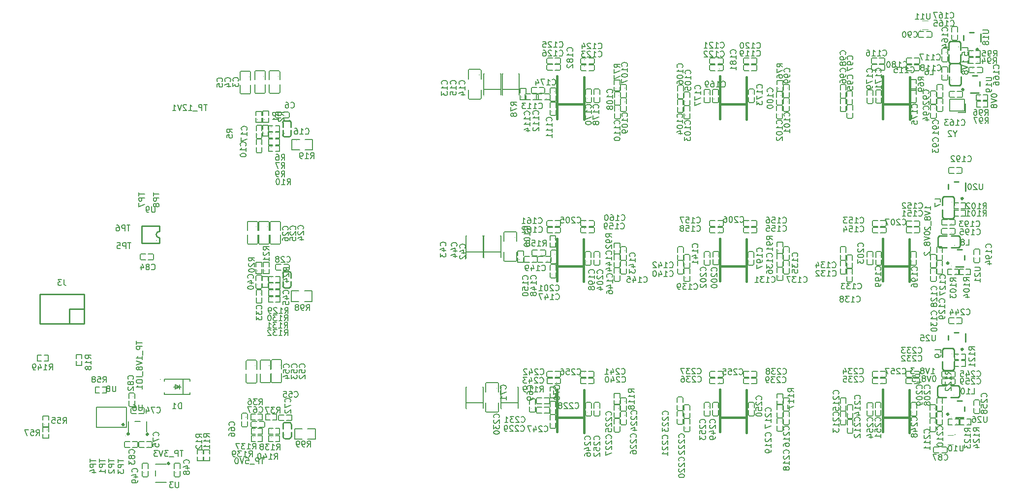
<source format=gbr>
%TF.GenerationSoftware,KiCad,Pcbnew,9.0.5*%
%TF.CreationDate,2025-10-28T20:55:24+05:00*%
%TF.ProjectId,LV08,4c563038-2e6b-4696-9361-645f70636258,rev?*%
%TF.SameCoordinates,Original*%
%TF.FileFunction,Legend,Bot*%
%TF.FilePolarity,Positive*%
%FSLAX46Y46*%
G04 Gerber Fmt 4.6, Leading zero omitted, Abs format (unit mm)*
G04 Created by KiCad (PCBNEW 9.0.5) date 2025-10-28 20:55:24*
%MOMM*%
%LPD*%
G01*
G04 APERTURE LIST*
%ADD10C,0.150000*%
%ADD11C,0.152400*%
%ADD12C,0.059995*%
%ADD13C,0.400000*%
%ADD14C,0.254001*%
%ADD15C,0.151994*%
%ADD16C,0.127000*%
%ADD17C,0.300000*%
%ADD18C,0.100000*%
%ADD19C,0.101600*%
G04 APERTURE END LIST*
D10*
X214509580Y-94980952D02*
X214557200Y-94933333D01*
X214557200Y-94933333D02*
X214604819Y-94790476D01*
X214604819Y-94790476D02*
X214604819Y-94695238D01*
X214604819Y-94695238D02*
X214557200Y-94552381D01*
X214557200Y-94552381D02*
X214461961Y-94457143D01*
X214461961Y-94457143D02*
X214366723Y-94409524D01*
X214366723Y-94409524D02*
X214176247Y-94361905D01*
X214176247Y-94361905D02*
X214033390Y-94361905D01*
X214033390Y-94361905D02*
X213842914Y-94409524D01*
X213842914Y-94409524D02*
X213747676Y-94457143D01*
X213747676Y-94457143D02*
X213652438Y-94552381D01*
X213652438Y-94552381D02*
X213604819Y-94695238D01*
X213604819Y-94695238D02*
X213604819Y-94790476D01*
X213604819Y-94790476D02*
X213652438Y-94933333D01*
X213652438Y-94933333D02*
X213700057Y-94980952D01*
X213700057Y-95361905D02*
X213652438Y-95409524D01*
X213652438Y-95409524D02*
X213604819Y-95504762D01*
X213604819Y-95504762D02*
X213604819Y-95742857D01*
X213604819Y-95742857D02*
X213652438Y-95838095D01*
X213652438Y-95838095D02*
X213700057Y-95885714D01*
X213700057Y-95885714D02*
X213795295Y-95933333D01*
X213795295Y-95933333D02*
X213890533Y-95933333D01*
X213890533Y-95933333D02*
X214033390Y-95885714D01*
X214033390Y-95885714D02*
X214604819Y-95314286D01*
X214604819Y-95314286D02*
X214604819Y-95933333D01*
X213604819Y-96552381D02*
X213604819Y-96647619D01*
X213604819Y-96647619D02*
X213652438Y-96742857D01*
X213652438Y-96742857D02*
X213700057Y-96790476D01*
X213700057Y-96790476D02*
X213795295Y-96838095D01*
X213795295Y-96838095D02*
X213985771Y-96885714D01*
X213985771Y-96885714D02*
X214223866Y-96885714D01*
X214223866Y-96885714D02*
X214414342Y-96838095D01*
X214414342Y-96838095D02*
X214509580Y-96790476D01*
X214509580Y-96790476D02*
X214557200Y-96742857D01*
X214557200Y-96742857D02*
X214604819Y-96647619D01*
X214604819Y-96647619D02*
X214604819Y-96552381D01*
X214604819Y-96552381D02*
X214557200Y-96457143D01*
X214557200Y-96457143D02*
X214509580Y-96409524D01*
X214509580Y-96409524D02*
X214414342Y-96361905D01*
X214414342Y-96361905D02*
X214223866Y-96314286D01*
X214223866Y-96314286D02*
X213985771Y-96314286D01*
X213985771Y-96314286D02*
X213795295Y-96361905D01*
X213795295Y-96361905D02*
X213700057Y-96409524D01*
X213700057Y-96409524D02*
X213652438Y-96457143D01*
X213652438Y-96457143D02*
X213604819Y-96552381D01*
X214604819Y-97361905D02*
X214604819Y-97552381D01*
X214604819Y-97552381D02*
X214557200Y-97647619D01*
X214557200Y-97647619D02*
X214509580Y-97695238D01*
X214509580Y-97695238D02*
X214366723Y-97790476D01*
X214366723Y-97790476D02*
X214176247Y-97838095D01*
X214176247Y-97838095D02*
X213795295Y-97838095D01*
X213795295Y-97838095D02*
X213700057Y-97790476D01*
X213700057Y-97790476D02*
X213652438Y-97742857D01*
X213652438Y-97742857D02*
X213604819Y-97647619D01*
X213604819Y-97647619D02*
X213604819Y-97457143D01*
X213604819Y-97457143D02*
X213652438Y-97361905D01*
X213652438Y-97361905D02*
X213700057Y-97314286D01*
X213700057Y-97314286D02*
X213795295Y-97266667D01*
X213795295Y-97266667D02*
X214033390Y-97266667D01*
X214033390Y-97266667D02*
X214128628Y-97314286D01*
X214128628Y-97314286D02*
X214176247Y-97361905D01*
X214176247Y-97361905D02*
X214223866Y-97457143D01*
X214223866Y-97457143D02*
X214223866Y-97647619D01*
X214223866Y-97647619D02*
X214176247Y-97742857D01*
X214176247Y-97742857D02*
X214128628Y-97790476D01*
X214128628Y-97790476D02*
X214033390Y-97838095D01*
X171119047Y-75559580D02*
X171166666Y-75607200D01*
X171166666Y-75607200D02*
X171309523Y-75654819D01*
X171309523Y-75654819D02*
X171404761Y-75654819D01*
X171404761Y-75654819D02*
X171547618Y-75607200D01*
X171547618Y-75607200D02*
X171642856Y-75511961D01*
X171642856Y-75511961D02*
X171690475Y-75416723D01*
X171690475Y-75416723D02*
X171738094Y-75226247D01*
X171738094Y-75226247D02*
X171738094Y-75083390D01*
X171738094Y-75083390D02*
X171690475Y-74892914D01*
X171690475Y-74892914D02*
X171642856Y-74797676D01*
X171642856Y-74797676D02*
X171547618Y-74702438D01*
X171547618Y-74702438D02*
X171404761Y-74654819D01*
X171404761Y-74654819D02*
X171309523Y-74654819D01*
X171309523Y-74654819D02*
X171166666Y-74702438D01*
X171166666Y-74702438D02*
X171119047Y-74750057D01*
X170166666Y-75654819D02*
X170738094Y-75654819D01*
X170452380Y-75654819D02*
X170452380Y-74654819D01*
X170452380Y-74654819D02*
X170547618Y-74797676D01*
X170547618Y-74797676D02*
X170642856Y-74892914D01*
X170642856Y-74892914D02*
X170738094Y-74940533D01*
X169309523Y-74988152D02*
X169309523Y-75654819D01*
X169547618Y-74607200D02*
X169785713Y-75321485D01*
X169785713Y-75321485D02*
X169166666Y-75321485D01*
X168595237Y-74654819D02*
X168499999Y-74654819D01*
X168499999Y-74654819D02*
X168404761Y-74702438D01*
X168404761Y-74702438D02*
X168357142Y-74750057D01*
X168357142Y-74750057D02*
X168309523Y-74845295D01*
X168309523Y-74845295D02*
X168261904Y-75035771D01*
X168261904Y-75035771D02*
X168261904Y-75273866D01*
X168261904Y-75273866D02*
X168309523Y-75464342D01*
X168309523Y-75464342D02*
X168357142Y-75559580D01*
X168357142Y-75559580D02*
X168404761Y-75607200D01*
X168404761Y-75607200D02*
X168499999Y-75654819D01*
X168499999Y-75654819D02*
X168595237Y-75654819D01*
X168595237Y-75654819D02*
X168690475Y-75607200D01*
X168690475Y-75607200D02*
X168738094Y-75559580D01*
X168738094Y-75559580D02*
X168785713Y-75464342D01*
X168785713Y-75464342D02*
X168833332Y-75273866D01*
X168833332Y-75273866D02*
X168833332Y-75035771D01*
X168833332Y-75035771D02*
X168785713Y-74845295D01*
X168785713Y-74845295D02*
X168738094Y-74750057D01*
X168738094Y-74750057D02*
X168690475Y-74702438D01*
X168690475Y-74702438D02*
X168595237Y-74654819D01*
X81987942Y-74409580D02*
X82035561Y-74457200D01*
X82035561Y-74457200D02*
X82178418Y-74504819D01*
X82178418Y-74504819D02*
X82273656Y-74504819D01*
X82273656Y-74504819D02*
X82416513Y-74457200D01*
X82416513Y-74457200D02*
X82511751Y-74361961D01*
X82511751Y-74361961D02*
X82559370Y-74266723D01*
X82559370Y-74266723D02*
X82606989Y-74076247D01*
X82606989Y-74076247D02*
X82606989Y-73933390D01*
X82606989Y-73933390D02*
X82559370Y-73742914D01*
X82559370Y-73742914D02*
X82511751Y-73647676D01*
X82511751Y-73647676D02*
X82416513Y-73552438D01*
X82416513Y-73552438D02*
X82273656Y-73504819D01*
X82273656Y-73504819D02*
X82178418Y-73504819D01*
X82178418Y-73504819D02*
X82035561Y-73552438D01*
X82035561Y-73552438D02*
X81987942Y-73600057D01*
X81416513Y-73933390D02*
X81511751Y-73885771D01*
X81511751Y-73885771D02*
X81559370Y-73838152D01*
X81559370Y-73838152D02*
X81606989Y-73742914D01*
X81606989Y-73742914D02*
X81606989Y-73695295D01*
X81606989Y-73695295D02*
X81559370Y-73600057D01*
X81559370Y-73600057D02*
X81511751Y-73552438D01*
X81511751Y-73552438D02*
X81416513Y-73504819D01*
X81416513Y-73504819D02*
X81226037Y-73504819D01*
X81226037Y-73504819D02*
X81130799Y-73552438D01*
X81130799Y-73552438D02*
X81083180Y-73600057D01*
X81083180Y-73600057D02*
X81035561Y-73695295D01*
X81035561Y-73695295D02*
X81035561Y-73742914D01*
X81035561Y-73742914D02*
X81083180Y-73838152D01*
X81083180Y-73838152D02*
X81130799Y-73885771D01*
X81130799Y-73885771D02*
X81226037Y-73933390D01*
X81226037Y-73933390D02*
X81416513Y-73933390D01*
X81416513Y-73933390D02*
X81511751Y-73981009D01*
X81511751Y-73981009D02*
X81559370Y-74028628D01*
X81559370Y-74028628D02*
X81606989Y-74123866D01*
X81606989Y-74123866D02*
X81606989Y-74314342D01*
X81606989Y-74314342D02*
X81559370Y-74409580D01*
X81559370Y-74409580D02*
X81511751Y-74457200D01*
X81511751Y-74457200D02*
X81416513Y-74504819D01*
X81416513Y-74504819D02*
X81226037Y-74504819D01*
X81226037Y-74504819D02*
X81130799Y-74457200D01*
X81130799Y-74457200D02*
X81083180Y-74409580D01*
X81083180Y-74409580D02*
X81035561Y-74314342D01*
X81035561Y-74314342D02*
X81035561Y-74123866D01*
X81035561Y-74123866D02*
X81083180Y-74028628D01*
X81083180Y-74028628D02*
X81130799Y-73981009D01*
X81130799Y-73981009D02*
X81226037Y-73933390D01*
X80178418Y-73838152D02*
X80178418Y-74504819D01*
X80416513Y-73457200D02*
X80654608Y-74171485D01*
X80654608Y-74171485D02*
X80035561Y-74171485D01*
X186144047Y-36234580D02*
X186191666Y-36282200D01*
X186191666Y-36282200D02*
X186334523Y-36329819D01*
X186334523Y-36329819D02*
X186429761Y-36329819D01*
X186429761Y-36329819D02*
X186572618Y-36282200D01*
X186572618Y-36282200D02*
X186667856Y-36186961D01*
X186667856Y-36186961D02*
X186715475Y-36091723D01*
X186715475Y-36091723D02*
X186763094Y-35901247D01*
X186763094Y-35901247D02*
X186763094Y-35758390D01*
X186763094Y-35758390D02*
X186715475Y-35567914D01*
X186715475Y-35567914D02*
X186667856Y-35472676D01*
X186667856Y-35472676D02*
X186572618Y-35377438D01*
X186572618Y-35377438D02*
X186429761Y-35329819D01*
X186429761Y-35329819D02*
X186334523Y-35329819D01*
X186334523Y-35329819D02*
X186191666Y-35377438D01*
X186191666Y-35377438D02*
X186144047Y-35425057D01*
X185191666Y-36329819D02*
X185763094Y-36329819D01*
X185477380Y-36329819D02*
X185477380Y-35329819D01*
X185477380Y-35329819D02*
X185572618Y-35472676D01*
X185572618Y-35472676D02*
X185667856Y-35567914D01*
X185667856Y-35567914D02*
X185763094Y-35615533D01*
X184810713Y-35425057D02*
X184763094Y-35377438D01*
X184763094Y-35377438D02*
X184667856Y-35329819D01*
X184667856Y-35329819D02*
X184429761Y-35329819D01*
X184429761Y-35329819D02*
X184334523Y-35377438D01*
X184334523Y-35377438D02*
X184286904Y-35425057D01*
X184286904Y-35425057D02*
X184239285Y-35520295D01*
X184239285Y-35520295D02*
X184239285Y-35615533D01*
X184239285Y-35615533D02*
X184286904Y-35758390D01*
X184286904Y-35758390D02*
X184858332Y-36329819D01*
X184858332Y-36329819D02*
X184239285Y-36329819D01*
X183620237Y-35329819D02*
X183524999Y-35329819D01*
X183524999Y-35329819D02*
X183429761Y-35377438D01*
X183429761Y-35377438D02*
X183382142Y-35425057D01*
X183382142Y-35425057D02*
X183334523Y-35520295D01*
X183334523Y-35520295D02*
X183286904Y-35710771D01*
X183286904Y-35710771D02*
X183286904Y-35948866D01*
X183286904Y-35948866D02*
X183334523Y-36139342D01*
X183334523Y-36139342D02*
X183382142Y-36234580D01*
X183382142Y-36234580D02*
X183429761Y-36282200D01*
X183429761Y-36282200D02*
X183524999Y-36329819D01*
X183524999Y-36329819D02*
X183620237Y-36329819D01*
X183620237Y-36329819D02*
X183715475Y-36282200D01*
X183715475Y-36282200D02*
X183763094Y-36234580D01*
X183763094Y-36234580D02*
X183810713Y-36139342D01*
X183810713Y-36139342D02*
X183858332Y-35948866D01*
X183858332Y-35948866D02*
X183858332Y-35710771D01*
X183858332Y-35710771D02*
X183810713Y-35520295D01*
X183810713Y-35520295D02*
X183763094Y-35425057D01*
X183763094Y-35425057D02*
X183715475Y-35377438D01*
X183715475Y-35377438D02*
X183620237Y-35329819D01*
X182484580Y-37180952D02*
X182532200Y-37133333D01*
X182532200Y-37133333D02*
X182579819Y-36990476D01*
X182579819Y-36990476D02*
X182579819Y-36895238D01*
X182579819Y-36895238D02*
X182532200Y-36752381D01*
X182532200Y-36752381D02*
X182436961Y-36657143D01*
X182436961Y-36657143D02*
X182341723Y-36609524D01*
X182341723Y-36609524D02*
X182151247Y-36561905D01*
X182151247Y-36561905D02*
X182008390Y-36561905D01*
X182008390Y-36561905D02*
X181817914Y-36609524D01*
X181817914Y-36609524D02*
X181722676Y-36657143D01*
X181722676Y-36657143D02*
X181627438Y-36752381D01*
X181627438Y-36752381D02*
X181579819Y-36895238D01*
X181579819Y-36895238D02*
X181579819Y-36990476D01*
X181579819Y-36990476D02*
X181627438Y-37133333D01*
X181627438Y-37133333D02*
X181675057Y-37180952D01*
X182579819Y-38133333D02*
X182579819Y-37561905D01*
X182579819Y-37847619D02*
X181579819Y-37847619D01*
X181579819Y-37847619D02*
X181722676Y-37752381D01*
X181722676Y-37752381D02*
X181817914Y-37657143D01*
X181817914Y-37657143D02*
X181865533Y-37561905D01*
X182008390Y-38704762D02*
X181960771Y-38609524D01*
X181960771Y-38609524D02*
X181913152Y-38561905D01*
X181913152Y-38561905D02*
X181817914Y-38514286D01*
X181817914Y-38514286D02*
X181770295Y-38514286D01*
X181770295Y-38514286D02*
X181675057Y-38561905D01*
X181675057Y-38561905D02*
X181627438Y-38609524D01*
X181627438Y-38609524D02*
X181579819Y-38704762D01*
X181579819Y-38704762D02*
X181579819Y-38895238D01*
X181579819Y-38895238D02*
X181627438Y-38990476D01*
X181627438Y-38990476D02*
X181675057Y-39038095D01*
X181675057Y-39038095D02*
X181770295Y-39085714D01*
X181770295Y-39085714D02*
X181817914Y-39085714D01*
X181817914Y-39085714D02*
X181913152Y-39038095D01*
X181913152Y-39038095D02*
X181960771Y-38990476D01*
X181960771Y-38990476D02*
X182008390Y-38895238D01*
X182008390Y-38895238D02*
X182008390Y-38704762D01*
X182008390Y-38704762D02*
X182056009Y-38609524D01*
X182056009Y-38609524D02*
X182103628Y-38561905D01*
X182103628Y-38561905D02*
X182198866Y-38514286D01*
X182198866Y-38514286D02*
X182389342Y-38514286D01*
X182389342Y-38514286D02*
X182484580Y-38561905D01*
X182484580Y-38561905D02*
X182532200Y-38609524D01*
X182532200Y-38609524D02*
X182579819Y-38704762D01*
X182579819Y-38704762D02*
X182579819Y-38895238D01*
X182579819Y-38895238D02*
X182532200Y-38990476D01*
X182532200Y-38990476D02*
X182484580Y-39038095D01*
X182484580Y-39038095D02*
X182389342Y-39085714D01*
X182389342Y-39085714D02*
X182198866Y-39085714D01*
X182198866Y-39085714D02*
X182103628Y-39038095D01*
X182103628Y-39038095D02*
X182056009Y-38990476D01*
X182056009Y-38990476D02*
X182008390Y-38895238D01*
X182579819Y-40038095D02*
X182579819Y-39466667D01*
X182579819Y-39752381D02*
X181579819Y-39752381D01*
X181579819Y-39752381D02*
X181722676Y-39657143D01*
X181722676Y-39657143D02*
X181817914Y-39561905D01*
X181817914Y-39561905D02*
X181865533Y-39466667D01*
X163809580Y-48055952D02*
X163857200Y-48008333D01*
X163857200Y-48008333D02*
X163904819Y-47865476D01*
X163904819Y-47865476D02*
X163904819Y-47770238D01*
X163904819Y-47770238D02*
X163857200Y-47627381D01*
X163857200Y-47627381D02*
X163761961Y-47532143D01*
X163761961Y-47532143D02*
X163666723Y-47484524D01*
X163666723Y-47484524D02*
X163476247Y-47436905D01*
X163476247Y-47436905D02*
X163333390Y-47436905D01*
X163333390Y-47436905D02*
X163142914Y-47484524D01*
X163142914Y-47484524D02*
X163047676Y-47532143D01*
X163047676Y-47532143D02*
X162952438Y-47627381D01*
X162952438Y-47627381D02*
X162904819Y-47770238D01*
X162904819Y-47770238D02*
X162904819Y-47865476D01*
X162904819Y-47865476D02*
X162952438Y-48008333D01*
X162952438Y-48008333D02*
X163000057Y-48055952D01*
X163904819Y-49008333D02*
X163904819Y-48436905D01*
X163904819Y-48722619D02*
X162904819Y-48722619D01*
X162904819Y-48722619D02*
X163047676Y-48627381D01*
X163047676Y-48627381D02*
X163142914Y-48532143D01*
X163142914Y-48532143D02*
X163190533Y-48436905D01*
X162904819Y-49627381D02*
X162904819Y-49722619D01*
X162904819Y-49722619D02*
X162952438Y-49817857D01*
X162952438Y-49817857D02*
X163000057Y-49865476D01*
X163000057Y-49865476D02*
X163095295Y-49913095D01*
X163095295Y-49913095D02*
X163285771Y-49960714D01*
X163285771Y-49960714D02*
X163523866Y-49960714D01*
X163523866Y-49960714D02*
X163714342Y-49913095D01*
X163714342Y-49913095D02*
X163809580Y-49865476D01*
X163809580Y-49865476D02*
X163857200Y-49817857D01*
X163857200Y-49817857D02*
X163904819Y-49722619D01*
X163904819Y-49722619D02*
X163904819Y-49627381D01*
X163904819Y-49627381D02*
X163857200Y-49532143D01*
X163857200Y-49532143D02*
X163809580Y-49484524D01*
X163809580Y-49484524D02*
X163714342Y-49436905D01*
X163714342Y-49436905D02*
X163523866Y-49389286D01*
X163523866Y-49389286D02*
X163285771Y-49389286D01*
X163285771Y-49389286D02*
X163095295Y-49436905D01*
X163095295Y-49436905D02*
X163000057Y-49484524D01*
X163000057Y-49484524D02*
X162952438Y-49532143D01*
X162952438Y-49532143D02*
X162904819Y-49627381D01*
X163904819Y-50436905D02*
X163904819Y-50627381D01*
X163904819Y-50627381D02*
X163857200Y-50722619D01*
X163857200Y-50722619D02*
X163809580Y-50770238D01*
X163809580Y-50770238D02*
X163666723Y-50865476D01*
X163666723Y-50865476D02*
X163476247Y-50913095D01*
X163476247Y-50913095D02*
X163095295Y-50913095D01*
X163095295Y-50913095D02*
X163000057Y-50865476D01*
X163000057Y-50865476D02*
X162952438Y-50817857D01*
X162952438Y-50817857D02*
X162904819Y-50722619D01*
X162904819Y-50722619D02*
X162904819Y-50532143D01*
X162904819Y-50532143D02*
X162952438Y-50436905D01*
X162952438Y-50436905D02*
X163000057Y-50389286D01*
X163000057Y-50389286D02*
X163095295Y-50341667D01*
X163095295Y-50341667D02*
X163333390Y-50341667D01*
X163333390Y-50341667D02*
X163428628Y-50389286D01*
X163428628Y-50389286D02*
X163476247Y-50436905D01*
X163476247Y-50436905D02*
X163523866Y-50532143D01*
X163523866Y-50532143D02*
X163523866Y-50722619D01*
X163523866Y-50722619D02*
X163476247Y-50817857D01*
X163476247Y-50817857D02*
X163428628Y-50865476D01*
X163428628Y-50865476D02*
X163333390Y-50913095D01*
X183119047Y-92459580D02*
X183166666Y-92507200D01*
X183166666Y-92507200D02*
X183309523Y-92554819D01*
X183309523Y-92554819D02*
X183404761Y-92554819D01*
X183404761Y-92554819D02*
X183547618Y-92507200D01*
X183547618Y-92507200D02*
X183642856Y-92411961D01*
X183642856Y-92411961D02*
X183690475Y-92316723D01*
X183690475Y-92316723D02*
X183738094Y-92126247D01*
X183738094Y-92126247D02*
X183738094Y-91983390D01*
X183738094Y-91983390D02*
X183690475Y-91792914D01*
X183690475Y-91792914D02*
X183642856Y-91697676D01*
X183642856Y-91697676D02*
X183547618Y-91602438D01*
X183547618Y-91602438D02*
X183404761Y-91554819D01*
X183404761Y-91554819D02*
X183309523Y-91554819D01*
X183309523Y-91554819D02*
X183166666Y-91602438D01*
X183166666Y-91602438D02*
X183119047Y-91650057D01*
X182738094Y-91650057D02*
X182690475Y-91602438D01*
X182690475Y-91602438D02*
X182595237Y-91554819D01*
X182595237Y-91554819D02*
X182357142Y-91554819D01*
X182357142Y-91554819D02*
X182261904Y-91602438D01*
X182261904Y-91602438D02*
X182214285Y-91650057D01*
X182214285Y-91650057D02*
X182166666Y-91745295D01*
X182166666Y-91745295D02*
X182166666Y-91840533D01*
X182166666Y-91840533D02*
X182214285Y-91983390D01*
X182214285Y-91983390D02*
X182785713Y-92554819D01*
X182785713Y-92554819D02*
X182166666Y-92554819D01*
X181261904Y-91554819D02*
X181738094Y-91554819D01*
X181738094Y-91554819D02*
X181785713Y-92031009D01*
X181785713Y-92031009D02*
X181738094Y-91983390D01*
X181738094Y-91983390D02*
X181642856Y-91935771D01*
X181642856Y-91935771D02*
X181404761Y-91935771D01*
X181404761Y-91935771D02*
X181309523Y-91983390D01*
X181309523Y-91983390D02*
X181261904Y-92031009D01*
X181261904Y-92031009D02*
X181214285Y-92126247D01*
X181214285Y-92126247D02*
X181214285Y-92364342D01*
X181214285Y-92364342D02*
X181261904Y-92459580D01*
X181261904Y-92459580D02*
X181309523Y-92507200D01*
X181309523Y-92507200D02*
X181404761Y-92554819D01*
X181404761Y-92554819D02*
X181642856Y-92554819D01*
X181642856Y-92554819D02*
X181738094Y-92507200D01*
X181738094Y-92507200D02*
X181785713Y-92459580D01*
X180309523Y-91554819D02*
X180785713Y-91554819D01*
X180785713Y-91554819D02*
X180833332Y-92031009D01*
X180833332Y-92031009D02*
X180785713Y-91983390D01*
X180785713Y-91983390D02*
X180690475Y-91935771D01*
X180690475Y-91935771D02*
X180452380Y-91935771D01*
X180452380Y-91935771D02*
X180357142Y-91983390D01*
X180357142Y-91983390D02*
X180309523Y-92031009D01*
X180309523Y-92031009D02*
X180261904Y-92126247D01*
X180261904Y-92126247D02*
X180261904Y-92364342D01*
X180261904Y-92364342D02*
X180309523Y-92459580D01*
X180309523Y-92459580D02*
X180357142Y-92507200D01*
X180357142Y-92507200D02*
X180452380Y-92554819D01*
X180452380Y-92554819D02*
X180690475Y-92554819D01*
X180690475Y-92554819D02*
X180785713Y-92507200D01*
X180785713Y-92507200D02*
X180833332Y-92459580D01*
X162604819Y-39632142D02*
X162128628Y-39298809D01*
X162604819Y-39060714D02*
X161604819Y-39060714D01*
X161604819Y-39060714D02*
X161604819Y-39441666D01*
X161604819Y-39441666D02*
X161652438Y-39536904D01*
X161652438Y-39536904D02*
X161700057Y-39584523D01*
X161700057Y-39584523D02*
X161795295Y-39632142D01*
X161795295Y-39632142D02*
X161938152Y-39632142D01*
X161938152Y-39632142D02*
X162033390Y-39584523D01*
X162033390Y-39584523D02*
X162081009Y-39536904D01*
X162081009Y-39536904D02*
X162128628Y-39441666D01*
X162128628Y-39441666D02*
X162128628Y-39060714D01*
X161604819Y-39965476D02*
X161604819Y-40632142D01*
X161604819Y-40632142D02*
X162604819Y-40203571D01*
X161604819Y-40917857D02*
X161604819Y-41584523D01*
X161604819Y-41584523D02*
X162604819Y-41155952D01*
X78461904Y-69854819D02*
X77890476Y-69854819D01*
X78176190Y-70854819D02*
X78176190Y-69854819D01*
X77557142Y-70854819D02*
X77557142Y-69854819D01*
X77557142Y-69854819D02*
X77176190Y-69854819D01*
X77176190Y-69854819D02*
X77080952Y-69902438D01*
X77080952Y-69902438D02*
X77033333Y-69950057D01*
X77033333Y-69950057D02*
X76985714Y-70045295D01*
X76985714Y-70045295D02*
X76985714Y-70188152D01*
X76985714Y-70188152D02*
X77033333Y-70283390D01*
X77033333Y-70283390D02*
X77080952Y-70331009D01*
X77080952Y-70331009D02*
X77176190Y-70378628D01*
X77176190Y-70378628D02*
X77557142Y-70378628D01*
X76080952Y-69854819D02*
X76557142Y-69854819D01*
X76557142Y-69854819D02*
X76604761Y-70331009D01*
X76604761Y-70331009D02*
X76557142Y-70283390D01*
X76557142Y-70283390D02*
X76461904Y-70235771D01*
X76461904Y-70235771D02*
X76223809Y-70235771D01*
X76223809Y-70235771D02*
X76128571Y-70283390D01*
X76128571Y-70283390D02*
X76080952Y-70331009D01*
X76080952Y-70331009D02*
X76033333Y-70426247D01*
X76033333Y-70426247D02*
X76033333Y-70664342D01*
X76033333Y-70664342D02*
X76080952Y-70759580D01*
X76080952Y-70759580D02*
X76128571Y-70807200D01*
X76128571Y-70807200D02*
X76223809Y-70854819D01*
X76223809Y-70854819D02*
X76461904Y-70854819D01*
X76461904Y-70854819D02*
X76557142Y-70807200D01*
X76557142Y-70807200D02*
X76604761Y-70759580D01*
X187009580Y-43180952D02*
X187057200Y-43133333D01*
X187057200Y-43133333D02*
X187104819Y-42990476D01*
X187104819Y-42990476D02*
X187104819Y-42895238D01*
X187104819Y-42895238D02*
X187057200Y-42752381D01*
X187057200Y-42752381D02*
X186961961Y-42657143D01*
X186961961Y-42657143D02*
X186866723Y-42609524D01*
X186866723Y-42609524D02*
X186676247Y-42561905D01*
X186676247Y-42561905D02*
X186533390Y-42561905D01*
X186533390Y-42561905D02*
X186342914Y-42609524D01*
X186342914Y-42609524D02*
X186247676Y-42657143D01*
X186247676Y-42657143D02*
X186152438Y-42752381D01*
X186152438Y-42752381D02*
X186104819Y-42895238D01*
X186104819Y-42895238D02*
X186104819Y-42990476D01*
X186104819Y-42990476D02*
X186152438Y-43133333D01*
X186152438Y-43133333D02*
X186200057Y-43180952D01*
X187104819Y-44133333D02*
X187104819Y-43561905D01*
X187104819Y-43847619D02*
X186104819Y-43847619D01*
X186104819Y-43847619D02*
X186247676Y-43752381D01*
X186247676Y-43752381D02*
X186342914Y-43657143D01*
X186342914Y-43657143D02*
X186390533Y-43561905D01*
X186104819Y-44466667D02*
X186104819Y-45133333D01*
X186104819Y-45133333D02*
X187104819Y-44704762D01*
X186104819Y-45419048D02*
X186104819Y-46038095D01*
X186104819Y-46038095D02*
X186485771Y-45704762D01*
X186485771Y-45704762D02*
X186485771Y-45847619D01*
X186485771Y-45847619D02*
X186533390Y-45942857D01*
X186533390Y-45942857D02*
X186581009Y-45990476D01*
X186581009Y-45990476D02*
X186676247Y-46038095D01*
X186676247Y-46038095D02*
X186914342Y-46038095D01*
X186914342Y-46038095D02*
X187009580Y-45990476D01*
X187009580Y-45990476D02*
X187057200Y-45942857D01*
X187057200Y-45942857D02*
X187104819Y-45847619D01*
X187104819Y-45847619D02*
X187104819Y-45561905D01*
X187104819Y-45561905D02*
X187057200Y-45466667D01*
X187057200Y-45466667D02*
X187009580Y-45419048D01*
X108467857Y-51034580D02*
X108515476Y-51082200D01*
X108515476Y-51082200D02*
X108658333Y-51129819D01*
X108658333Y-51129819D02*
X108753571Y-51129819D01*
X108753571Y-51129819D02*
X108896428Y-51082200D01*
X108896428Y-51082200D02*
X108991666Y-50986961D01*
X108991666Y-50986961D02*
X109039285Y-50891723D01*
X109039285Y-50891723D02*
X109086904Y-50701247D01*
X109086904Y-50701247D02*
X109086904Y-50558390D01*
X109086904Y-50558390D02*
X109039285Y-50367914D01*
X109039285Y-50367914D02*
X108991666Y-50272676D01*
X108991666Y-50272676D02*
X108896428Y-50177438D01*
X108896428Y-50177438D02*
X108753571Y-50129819D01*
X108753571Y-50129819D02*
X108658333Y-50129819D01*
X108658333Y-50129819D02*
X108515476Y-50177438D01*
X108515476Y-50177438D02*
X108467857Y-50225057D01*
X107515476Y-51129819D02*
X108086904Y-51129819D01*
X107801190Y-51129819D02*
X107801190Y-50129819D01*
X107801190Y-50129819D02*
X107896428Y-50272676D01*
X107896428Y-50272676D02*
X107991666Y-50367914D01*
X107991666Y-50367914D02*
X108086904Y-50415533D01*
X106658333Y-50129819D02*
X106848809Y-50129819D01*
X106848809Y-50129819D02*
X106944047Y-50177438D01*
X106944047Y-50177438D02*
X106991666Y-50225057D01*
X106991666Y-50225057D02*
X107086904Y-50367914D01*
X107086904Y-50367914D02*
X107134523Y-50558390D01*
X107134523Y-50558390D02*
X107134523Y-50939342D01*
X107134523Y-50939342D02*
X107086904Y-51034580D01*
X107086904Y-51034580D02*
X107039285Y-51082200D01*
X107039285Y-51082200D02*
X106944047Y-51129819D01*
X106944047Y-51129819D02*
X106753571Y-51129819D01*
X106753571Y-51129819D02*
X106658333Y-51082200D01*
X106658333Y-51082200D02*
X106610714Y-51034580D01*
X106610714Y-51034580D02*
X106563095Y-50939342D01*
X106563095Y-50939342D02*
X106563095Y-50701247D01*
X106563095Y-50701247D02*
X106610714Y-50606009D01*
X106610714Y-50606009D02*
X106658333Y-50558390D01*
X106658333Y-50558390D02*
X106753571Y-50510771D01*
X106753571Y-50510771D02*
X106944047Y-50510771D01*
X106944047Y-50510771D02*
X107039285Y-50558390D01*
X107039285Y-50558390D02*
X107086904Y-50606009D01*
X107086904Y-50606009D02*
X107134523Y-50701247D01*
X224019047Y-94109580D02*
X224066666Y-94157200D01*
X224066666Y-94157200D02*
X224209523Y-94204819D01*
X224209523Y-94204819D02*
X224304761Y-94204819D01*
X224304761Y-94204819D02*
X224447618Y-94157200D01*
X224447618Y-94157200D02*
X224542856Y-94061961D01*
X224542856Y-94061961D02*
X224590475Y-93966723D01*
X224590475Y-93966723D02*
X224638094Y-93776247D01*
X224638094Y-93776247D02*
X224638094Y-93633390D01*
X224638094Y-93633390D02*
X224590475Y-93442914D01*
X224590475Y-93442914D02*
X224542856Y-93347676D01*
X224542856Y-93347676D02*
X224447618Y-93252438D01*
X224447618Y-93252438D02*
X224304761Y-93204819D01*
X224304761Y-93204819D02*
X224209523Y-93204819D01*
X224209523Y-93204819D02*
X224066666Y-93252438D01*
X224066666Y-93252438D02*
X224019047Y-93300057D01*
X223638094Y-93300057D02*
X223590475Y-93252438D01*
X223590475Y-93252438D02*
X223495237Y-93204819D01*
X223495237Y-93204819D02*
X223257142Y-93204819D01*
X223257142Y-93204819D02*
X223161904Y-93252438D01*
X223161904Y-93252438D02*
X223114285Y-93300057D01*
X223114285Y-93300057D02*
X223066666Y-93395295D01*
X223066666Y-93395295D02*
X223066666Y-93490533D01*
X223066666Y-93490533D02*
X223114285Y-93633390D01*
X223114285Y-93633390D02*
X223685713Y-94204819D01*
X223685713Y-94204819D02*
X223066666Y-94204819D01*
X222161904Y-93204819D02*
X222638094Y-93204819D01*
X222638094Y-93204819D02*
X222685713Y-93681009D01*
X222685713Y-93681009D02*
X222638094Y-93633390D01*
X222638094Y-93633390D02*
X222542856Y-93585771D01*
X222542856Y-93585771D02*
X222304761Y-93585771D01*
X222304761Y-93585771D02*
X222209523Y-93633390D01*
X222209523Y-93633390D02*
X222161904Y-93681009D01*
X222161904Y-93681009D02*
X222114285Y-93776247D01*
X222114285Y-93776247D02*
X222114285Y-94014342D01*
X222114285Y-94014342D02*
X222161904Y-94109580D01*
X222161904Y-94109580D02*
X222209523Y-94157200D01*
X222209523Y-94157200D02*
X222304761Y-94204819D01*
X222304761Y-94204819D02*
X222542856Y-94204819D01*
X222542856Y-94204819D02*
X222638094Y-94157200D01*
X222638094Y-94157200D02*
X222685713Y-94109580D01*
X221638094Y-94204819D02*
X221447618Y-94204819D01*
X221447618Y-94204819D02*
X221352380Y-94157200D01*
X221352380Y-94157200D02*
X221304761Y-94109580D01*
X221304761Y-94109580D02*
X221209523Y-93966723D01*
X221209523Y-93966723D02*
X221161904Y-93776247D01*
X221161904Y-93776247D02*
X221161904Y-93395295D01*
X221161904Y-93395295D02*
X221209523Y-93300057D01*
X221209523Y-93300057D02*
X221257142Y-93252438D01*
X221257142Y-93252438D02*
X221352380Y-93204819D01*
X221352380Y-93204819D02*
X221542856Y-93204819D01*
X221542856Y-93204819D02*
X221638094Y-93252438D01*
X221638094Y-93252438D02*
X221685713Y-93300057D01*
X221685713Y-93300057D02*
X221733332Y-93395295D01*
X221733332Y-93395295D02*
X221733332Y-93633390D01*
X221733332Y-93633390D02*
X221685713Y-93728628D01*
X221685713Y-93728628D02*
X221638094Y-93776247D01*
X221638094Y-93776247D02*
X221542856Y-93823866D01*
X221542856Y-93823866D02*
X221352380Y-93823866D01*
X221352380Y-93823866D02*
X221257142Y-93776247D01*
X221257142Y-93776247D02*
X221209523Y-93728628D01*
X221209523Y-93728628D02*
X221161904Y-93633390D01*
X154869047Y-98299750D02*
X154916666Y-98347370D01*
X154916666Y-98347370D02*
X155059523Y-98394989D01*
X155059523Y-98394989D02*
X155154761Y-98394989D01*
X155154761Y-98394989D02*
X155297618Y-98347370D01*
X155297618Y-98347370D02*
X155392856Y-98252131D01*
X155392856Y-98252131D02*
X155440475Y-98156893D01*
X155440475Y-98156893D02*
X155488094Y-97966417D01*
X155488094Y-97966417D02*
X155488094Y-97823560D01*
X155488094Y-97823560D02*
X155440475Y-97633084D01*
X155440475Y-97633084D02*
X155392856Y-97537846D01*
X155392856Y-97537846D02*
X155297618Y-97442608D01*
X155297618Y-97442608D02*
X155154761Y-97394989D01*
X155154761Y-97394989D02*
X155059523Y-97394989D01*
X155059523Y-97394989D02*
X154916666Y-97442608D01*
X154916666Y-97442608D02*
X154869047Y-97490227D01*
X154488094Y-97490227D02*
X154440475Y-97442608D01*
X154440475Y-97442608D02*
X154345237Y-97394989D01*
X154345237Y-97394989D02*
X154107142Y-97394989D01*
X154107142Y-97394989D02*
X154011904Y-97442608D01*
X154011904Y-97442608D02*
X153964285Y-97490227D01*
X153964285Y-97490227D02*
X153916666Y-97585465D01*
X153916666Y-97585465D02*
X153916666Y-97680703D01*
X153916666Y-97680703D02*
X153964285Y-97823560D01*
X153964285Y-97823560D02*
X154535713Y-98394989D01*
X154535713Y-98394989D02*
X153916666Y-98394989D01*
X153535713Y-97490227D02*
X153488094Y-97442608D01*
X153488094Y-97442608D02*
X153392856Y-97394989D01*
X153392856Y-97394989D02*
X153154761Y-97394989D01*
X153154761Y-97394989D02*
X153059523Y-97442608D01*
X153059523Y-97442608D02*
X153011904Y-97490227D01*
X153011904Y-97490227D02*
X152964285Y-97585465D01*
X152964285Y-97585465D02*
X152964285Y-97680703D01*
X152964285Y-97680703D02*
X153011904Y-97823560D01*
X153011904Y-97823560D02*
X153583332Y-98394989D01*
X153583332Y-98394989D02*
X152964285Y-98394989D01*
X152392856Y-97823560D02*
X152488094Y-97775941D01*
X152488094Y-97775941D02*
X152535713Y-97728322D01*
X152535713Y-97728322D02*
X152583332Y-97633084D01*
X152583332Y-97633084D02*
X152583332Y-97585465D01*
X152583332Y-97585465D02*
X152535713Y-97490227D01*
X152535713Y-97490227D02*
X152488094Y-97442608D01*
X152488094Y-97442608D02*
X152392856Y-97394989D01*
X152392856Y-97394989D02*
X152202380Y-97394989D01*
X152202380Y-97394989D02*
X152107142Y-97442608D01*
X152107142Y-97442608D02*
X152059523Y-97490227D01*
X152059523Y-97490227D02*
X152011904Y-97585465D01*
X152011904Y-97585465D02*
X152011904Y-97633084D01*
X152011904Y-97633084D02*
X152059523Y-97728322D01*
X152059523Y-97728322D02*
X152107142Y-97775941D01*
X152107142Y-97775941D02*
X152202380Y-97823560D01*
X152202380Y-97823560D02*
X152392856Y-97823560D01*
X152392856Y-97823560D02*
X152488094Y-97871179D01*
X152488094Y-97871179D02*
X152535713Y-97918798D01*
X152535713Y-97918798D02*
X152583332Y-98014036D01*
X152583332Y-98014036D02*
X152583332Y-98204512D01*
X152583332Y-98204512D02*
X152535713Y-98299750D01*
X152535713Y-98299750D02*
X152488094Y-98347370D01*
X152488094Y-98347370D02*
X152392856Y-98394989D01*
X152392856Y-98394989D02*
X152202380Y-98394989D01*
X152202380Y-98394989D02*
X152107142Y-98347370D01*
X152107142Y-98347370D02*
X152059523Y-98299750D01*
X152059523Y-98299750D02*
X152011904Y-98204512D01*
X152011904Y-98204512D02*
X152011904Y-98014036D01*
X152011904Y-98014036D02*
X152059523Y-97918798D01*
X152059523Y-97918798D02*
X152107142Y-97871179D01*
X152107142Y-97871179D02*
X152202380Y-97823560D01*
X87138094Y-98442830D02*
X87138094Y-97442830D01*
X87138094Y-97442830D02*
X86899999Y-97442830D01*
X86899999Y-97442830D02*
X86757142Y-97490449D01*
X86757142Y-97490449D02*
X86661904Y-97585687D01*
X86661904Y-97585687D02*
X86614285Y-97680925D01*
X86614285Y-97680925D02*
X86566666Y-97871401D01*
X86566666Y-97871401D02*
X86566666Y-98014258D01*
X86566666Y-98014258D02*
X86614285Y-98204734D01*
X86614285Y-98204734D02*
X86661904Y-98299972D01*
X86661904Y-98299972D02*
X86757142Y-98395211D01*
X86757142Y-98395211D02*
X86899999Y-98442830D01*
X86899999Y-98442830D02*
X87138094Y-98442830D01*
X85614285Y-98442830D02*
X86185713Y-98442830D01*
X85899999Y-98442830D02*
X85899999Y-97442830D01*
X85899999Y-97442830D02*
X85995237Y-97585687D01*
X85995237Y-97585687D02*
X86090475Y-97680925D01*
X86090475Y-97680925D02*
X86185713Y-97728544D01*
X175919047Y-92359580D02*
X175966666Y-92407200D01*
X175966666Y-92407200D02*
X176109523Y-92454819D01*
X176109523Y-92454819D02*
X176204761Y-92454819D01*
X176204761Y-92454819D02*
X176347618Y-92407200D01*
X176347618Y-92407200D02*
X176442856Y-92311961D01*
X176442856Y-92311961D02*
X176490475Y-92216723D01*
X176490475Y-92216723D02*
X176538094Y-92026247D01*
X176538094Y-92026247D02*
X176538094Y-91883390D01*
X176538094Y-91883390D02*
X176490475Y-91692914D01*
X176490475Y-91692914D02*
X176442856Y-91597676D01*
X176442856Y-91597676D02*
X176347618Y-91502438D01*
X176347618Y-91502438D02*
X176204761Y-91454819D01*
X176204761Y-91454819D02*
X176109523Y-91454819D01*
X176109523Y-91454819D02*
X175966666Y-91502438D01*
X175966666Y-91502438D02*
X175919047Y-91550057D01*
X175538094Y-91550057D02*
X175490475Y-91502438D01*
X175490475Y-91502438D02*
X175395237Y-91454819D01*
X175395237Y-91454819D02*
X175157142Y-91454819D01*
X175157142Y-91454819D02*
X175061904Y-91502438D01*
X175061904Y-91502438D02*
X175014285Y-91550057D01*
X175014285Y-91550057D02*
X174966666Y-91645295D01*
X174966666Y-91645295D02*
X174966666Y-91740533D01*
X174966666Y-91740533D02*
X175014285Y-91883390D01*
X175014285Y-91883390D02*
X175585713Y-92454819D01*
X175585713Y-92454819D02*
X174966666Y-92454819D01*
X174633332Y-91454819D02*
X174014285Y-91454819D01*
X174014285Y-91454819D02*
X174347618Y-91835771D01*
X174347618Y-91835771D02*
X174204761Y-91835771D01*
X174204761Y-91835771D02*
X174109523Y-91883390D01*
X174109523Y-91883390D02*
X174061904Y-91931009D01*
X174061904Y-91931009D02*
X174014285Y-92026247D01*
X174014285Y-92026247D02*
X174014285Y-92264342D01*
X174014285Y-92264342D02*
X174061904Y-92359580D01*
X174061904Y-92359580D02*
X174109523Y-92407200D01*
X174109523Y-92407200D02*
X174204761Y-92454819D01*
X174204761Y-92454819D02*
X174490475Y-92454819D01*
X174490475Y-92454819D02*
X174585713Y-92407200D01*
X174585713Y-92407200D02*
X174633332Y-92359580D01*
X173680951Y-91454819D02*
X173014285Y-91454819D01*
X173014285Y-91454819D02*
X173442856Y-92454819D01*
X173601180Y-107450752D02*
X173648800Y-107403133D01*
X173648800Y-107403133D02*
X173696419Y-107260276D01*
X173696419Y-107260276D02*
X173696419Y-107165038D01*
X173696419Y-107165038D02*
X173648800Y-107022181D01*
X173648800Y-107022181D02*
X173553561Y-106926943D01*
X173553561Y-106926943D02*
X173458323Y-106879324D01*
X173458323Y-106879324D02*
X173267847Y-106831705D01*
X173267847Y-106831705D02*
X173124990Y-106831705D01*
X173124990Y-106831705D02*
X172934514Y-106879324D01*
X172934514Y-106879324D02*
X172839276Y-106926943D01*
X172839276Y-106926943D02*
X172744038Y-107022181D01*
X172744038Y-107022181D02*
X172696419Y-107165038D01*
X172696419Y-107165038D02*
X172696419Y-107260276D01*
X172696419Y-107260276D02*
X172744038Y-107403133D01*
X172744038Y-107403133D02*
X172791657Y-107450752D01*
X172791657Y-107831705D02*
X172744038Y-107879324D01*
X172744038Y-107879324D02*
X172696419Y-107974562D01*
X172696419Y-107974562D02*
X172696419Y-108212657D01*
X172696419Y-108212657D02*
X172744038Y-108307895D01*
X172744038Y-108307895D02*
X172791657Y-108355514D01*
X172791657Y-108355514D02*
X172886895Y-108403133D01*
X172886895Y-108403133D02*
X172982133Y-108403133D01*
X172982133Y-108403133D02*
X173124990Y-108355514D01*
X173124990Y-108355514D02*
X173696419Y-107784086D01*
X173696419Y-107784086D02*
X173696419Y-108403133D01*
X172791657Y-108784086D02*
X172744038Y-108831705D01*
X172744038Y-108831705D02*
X172696419Y-108926943D01*
X172696419Y-108926943D02*
X172696419Y-109165038D01*
X172696419Y-109165038D02*
X172744038Y-109260276D01*
X172744038Y-109260276D02*
X172791657Y-109307895D01*
X172791657Y-109307895D02*
X172886895Y-109355514D01*
X172886895Y-109355514D02*
X172982133Y-109355514D01*
X172982133Y-109355514D02*
X173124990Y-109307895D01*
X173124990Y-109307895D02*
X173696419Y-108736467D01*
X173696419Y-108736467D02*
X173696419Y-109355514D01*
X172696419Y-109974562D02*
X172696419Y-110069800D01*
X172696419Y-110069800D02*
X172744038Y-110165038D01*
X172744038Y-110165038D02*
X172791657Y-110212657D01*
X172791657Y-110212657D02*
X172886895Y-110260276D01*
X172886895Y-110260276D02*
X173077371Y-110307895D01*
X173077371Y-110307895D02*
X173315466Y-110307895D01*
X173315466Y-110307895D02*
X173505942Y-110260276D01*
X173505942Y-110260276D02*
X173601180Y-110212657D01*
X173601180Y-110212657D02*
X173648800Y-110165038D01*
X173648800Y-110165038D02*
X173696419Y-110069800D01*
X173696419Y-110069800D02*
X173696419Y-109974562D01*
X173696419Y-109974562D02*
X173648800Y-109879324D01*
X173648800Y-109879324D02*
X173601180Y-109831705D01*
X173601180Y-109831705D02*
X173505942Y-109784086D01*
X173505942Y-109784086D02*
X173315466Y-109736467D01*
X173315466Y-109736467D02*
X173077371Y-109736467D01*
X173077371Y-109736467D02*
X172886895Y-109784086D01*
X172886895Y-109784086D02*
X172791657Y-109831705D01*
X172791657Y-109831705D02*
X172744038Y-109879324D01*
X172744038Y-109879324D02*
X172696419Y-109974562D01*
X203809580Y-100530952D02*
X203857200Y-100483333D01*
X203857200Y-100483333D02*
X203904819Y-100340476D01*
X203904819Y-100340476D02*
X203904819Y-100245238D01*
X203904819Y-100245238D02*
X203857200Y-100102381D01*
X203857200Y-100102381D02*
X203761961Y-100007143D01*
X203761961Y-100007143D02*
X203666723Y-99959524D01*
X203666723Y-99959524D02*
X203476247Y-99911905D01*
X203476247Y-99911905D02*
X203333390Y-99911905D01*
X203333390Y-99911905D02*
X203142914Y-99959524D01*
X203142914Y-99959524D02*
X203047676Y-100007143D01*
X203047676Y-100007143D02*
X202952438Y-100102381D01*
X202952438Y-100102381D02*
X202904819Y-100245238D01*
X202904819Y-100245238D02*
X202904819Y-100340476D01*
X202904819Y-100340476D02*
X202952438Y-100483333D01*
X202952438Y-100483333D02*
X203000057Y-100530952D01*
X203000057Y-100911905D02*
X202952438Y-100959524D01*
X202952438Y-100959524D02*
X202904819Y-101054762D01*
X202904819Y-101054762D02*
X202904819Y-101292857D01*
X202904819Y-101292857D02*
X202952438Y-101388095D01*
X202952438Y-101388095D02*
X203000057Y-101435714D01*
X203000057Y-101435714D02*
X203095295Y-101483333D01*
X203095295Y-101483333D02*
X203190533Y-101483333D01*
X203190533Y-101483333D02*
X203333390Y-101435714D01*
X203333390Y-101435714D02*
X203904819Y-100864286D01*
X203904819Y-100864286D02*
X203904819Y-101483333D01*
X203904819Y-102435714D02*
X203904819Y-101864286D01*
X203904819Y-102150000D02*
X202904819Y-102150000D01*
X202904819Y-102150000D02*
X203047676Y-102054762D01*
X203047676Y-102054762D02*
X203142914Y-101959524D01*
X203142914Y-101959524D02*
X203190533Y-101864286D01*
X203000057Y-102816667D02*
X202952438Y-102864286D01*
X202952438Y-102864286D02*
X202904819Y-102959524D01*
X202904819Y-102959524D02*
X202904819Y-103197619D01*
X202904819Y-103197619D02*
X202952438Y-103292857D01*
X202952438Y-103292857D02*
X203000057Y-103340476D01*
X203000057Y-103340476D02*
X203095295Y-103388095D01*
X203095295Y-103388095D02*
X203190533Y-103388095D01*
X203190533Y-103388095D02*
X203333390Y-103340476D01*
X203333390Y-103340476D02*
X203904819Y-102769048D01*
X203904819Y-102769048D02*
X203904819Y-103388095D01*
X157559580Y-46605952D02*
X157607200Y-46558333D01*
X157607200Y-46558333D02*
X157654819Y-46415476D01*
X157654819Y-46415476D02*
X157654819Y-46320238D01*
X157654819Y-46320238D02*
X157607200Y-46177381D01*
X157607200Y-46177381D02*
X157511961Y-46082143D01*
X157511961Y-46082143D02*
X157416723Y-46034524D01*
X157416723Y-46034524D02*
X157226247Y-45986905D01*
X157226247Y-45986905D02*
X157083390Y-45986905D01*
X157083390Y-45986905D02*
X156892914Y-46034524D01*
X156892914Y-46034524D02*
X156797676Y-46082143D01*
X156797676Y-46082143D02*
X156702438Y-46177381D01*
X156702438Y-46177381D02*
X156654819Y-46320238D01*
X156654819Y-46320238D02*
X156654819Y-46415476D01*
X156654819Y-46415476D02*
X156702438Y-46558333D01*
X156702438Y-46558333D02*
X156750057Y-46605952D01*
X157654819Y-47558333D02*
X157654819Y-46986905D01*
X157654819Y-47272619D02*
X156654819Y-47272619D01*
X156654819Y-47272619D02*
X156797676Y-47177381D01*
X156797676Y-47177381D02*
X156892914Y-47082143D01*
X156892914Y-47082143D02*
X156940533Y-46986905D01*
X156654819Y-47891667D02*
X156654819Y-48558333D01*
X156654819Y-48558333D02*
X157654819Y-48129762D01*
X156654819Y-49129762D02*
X156654819Y-49225000D01*
X156654819Y-49225000D02*
X156702438Y-49320238D01*
X156702438Y-49320238D02*
X156750057Y-49367857D01*
X156750057Y-49367857D02*
X156845295Y-49415476D01*
X156845295Y-49415476D02*
X157035771Y-49463095D01*
X157035771Y-49463095D02*
X157273866Y-49463095D01*
X157273866Y-49463095D02*
X157464342Y-49415476D01*
X157464342Y-49415476D02*
X157559580Y-49367857D01*
X157559580Y-49367857D02*
X157607200Y-49320238D01*
X157607200Y-49320238D02*
X157654819Y-49225000D01*
X157654819Y-49225000D02*
X157654819Y-49129762D01*
X157654819Y-49129762D02*
X157607200Y-49034524D01*
X157607200Y-49034524D02*
X157559580Y-48986905D01*
X157559580Y-48986905D02*
X157464342Y-48939286D01*
X157464342Y-48939286D02*
X157273866Y-48891667D01*
X157273866Y-48891667D02*
X157035771Y-48891667D01*
X157035771Y-48891667D02*
X156845295Y-48939286D01*
X156845295Y-48939286D02*
X156750057Y-48986905D01*
X156750057Y-48986905D02*
X156702438Y-49034524D01*
X156702438Y-49034524D02*
X156654819Y-49129762D01*
X177209580Y-100880952D02*
X177257200Y-100833333D01*
X177257200Y-100833333D02*
X177304819Y-100690476D01*
X177304819Y-100690476D02*
X177304819Y-100595238D01*
X177304819Y-100595238D02*
X177257200Y-100452381D01*
X177257200Y-100452381D02*
X177161961Y-100357143D01*
X177161961Y-100357143D02*
X177066723Y-100309524D01*
X177066723Y-100309524D02*
X176876247Y-100261905D01*
X176876247Y-100261905D02*
X176733390Y-100261905D01*
X176733390Y-100261905D02*
X176542914Y-100309524D01*
X176542914Y-100309524D02*
X176447676Y-100357143D01*
X176447676Y-100357143D02*
X176352438Y-100452381D01*
X176352438Y-100452381D02*
X176304819Y-100595238D01*
X176304819Y-100595238D02*
X176304819Y-100690476D01*
X176304819Y-100690476D02*
X176352438Y-100833333D01*
X176352438Y-100833333D02*
X176400057Y-100880952D01*
X176400057Y-101261905D02*
X176352438Y-101309524D01*
X176352438Y-101309524D02*
X176304819Y-101404762D01*
X176304819Y-101404762D02*
X176304819Y-101642857D01*
X176304819Y-101642857D02*
X176352438Y-101738095D01*
X176352438Y-101738095D02*
X176400057Y-101785714D01*
X176400057Y-101785714D02*
X176495295Y-101833333D01*
X176495295Y-101833333D02*
X176590533Y-101833333D01*
X176590533Y-101833333D02*
X176733390Y-101785714D01*
X176733390Y-101785714D02*
X177304819Y-101214286D01*
X177304819Y-101214286D02*
X177304819Y-101833333D01*
X176304819Y-102738095D02*
X176304819Y-102261905D01*
X176304819Y-102261905D02*
X176781009Y-102214286D01*
X176781009Y-102214286D02*
X176733390Y-102261905D01*
X176733390Y-102261905D02*
X176685771Y-102357143D01*
X176685771Y-102357143D02*
X176685771Y-102595238D01*
X176685771Y-102595238D02*
X176733390Y-102690476D01*
X176733390Y-102690476D02*
X176781009Y-102738095D01*
X176781009Y-102738095D02*
X176876247Y-102785714D01*
X176876247Y-102785714D02*
X177114342Y-102785714D01*
X177114342Y-102785714D02*
X177209580Y-102738095D01*
X177209580Y-102738095D02*
X177257200Y-102690476D01*
X177257200Y-102690476D02*
X177304819Y-102595238D01*
X177304819Y-102595238D02*
X177304819Y-102357143D01*
X177304819Y-102357143D02*
X177257200Y-102261905D01*
X177257200Y-102261905D02*
X177209580Y-102214286D01*
X176304819Y-103119048D02*
X176304819Y-103738095D01*
X176304819Y-103738095D02*
X176685771Y-103404762D01*
X176685771Y-103404762D02*
X176685771Y-103547619D01*
X176685771Y-103547619D02*
X176733390Y-103642857D01*
X176733390Y-103642857D02*
X176781009Y-103690476D01*
X176781009Y-103690476D02*
X176876247Y-103738095D01*
X176876247Y-103738095D02*
X177114342Y-103738095D01*
X177114342Y-103738095D02*
X177209580Y-103690476D01*
X177209580Y-103690476D02*
X177257200Y-103642857D01*
X177257200Y-103642857D02*
X177304819Y-103547619D01*
X177304819Y-103547619D02*
X177304819Y-103261905D01*
X177304819Y-103261905D02*
X177257200Y-103166667D01*
X177257200Y-103166667D02*
X177209580Y-103119048D01*
X151519047Y-78009580D02*
X151566666Y-78057200D01*
X151566666Y-78057200D02*
X151709523Y-78104819D01*
X151709523Y-78104819D02*
X151804761Y-78104819D01*
X151804761Y-78104819D02*
X151947618Y-78057200D01*
X151947618Y-78057200D02*
X152042856Y-77961961D01*
X152042856Y-77961961D02*
X152090475Y-77866723D01*
X152090475Y-77866723D02*
X152138094Y-77676247D01*
X152138094Y-77676247D02*
X152138094Y-77533390D01*
X152138094Y-77533390D02*
X152090475Y-77342914D01*
X152090475Y-77342914D02*
X152042856Y-77247676D01*
X152042856Y-77247676D02*
X151947618Y-77152438D01*
X151947618Y-77152438D02*
X151804761Y-77104819D01*
X151804761Y-77104819D02*
X151709523Y-77104819D01*
X151709523Y-77104819D02*
X151566666Y-77152438D01*
X151566666Y-77152438D02*
X151519047Y-77200057D01*
X151138094Y-77200057D02*
X151090475Y-77152438D01*
X151090475Y-77152438D02*
X150995237Y-77104819D01*
X150995237Y-77104819D02*
X150757142Y-77104819D01*
X150757142Y-77104819D02*
X150661904Y-77152438D01*
X150661904Y-77152438D02*
X150614285Y-77200057D01*
X150614285Y-77200057D02*
X150566666Y-77295295D01*
X150566666Y-77295295D02*
X150566666Y-77390533D01*
X150566666Y-77390533D02*
X150614285Y-77533390D01*
X150614285Y-77533390D02*
X151185713Y-78104819D01*
X151185713Y-78104819D02*
X150566666Y-78104819D01*
X149947618Y-77104819D02*
X149852380Y-77104819D01*
X149852380Y-77104819D02*
X149757142Y-77152438D01*
X149757142Y-77152438D02*
X149709523Y-77200057D01*
X149709523Y-77200057D02*
X149661904Y-77295295D01*
X149661904Y-77295295D02*
X149614285Y-77485771D01*
X149614285Y-77485771D02*
X149614285Y-77723866D01*
X149614285Y-77723866D02*
X149661904Y-77914342D01*
X149661904Y-77914342D02*
X149709523Y-78009580D01*
X149709523Y-78009580D02*
X149757142Y-78057200D01*
X149757142Y-78057200D02*
X149852380Y-78104819D01*
X149852380Y-78104819D02*
X149947618Y-78104819D01*
X149947618Y-78104819D02*
X150042856Y-78057200D01*
X150042856Y-78057200D02*
X150090475Y-78009580D01*
X150090475Y-78009580D02*
X150138094Y-77914342D01*
X150138094Y-77914342D02*
X150185713Y-77723866D01*
X150185713Y-77723866D02*
X150185713Y-77485771D01*
X150185713Y-77485771D02*
X150138094Y-77295295D01*
X150138094Y-77295295D02*
X150090475Y-77200057D01*
X150090475Y-77200057D02*
X150042856Y-77152438D01*
X150042856Y-77152438D02*
X149947618Y-77104819D01*
X148661904Y-78104819D02*
X149233332Y-78104819D01*
X148947618Y-78104819D02*
X148947618Y-77104819D01*
X148947618Y-77104819D02*
X149042856Y-77247676D01*
X149042856Y-77247676D02*
X149138094Y-77342914D01*
X149138094Y-77342914D02*
X149233332Y-77390533D01*
X199169047Y-75509580D02*
X199216666Y-75557200D01*
X199216666Y-75557200D02*
X199359523Y-75604819D01*
X199359523Y-75604819D02*
X199454761Y-75604819D01*
X199454761Y-75604819D02*
X199597618Y-75557200D01*
X199597618Y-75557200D02*
X199692856Y-75461961D01*
X199692856Y-75461961D02*
X199740475Y-75366723D01*
X199740475Y-75366723D02*
X199788094Y-75176247D01*
X199788094Y-75176247D02*
X199788094Y-75033390D01*
X199788094Y-75033390D02*
X199740475Y-74842914D01*
X199740475Y-74842914D02*
X199692856Y-74747676D01*
X199692856Y-74747676D02*
X199597618Y-74652438D01*
X199597618Y-74652438D02*
X199454761Y-74604819D01*
X199454761Y-74604819D02*
X199359523Y-74604819D01*
X199359523Y-74604819D02*
X199216666Y-74652438D01*
X199216666Y-74652438D02*
X199169047Y-74700057D01*
X198216666Y-75604819D02*
X198788094Y-75604819D01*
X198502380Y-75604819D02*
X198502380Y-74604819D01*
X198502380Y-74604819D02*
X198597618Y-74747676D01*
X198597618Y-74747676D02*
X198692856Y-74842914D01*
X198692856Y-74842914D02*
X198788094Y-74890533D01*
X197883332Y-74604819D02*
X197264285Y-74604819D01*
X197264285Y-74604819D02*
X197597618Y-74985771D01*
X197597618Y-74985771D02*
X197454761Y-74985771D01*
X197454761Y-74985771D02*
X197359523Y-75033390D01*
X197359523Y-75033390D02*
X197311904Y-75081009D01*
X197311904Y-75081009D02*
X197264285Y-75176247D01*
X197264285Y-75176247D02*
X197264285Y-75414342D01*
X197264285Y-75414342D02*
X197311904Y-75509580D01*
X197311904Y-75509580D02*
X197359523Y-75557200D01*
X197359523Y-75557200D02*
X197454761Y-75604819D01*
X197454761Y-75604819D02*
X197740475Y-75604819D01*
X197740475Y-75604819D02*
X197835713Y-75557200D01*
X197835713Y-75557200D02*
X197883332Y-75509580D01*
X196883332Y-74700057D02*
X196835713Y-74652438D01*
X196835713Y-74652438D02*
X196740475Y-74604819D01*
X196740475Y-74604819D02*
X196502380Y-74604819D01*
X196502380Y-74604819D02*
X196407142Y-74652438D01*
X196407142Y-74652438D02*
X196359523Y-74700057D01*
X196359523Y-74700057D02*
X196311904Y-74795295D01*
X196311904Y-74795295D02*
X196311904Y-74890533D01*
X196311904Y-74890533D02*
X196359523Y-75033390D01*
X196359523Y-75033390D02*
X196930951Y-75604819D01*
X196930951Y-75604819D02*
X196311904Y-75604819D01*
X83154665Y-103132142D02*
X83202285Y-103084523D01*
X83202285Y-103084523D02*
X83249904Y-102941666D01*
X83249904Y-102941666D02*
X83249904Y-102846428D01*
X83249904Y-102846428D02*
X83202285Y-102703571D01*
X83202285Y-102703571D02*
X83107046Y-102608333D01*
X83107046Y-102608333D02*
X83011808Y-102560714D01*
X83011808Y-102560714D02*
X82821332Y-102513095D01*
X82821332Y-102513095D02*
X82678475Y-102513095D01*
X82678475Y-102513095D02*
X82487999Y-102560714D01*
X82487999Y-102560714D02*
X82392761Y-102608333D01*
X82392761Y-102608333D02*
X82297523Y-102703571D01*
X82297523Y-102703571D02*
X82249904Y-102846428D01*
X82249904Y-102846428D02*
X82249904Y-102941666D01*
X82249904Y-102941666D02*
X82297523Y-103084523D01*
X82297523Y-103084523D02*
X82345142Y-103132142D01*
X82249904Y-103465476D02*
X82249904Y-104132142D01*
X82249904Y-104132142D02*
X83249904Y-103703571D01*
X82249904Y-104989285D02*
X82249904Y-104513095D01*
X82249904Y-104513095D02*
X82726094Y-104465476D01*
X82726094Y-104465476D02*
X82678475Y-104513095D01*
X82678475Y-104513095D02*
X82630856Y-104608333D01*
X82630856Y-104608333D02*
X82630856Y-104846428D01*
X82630856Y-104846428D02*
X82678475Y-104941666D01*
X82678475Y-104941666D02*
X82726094Y-104989285D01*
X82726094Y-104989285D02*
X82821332Y-105036904D01*
X82821332Y-105036904D02*
X83059427Y-105036904D01*
X83059427Y-105036904D02*
X83154665Y-104989285D01*
X83154665Y-104989285D02*
X83202285Y-104941666D01*
X83202285Y-104941666D02*
X83249904Y-104846428D01*
X83249904Y-104846428D02*
X83249904Y-104608333D01*
X83249904Y-104608333D02*
X83202285Y-104513095D01*
X83202285Y-104513095D02*
X83154665Y-104465476D01*
X222419047Y-55759580D02*
X222466666Y-55807200D01*
X222466666Y-55807200D02*
X222609523Y-55854819D01*
X222609523Y-55854819D02*
X222704761Y-55854819D01*
X222704761Y-55854819D02*
X222847618Y-55807200D01*
X222847618Y-55807200D02*
X222942856Y-55711961D01*
X222942856Y-55711961D02*
X222990475Y-55616723D01*
X222990475Y-55616723D02*
X223038094Y-55426247D01*
X223038094Y-55426247D02*
X223038094Y-55283390D01*
X223038094Y-55283390D02*
X222990475Y-55092914D01*
X222990475Y-55092914D02*
X222942856Y-54997676D01*
X222942856Y-54997676D02*
X222847618Y-54902438D01*
X222847618Y-54902438D02*
X222704761Y-54854819D01*
X222704761Y-54854819D02*
X222609523Y-54854819D01*
X222609523Y-54854819D02*
X222466666Y-54902438D01*
X222466666Y-54902438D02*
X222419047Y-54950057D01*
X221466666Y-55854819D02*
X222038094Y-55854819D01*
X221752380Y-55854819D02*
X221752380Y-54854819D01*
X221752380Y-54854819D02*
X221847618Y-54997676D01*
X221847618Y-54997676D02*
X221942856Y-55092914D01*
X221942856Y-55092914D02*
X222038094Y-55140533D01*
X220990475Y-55854819D02*
X220799999Y-55854819D01*
X220799999Y-55854819D02*
X220704761Y-55807200D01*
X220704761Y-55807200D02*
X220657142Y-55759580D01*
X220657142Y-55759580D02*
X220561904Y-55616723D01*
X220561904Y-55616723D02*
X220514285Y-55426247D01*
X220514285Y-55426247D02*
X220514285Y-55045295D01*
X220514285Y-55045295D02*
X220561904Y-54950057D01*
X220561904Y-54950057D02*
X220609523Y-54902438D01*
X220609523Y-54902438D02*
X220704761Y-54854819D01*
X220704761Y-54854819D02*
X220895237Y-54854819D01*
X220895237Y-54854819D02*
X220990475Y-54902438D01*
X220990475Y-54902438D02*
X221038094Y-54950057D01*
X221038094Y-54950057D02*
X221085713Y-55045295D01*
X221085713Y-55045295D02*
X221085713Y-55283390D01*
X221085713Y-55283390D02*
X221038094Y-55378628D01*
X221038094Y-55378628D02*
X220990475Y-55426247D01*
X220990475Y-55426247D02*
X220895237Y-55473866D01*
X220895237Y-55473866D02*
X220704761Y-55473866D01*
X220704761Y-55473866D02*
X220609523Y-55426247D01*
X220609523Y-55426247D02*
X220561904Y-55378628D01*
X220561904Y-55378628D02*
X220514285Y-55283390D01*
X220133332Y-54950057D02*
X220085713Y-54902438D01*
X220085713Y-54902438D02*
X219990475Y-54854819D01*
X219990475Y-54854819D02*
X219752380Y-54854819D01*
X219752380Y-54854819D02*
X219657142Y-54902438D01*
X219657142Y-54902438D02*
X219609523Y-54950057D01*
X219609523Y-54950057D02*
X219561904Y-55045295D01*
X219561904Y-55045295D02*
X219561904Y-55140533D01*
X219561904Y-55140533D02*
X219609523Y-55283390D01*
X219609523Y-55283390D02*
X220180951Y-55854819D01*
X220180951Y-55854819D02*
X219561904Y-55854819D01*
X106734580Y-67557142D02*
X106782200Y-67509523D01*
X106782200Y-67509523D02*
X106829819Y-67366666D01*
X106829819Y-67366666D02*
X106829819Y-67271428D01*
X106829819Y-67271428D02*
X106782200Y-67128571D01*
X106782200Y-67128571D02*
X106686961Y-67033333D01*
X106686961Y-67033333D02*
X106591723Y-66985714D01*
X106591723Y-66985714D02*
X106401247Y-66938095D01*
X106401247Y-66938095D02*
X106258390Y-66938095D01*
X106258390Y-66938095D02*
X106067914Y-66985714D01*
X106067914Y-66985714D02*
X105972676Y-67033333D01*
X105972676Y-67033333D02*
X105877438Y-67128571D01*
X105877438Y-67128571D02*
X105829819Y-67271428D01*
X105829819Y-67271428D02*
X105829819Y-67366666D01*
X105829819Y-67366666D02*
X105877438Y-67509523D01*
X105877438Y-67509523D02*
X105925057Y-67557142D01*
X105925057Y-67938095D02*
X105877438Y-67985714D01*
X105877438Y-67985714D02*
X105829819Y-68080952D01*
X105829819Y-68080952D02*
X105829819Y-68319047D01*
X105829819Y-68319047D02*
X105877438Y-68414285D01*
X105877438Y-68414285D02*
X105925057Y-68461904D01*
X105925057Y-68461904D02*
X106020295Y-68509523D01*
X106020295Y-68509523D02*
X106115533Y-68509523D01*
X106115533Y-68509523D02*
X106258390Y-68461904D01*
X106258390Y-68461904D02*
X106829819Y-67890476D01*
X106829819Y-67890476D02*
X106829819Y-68509523D01*
X105829819Y-69414285D02*
X105829819Y-68938095D01*
X105829819Y-68938095D02*
X106306009Y-68890476D01*
X106306009Y-68890476D02*
X106258390Y-68938095D01*
X106258390Y-68938095D02*
X106210771Y-69033333D01*
X106210771Y-69033333D02*
X106210771Y-69271428D01*
X106210771Y-69271428D02*
X106258390Y-69366666D01*
X106258390Y-69366666D02*
X106306009Y-69414285D01*
X106306009Y-69414285D02*
X106401247Y-69461904D01*
X106401247Y-69461904D02*
X106639342Y-69461904D01*
X106639342Y-69461904D02*
X106734580Y-69414285D01*
X106734580Y-69414285D02*
X106782200Y-69366666D01*
X106782200Y-69366666D02*
X106829819Y-69271428D01*
X106829819Y-69271428D02*
X106829819Y-69033333D01*
X106829819Y-69033333D02*
X106782200Y-68938095D01*
X106782200Y-68938095D02*
X106734580Y-68890476D01*
X78311904Y-66804819D02*
X77740476Y-66804819D01*
X78026190Y-67804819D02*
X78026190Y-66804819D01*
X77407142Y-67804819D02*
X77407142Y-66804819D01*
X77407142Y-66804819D02*
X77026190Y-66804819D01*
X77026190Y-66804819D02*
X76930952Y-66852438D01*
X76930952Y-66852438D02*
X76883333Y-66900057D01*
X76883333Y-66900057D02*
X76835714Y-66995295D01*
X76835714Y-66995295D02*
X76835714Y-67138152D01*
X76835714Y-67138152D02*
X76883333Y-67233390D01*
X76883333Y-67233390D02*
X76930952Y-67281009D01*
X76930952Y-67281009D02*
X77026190Y-67328628D01*
X77026190Y-67328628D02*
X77407142Y-67328628D01*
X75978571Y-66804819D02*
X76169047Y-66804819D01*
X76169047Y-66804819D02*
X76264285Y-66852438D01*
X76264285Y-66852438D02*
X76311904Y-66900057D01*
X76311904Y-66900057D02*
X76407142Y-67042914D01*
X76407142Y-67042914D02*
X76454761Y-67233390D01*
X76454761Y-67233390D02*
X76454761Y-67614342D01*
X76454761Y-67614342D02*
X76407142Y-67709580D01*
X76407142Y-67709580D02*
X76359523Y-67757200D01*
X76359523Y-67757200D02*
X76264285Y-67804819D01*
X76264285Y-67804819D02*
X76073809Y-67804819D01*
X76073809Y-67804819D02*
X75978571Y-67757200D01*
X75978571Y-67757200D02*
X75930952Y-67709580D01*
X75930952Y-67709580D02*
X75883333Y-67614342D01*
X75883333Y-67614342D02*
X75883333Y-67376247D01*
X75883333Y-67376247D02*
X75930952Y-67281009D01*
X75930952Y-67281009D02*
X75978571Y-67233390D01*
X75978571Y-67233390D02*
X76073809Y-67185771D01*
X76073809Y-67185771D02*
X76264285Y-67185771D01*
X76264285Y-67185771D02*
X76359523Y-67233390D01*
X76359523Y-67233390D02*
X76407142Y-67281009D01*
X76407142Y-67281009D02*
X76454761Y-67376247D01*
X79509580Y-109357142D02*
X79557200Y-109309523D01*
X79557200Y-109309523D02*
X79604819Y-109166666D01*
X79604819Y-109166666D02*
X79604819Y-109071428D01*
X79604819Y-109071428D02*
X79557200Y-108928571D01*
X79557200Y-108928571D02*
X79461961Y-108833333D01*
X79461961Y-108833333D02*
X79366723Y-108785714D01*
X79366723Y-108785714D02*
X79176247Y-108738095D01*
X79176247Y-108738095D02*
X79033390Y-108738095D01*
X79033390Y-108738095D02*
X78842914Y-108785714D01*
X78842914Y-108785714D02*
X78747676Y-108833333D01*
X78747676Y-108833333D02*
X78652438Y-108928571D01*
X78652438Y-108928571D02*
X78604819Y-109071428D01*
X78604819Y-109071428D02*
X78604819Y-109166666D01*
X78604819Y-109166666D02*
X78652438Y-109309523D01*
X78652438Y-109309523D02*
X78700057Y-109357142D01*
X78938152Y-110214285D02*
X79604819Y-110214285D01*
X78557200Y-109976190D02*
X79271485Y-109738095D01*
X79271485Y-109738095D02*
X79271485Y-110357142D01*
X79604819Y-110785714D02*
X79604819Y-110976190D01*
X79604819Y-110976190D02*
X79557200Y-111071428D01*
X79557200Y-111071428D02*
X79509580Y-111119047D01*
X79509580Y-111119047D02*
X79366723Y-111214285D01*
X79366723Y-111214285D02*
X79176247Y-111261904D01*
X79176247Y-111261904D02*
X78795295Y-111261904D01*
X78795295Y-111261904D02*
X78700057Y-111214285D01*
X78700057Y-111214285D02*
X78652438Y-111166666D01*
X78652438Y-111166666D02*
X78604819Y-111071428D01*
X78604819Y-111071428D02*
X78604819Y-110880952D01*
X78604819Y-110880952D02*
X78652438Y-110785714D01*
X78652438Y-110785714D02*
X78700057Y-110738095D01*
X78700057Y-110738095D02*
X78795295Y-110690476D01*
X78795295Y-110690476D02*
X79033390Y-110690476D01*
X79033390Y-110690476D02*
X79128628Y-110738095D01*
X79128628Y-110738095D02*
X79176247Y-110785714D01*
X79176247Y-110785714D02*
X79223866Y-110880952D01*
X79223866Y-110880952D02*
X79223866Y-111071428D01*
X79223866Y-111071428D02*
X79176247Y-111166666D01*
X79176247Y-111166666D02*
X79128628Y-111214285D01*
X79128628Y-111214285D02*
X79033390Y-111261904D01*
X218509580Y-75980952D02*
X218557200Y-75933333D01*
X218557200Y-75933333D02*
X218604819Y-75790476D01*
X218604819Y-75790476D02*
X218604819Y-75695238D01*
X218604819Y-75695238D02*
X218557200Y-75552381D01*
X218557200Y-75552381D02*
X218461961Y-75457143D01*
X218461961Y-75457143D02*
X218366723Y-75409524D01*
X218366723Y-75409524D02*
X218176247Y-75361905D01*
X218176247Y-75361905D02*
X218033390Y-75361905D01*
X218033390Y-75361905D02*
X217842914Y-75409524D01*
X217842914Y-75409524D02*
X217747676Y-75457143D01*
X217747676Y-75457143D02*
X217652438Y-75552381D01*
X217652438Y-75552381D02*
X217604819Y-75695238D01*
X217604819Y-75695238D02*
X217604819Y-75790476D01*
X217604819Y-75790476D02*
X217652438Y-75933333D01*
X217652438Y-75933333D02*
X217700057Y-75980952D01*
X218604819Y-76933333D02*
X218604819Y-76361905D01*
X218604819Y-76647619D02*
X217604819Y-76647619D01*
X217604819Y-76647619D02*
X217747676Y-76552381D01*
X217747676Y-76552381D02*
X217842914Y-76457143D01*
X217842914Y-76457143D02*
X217890533Y-76361905D01*
X217700057Y-77314286D02*
X217652438Y-77361905D01*
X217652438Y-77361905D02*
X217604819Y-77457143D01*
X217604819Y-77457143D02*
X217604819Y-77695238D01*
X217604819Y-77695238D02*
X217652438Y-77790476D01*
X217652438Y-77790476D02*
X217700057Y-77838095D01*
X217700057Y-77838095D02*
X217795295Y-77885714D01*
X217795295Y-77885714D02*
X217890533Y-77885714D01*
X217890533Y-77885714D02*
X218033390Y-77838095D01*
X218033390Y-77838095D02*
X218604819Y-77266667D01*
X218604819Y-77266667D02*
X218604819Y-77885714D01*
X217604819Y-78219048D02*
X217604819Y-78885714D01*
X217604819Y-78885714D02*
X218604819Y-78457143D01*
X214019047Y-63834580D02*
X214066666Y-63882200D01*
X214066666Y-63882200D02*
X214209523Y-63929819D01*
X214209523Y-63929819D02*
X214304761Y-63929819D01*
X214304761Y-63929819D02*
X214447618Y-63882200D01*
X214447618Y-63882200D02*
X214542856Y-63786961D01*
X214542856Y-63786961D02*
X214590475Y-63691723D01*
X214590475Y-63691723D02*
X214638094Y-63501247D01*
X214638094Y-63501247D02*
X214638094Y-63358390D01*
X214638094Y-63358390D02*
X214590475Y-63167914D01*
X214590475Y-63167914D02*
X214542856Y-63072676D01*
X214542856Y-63072676D02*
X214447618Y-62977438D01*
X214447618Y-62977438D02*
X214304761Y-62929819D01*
X214304761Y-62929819D02*
X214209523Y-62929819D01*
X214209523Y-62929819D02*
X214066666Y-62977438D01*
X214066666Y-62977438D02*
X214019047Y-63025057D01*
X213066666Y-63929819D02*
X213638094Y-63929819D01*
X213352380Y-63929819D02*
X213352380Y-62929819D01*
X213352380Y-62929819D02*
X213447618Y-63072676D01*
X213447618Y-63072676D02*
X213542856Y-63167914D01*
X213542856Y-63167914D02*
X213638094Y-63215533D01*
X212161904Y-62929819D02*
X212638094Y-62929819D01*
X212638094Y-62929819D02*
X212685713Y-63406009D01*
X212685713Y-63406009D02*
X212638094Y-63358390D01*
X212638094Y-63358390D02*
X212542856Y-63310771D01*
X212542856Y-63310771D02*
X212304761Y-63310771D01*
X212304761Y-63310771D02*
X212209523Y-63358390D01*
X212209523Y-63358390D02*
X212161904Y-63406009D01*
X212161904Y-63406009D02*
X212114285Y-63501247D01*
X212114285Y-63501247D02*
X212114285Y-63739342D01*
X212114285Y-63739342D02*
X212161904Y-63834580D01*
X212161904Y-63834580D02*
X212209523Y-63882200D01*
X212209523Y-63882200D02*
X212304761Y-63929819D01*
X212304761Y-63929819D02*
X212542856Y-63929819D01*
X212542856Y-63929819D02*
X212638094Y-63882200D01*
X212638094Y-63882200D02*
X212685713Y-63834580D01*
X211733332Y-63025057D02*
X211685713Y-62977438D01*
X211685713Y-62977438D02*
X211590475Y-62929819D01*
X211590475Y-62929819D02*
X211352380Y-62929819D01*
X211352380Y-62929819D02*
X211257142Y-62977438D01*
X211257142Y-62977438D02*
X211209523Y-63025057D01*
X211209523Y-63025057D02*
X211161904Y-63120295D01*
X211161904Y-63120295D02*
X211161904Y-63215533D01*
X211161904Y-63215533D02*
X211209523Y-63358390D01*
X211209523Y-63358390D02*
X211780951Y-63929819D01*
X211780951Y-63929819D02*
X211161904Y-63929819D01*
X202584580Y-38232142D02*
X202632200Y-38184523D01*
X202632200Y-38184523D02*
X202679819Y-38041666D01*
X202679819Y-38041666D02*
X202679819Y-37946428D01*
X202679819Y-37946428D02*
X202632200Y-37803571D01*
X202632200Y-37803571D02*
X202536961Y-37708333D01*
X202536961Y-37708333D02*
X202441723Y-37660714D01*
X202441723Y-37660714D02*
X202251247Y-37613095D01*
X202251247Y-37613095D02*
X202108390Y-37613095D01*
X202108390Y-37613095D02*
X201917914Y-37660714D01*
X201917914Y-37660714D02*
X201822676Y-37708333D01*
X201822676Y-37708333D02*
X201727438Y-37803571D01*
X201727438Y-37803571D02*
X201679819Y-37946428D01*
X201679819Y-37946428D02*
X201679819Y-38041666D01*
X201679819Y-38041666D02*
X201727438Y-38184523D01*
X201727438Y-38184523D02*
X201775057Y-38232142D01*
X202679819Y-38708333D02*
X202679819Y-38898809D01*
X202679819Y-38898809D02*
X202632200Y-38994047D01*
X202632200Y-38994047D02*
X202584580Y-39041666D01*
X202584580Y-39041666D02*
X202441723Y-39136904D01*
X202441723Y-39136904D02*
X202251247Y-39184523D01*
X202251247Y-39184523D02*
X201870295Y-39184523D01*
X201870295Y-39184523D02*
X201775057Y-39136904D01*
X201775057Y-39136904D02*
X201727438Y-39089285D01*
X201727438Y-39089285D02*
X201679819Y-38994047D01*
X201679819Y-38994047D02*
X201679819Y-38803571D01*
X201679819Y-38803571D02*
X201727438Y-38708333D01*
X201727438Y-38708333D02*
X201775057Y-38660714D01*
X201775057Y-38660714D02*
X201870295Y-38613095D01*
X201870295Y-38613095D02*
X202108390Y-38613095D01*
X202108390Y-38613095D02*
X202203628Y-38660714D01*
X202203628Y-38660714D02*
X202251247Y-38708333D01*
X202251247Y-38708333D02*
X202298866Y-38803571D01*
X202298866Y-38803571D02*
X202298866Y-38994047D01*
X202298866Y-38994047D02*
X202251247Y-39089285D01*
X202251247Y-39089285D02*
X202203628Y-39136904D01*
X202203628Y-39136904D02*
X202108390Y-39184523D01*
X201679819Y-39517857D02*
X201679819Y-40184523D01*
X201679819Y-40184523D02*
X202679819Y-39755952D01*
X108309580Y-91332142D02*
X108357200Y-91284523D01*
X108357200Y-91284523D02*
X108404819Y-91141666D01*
X108404819Y-91141666D02*
X108404819Y-91046428D01*
X108404819Y-91046428D02*
X108357200Y-90903571D01*
X108357200Y-90903571D02*
X108261961Y-90808333D01*
X108261961Y-90808333D02*
X108166723Y-90760714D01*
X108166723Y-90760714D02*
X107976247Y-90713095D01*
X107976247Y-90713095D02*
X107833390Y-90713095D01*
X107833390Y-90713095D02*
X107642914Y-90760714D01*
X107642914Y-90760714D02*
X107547676Y-90808333D01*
X107547676Y-90808333D02*
X107452438Y-90903571D01*
X107452438Y-90903571D02*
X107404819Y-91046428D01*
X107404819Y-91046428D02*
X107404819Y-91141666D01*
X107404819Y-91141666D02*
X107452438Y-91284523D01*
X107452438Y-91284523D02*
X107500057Y-91332142D01*
X107404819Y-92236904D02*
X107404819Y-91760714D01*
X107404819Y-91760714D02*
X107881009Y-91713095D01*
X107881009Y-91713095D02*
X107833390Y-91760714D01*
X107833390Y-91760714D02*
X107785771Y-91855952D01*
X107785771Y-91855952D02*
X107785771Y-92094047D01*
X107785771Y-92094047D02*
X107833390Y-92189285D01*
X107833390Y-92189285D02*
X107881009Y-92236904D01*
X107881009Y-92236904D02*
X107976247Y-92284523D01*
X107976247Y-92284523D02*
X108214342Y-92284523D01*
X108214342Y-92284523D02*
X108309580Y-92236904D01*
X108309580Y-92236904D02*
X108357200Y-92189285D01*
X108357200Y-92189285D02*
X108404819Y-92094047D01*
X108404819Y-92094047D02*
X108404819Y-91855952D01*
X108404819Y-91855952D02*
X108357200Y-91760714D01*
X108357200Y-91760714D02*
X108309580Y-91713095D01*
X107500057Y-92665476D02*
X107452438Y-92713095D01*
X107452438Y-92713095D02*
X107404819Y-92808333D01*
X107404819Y-92808333D02*
X107404819Y-93046428D01*
X107404819Y-93046428D02*
X107452438Y-93141666D01*
X107452438Y-93141666D02*
X107500057Y-93189285D01*
X107500057Y-93189285D02*
X107595295Y-93236904D01*
X107595295Y-93236904D02*
X107690533Y-93236904D01*
X107690533Y-93236904D02*
X107833390Y-93189285D01*
X107833390Y-93189285D02*
X108404819Y-92617857D01*
X108404819Y-92617857D02*
X108404819Y-93236904D01*
X161084974Y-71851037D02*
X161132594Y-71803418D01*
X161132594Y-71803418D02*
X161180213Y-71660561D01*
X161180213Y-71660561D02*
X161180213Y-71565323D01*
X161180213Y-71565323D02*
X161132594Y-71422466D01*
X161132594Y-71422466D02*
X161037355Y-71327228D01*
X161037355Y-71327228D02*
X160942117Y-71279609D01*
X160942117Y-71279609D02*
X160751641Y-71231990D01*
X160751641Y-71231990D02*
X160608784Y-71231990D01*
X160608784Y-71231990D02*
X160418308Y-71279609D01*
X160418308Y-71279609D02*
X160323070Y-71327228D01*
X160323070Y-71327228D02*
X160227832Y-71422466D01*
X160227832Y-71422466D02*
X160180213Y-71565323D01*
X160180213Y-71565323D02*
X160180213Y-71660561D01*
X160180213Y-71660561D02*
X160227832Y-71803418D01*
X160227832Y-71803418D02*
X160275451Y-71851037D01*
X161180213Y-72803418D02*
X161180213Y-72231990D01*
X161180213Y-72517704D02*
X160180213Y-72517704D01*
X160180213Y-72517704D02*
X160323070Y-72422466D01*
X160323070Y-72422466D02*
X160418308Y-72327228D01*
X160418308Y-72327228D02*
X160465927Y-72231990D01*
X160513546Y-73660561D02*
X161180213Y-73660561D01*
X160132594Y-73422466D02*
X160846879Y-73184371D01*
X160846879Y-73184371D02*
X160846879Y-73803418D01*
X160513546Y-74612942D02*
X161180213Y-74612942D01*
X160132594Y-74374847D02*
X160846879Y-74136752D01*
X160846879Y-74136752D02*
X160846879Y-74755799D01*
X150919047Y-42559580D02*
X150966666Y-42607200D01*
X150966666Y-42607200D02*
X151109523Y-42654819D01*
X151109523Y-42654819D02*
X151204761Y-42654819D01*
X151204761Y-42654819D02*
X151347618Y-42607200D01*
X151347618Y-42607200D02*
X151442856Y-42511961D01*
X151442856Y-42511961D02*
X151490475Y-42416723D01*
X151490475Y-42416723D02*
X151538094Y-42226247D01*
X151538094Y-42226247D02*
X151538094Y-42083390D01*
X151538094Y-42083390D02*
X151490475Y-41892914D01*
X151490475Y-41892914D02*
X151442856Y-41797676D01*
X151442856Y-41797676D02*
X151347618Y-41702438D01*
X151347618Y-41702438D02*
X151204761Y-41654819D01*
X151204761Y-41654819D02*
X151109523Y-41654819D01*
X151109523Y-41654819D02*
X150966666Y-41702438D01*
X150966666Y-41702438D02*
X150919047Y-41750057D01*
X149966666Y-42654819D02*
X150538094Y-42654819D01*
X150252380Y-42654819D02*
X150252380Y-41654819D01*
X150252380Y-41654819D02*
X150347618Y-41797676D01*
X150347618Y-41797676D02*
X150442856Y-41892914D01*
X150442856Y-41892914D02*
X150538094Y-41940533D01*
X149633332Y-41654819D02*
X148966666Y-41654819D01*
X148966666Y-41654819D02*
X149395237Y-42654819D01*
X148157142Y-41988152D02*
X148157142Y-42654819D01*
X148395237Y-41607200D02*
X148633332Y-42321485D01*
X148633332Y-42321485D02*
X148014285Y-42321485D01*
X104316666Y-55604819D02*
X104649999Y-55128628D01*
X104888094Y-55604819D02*
X104888094Y-54604819D01*
X104888094Y-54604819D02*
X104507142Y-54604819D01*
X104507142Y-54604819D02*
X104411904Y-54652438D01*
X104411904Y-54652438D02*
X104364285Y-54700057D01*
X104364285Y-54700057D02*
X104316666Y-54795295D01*
X104316666Y-54795295D02*
X104316666Y-54938152D01*
X104316666Y-54938152D02*
X104364285Y-55033390D01*
X104364285Y-55033390D02*
X104411904Y-55081009D01*
X104411904Y-55081009D02*
X104507142Y-55128628D01*
X104507142Y-55128628D02*
X104888094Y-55128628D01*
X103459523Y-54604819D02*
X103649999Y-54604819D01*
X103649999Y-54604819D02*
X103745237Y-54652438D01*
X103745237Y-54652438D02*
X103792856Y-54700057D01*
X103792856Y-54700057D02*
X103888094Y-54842914D01*
X103888094Y-54842914D02*
X103935713Y-55033390D01*
X103935713Y-55033390D02*
X103935713Y-55414342D01*
X103935713Y-55414342D02*
X103888094Y-55509580D01*
X103888094Y-55509580D02*
X103840475Y-55557200D01*
X103840475Y-55557200D02*
X103745237Y-55604819D01*
X103745237Y-55604819D02*
X103554761Y-55604819D01*
X103554761Y-55604819D02*
X103459523Y-55557200D01*
X103459523Y-55557200D02*
X103411904Y-55509580D01*
X103411904Y-55509580D02*
X103364285Y-55414342D01*
X103364285Y-55414342D02*
X103364285Y-55176247D01*
X103364285Y-55176247D02*
X103411904Y-55081009D01*
X103411904Y-55081009D02*
X103459523Y-55033390D01*
X103459523Y-55033390D02*
X103554761Y-54985771D01*
X103554761Y-54985771D02*
X103745237Y-54985771D01*
X103745237Y-54985771D02*
X103840475Y-55033390D01*
X103840475Y-55033390D02*
X103888094Y-55081009D01*
X103888094Y-55081009D02*
X103935713Y-55176247D01*
X217309580Y-49307142D02*
X217357200Y-49259523D01*
X217357200Y-49259523D02*
X217404819Y-49116666D01*
X217404819Y-49116666D02*
X217404819Y-49021428D01*
X217404819Y-49021428D02*
X217357200Y-48878571D01*
X217357200Y-48878571D02*
X217261961Y-48783333D01*
X217261961Y-48783333D02*
X217166723Y-48735714D01*
X217166723Y-48735714D02*
X216976247Y-48688095D01*
X216976247Y-48688095D02*
X216833390Y-48688095D01*
X216833390Y-48688095D02*
X216642914Y-48735714D01*
X216642914Y-48735714D02*
X216547676Y-48783333D01*
X216547676Y-48783333D02*
X216452438Y-48878571D01*
X216452438Y-48878571D02*
X216404819Y-49021428D01*
X216404819Y-49021428D02*
X216404819Y-49116666D01*
X216404819Y-49116666D02*
X216452438Y-49259523D01*
X216452438Y-49259523D02*
X216500057Y-49307142D01*
X217404819Y-49783333D02*
X217404819Y-49973809D01*
X217404819Y-49973809D02*
X217357200Y-50069047D01*
X217357200Y-50069047D02*
X217309580Y-50116666D01*
X217309580Y-50116666D02*
X217166723Y-50211904D01*
X217166723Y-50211904D02*
X216976247Y-50259523D01*
X216976247Y-50259523D02*
X216595295Y-50259523D01*
X216595295Y-50259523D02*
X216500057Y-50211904D01*
X216500057Y-50211904D02*
X216452438Y-50164285D01*
X216452438Y-50164285D02*
X216404819Y-50069047D01*
X216404819Y-50069047D02*
X216404819Y-49878571D01*
X216404819Y-49878571D02*
X216452438Y-49783333D01*
X216452438Y-49783333D02*
X216500057Y-49735714D01*
X216500057Y-49735714D02*
X216595295Y-49688095D01*
X216595295Y-49688095D02*
X216833390Y-49688095D01*
X216833390Y-49688095D02*
X216928628Y-49735714D01*
X216928628Y-49735714D02*
X216976247Y-49783333D01*
X216976247Y-49783333D02*
X217023866Y-49878571D01*
X217023866Y-49878571D02*
X217023866Y-50069047D01*
X217023866Y-50069047D02*
X216976247Y-50164285D01*
X216976247Y-50164285D02*
X216928628Y-50211904D01*
X216928628Y-50211904D02*
X216833390Y-50259523D01*
X217404819Y-51211904D02*
X217404819Y-50640476D01*
X217404819Y-50926190D02*
X216404819Y-50926190D01*
X216404819Y-50926190D02*
X216547676Y-50830952D01*
X216547676Y-50830952D02*
X216642914Y-50735714D01*
X216642914Y-50735714D02*
X216690533Y-50640476D01*
X79404819Y-86783333D02*
X79404819Y-87354761D01*
X80404819Y-87069047D02*
X79404819Y-87069047D01*
X80404819Y-87688095D02*
X79404819Y-87688095D01*
X79404819Y-87688095D02*
X79404819Y-88069047D01*
X79404819Y-88069047D02*
X79452438Y-88164285D01*
X79452438Y-88164285D02*
X79500057Y-88211904D01*
X79500057Y-88211904D02*
X79595295Y-88259523D01*
X79595295Y-88259523D02*
X79738152Y-88259523D01*
X79738152Y-88259523D02*
X79833390Y-88211904D01*
X79833390Y-88211904D02*
X79881009Y-88164285D01*
X79881009Y-88164285D02*
X79928628Y-88069047D01*
X79928628Y-88069047D02*
X79928628Y-87688095D01*
X80500057Y-88450000D02*
X80500057Y-89211904D01*
X80404819Y-89973809D02*
X80404819Y-89402381D01*
X80404819Y-89688095D02*
X79404819Y-89688095D01*
X79404819Y-89688095D02*
X79547676Y-89592857D01*
X79547676Y-89592857D02*
X79642914Y-89497619D01*
X79642914Y-89497619D02*
X79690533Y-89402381D01*
X79404819Y-90259524D02*
X80404819Y-90592857D01*
X80404819Y-90592857D02*
X79404819Y-90926190D01*
X79833390Y-91402381D02*
X79785771Y-91307143D01*
X79785771Y-91307143D02*
X79738152Y-91259524D01*
X79738152Y-91259524D02*
X79642914Y-91211905D01*
X79642914Y-91211905D02*
X79595295Y-91211905D01*
X79595295Y-91211905D02*
X79500057Y-91259524D01*
X79500057Y-91259524D02*
X79452438Y-91307143D01*
X79452438Y-91307143D02*
X79404819Y-91402381D01*
X79404819Y-91402381D02*
X79404819Y-91592857D01*
X79404819Y-91592857D02*
X79452438Y-91688095D01*
X79452438Y-91688095D02*
X79500057Y-91735714D01*
X79500057Y-91735714D02*
X79595295Y-91783333D01*
X79595295Y-91783333D02*
X79642914Y-91783333D01*
X79642914Y-91783333D02*
X79738152Y-91735714D01*
X79738152Y-91735714D02*
X79785771Y-91688095D01*
X79785771Y-91688095D02*
X79833390Y-91592857D01*
X79833390Y-91592857D02*
X79833390Y-91402381D01*
X79833390Y-91402381D02*
X79881009Y-91307143D01*
X79881009Y-91307143D02*
X79928628Y-91259524D01*
X79928628Y-91259524D02*
X80023866Y-91211905D01*
X80023866Y-91211905D02*
X80214342Y-91211905D01*
X80214342Y-91211905D02*
X80309580Y-91259524D01*
X80309580Y-91259524D02*
X80357200Y-91307143D01*
X80357200Y-91307143D02*
X80404819Y-91402381D01*
X80404819Y-91402381D02*
X80404819Y-91592857D01*
X80404819Y-91592857D02*
X80357200Y-91688095D01*
X80357200Y-91688095D02*
X80309580Y-91735714D01*
X80309580Y-91735714D02*
X80214342Y-91783333D01*
X80214342Y-91783333D02*
X80023866Y-91783333D01*
X80023866Y-91783333D02*
X79928628Y-91735714D01*
X79928628Y-91735714D02*
X79881009Y-91688095D01*
X79881009Y-91688095D02*
X79833390Y-91592857D01*
X80500057Y-91973810D02*
X80500057Y-92735714D01*
X80404819Y-92973810D02*
X79404819Y-92973810D01*
X79404819Y-93640476D02*
X79404819Y-93830952D01*
X79404819Y-93830952D02*
X79452438Y-93926190D01*
X79452438Y-93926190D02*
X79547676Y-94021428D01*
X79547676Y-94021428D02*
X79738152Y-94069047D01*
X79738152Y-94069047D02*
X80071485Y-94069047D01*
X80071485Y-94069047D02*
X80261961Y-94021428D01*
X80261961Y-94021428D02*
X80357200Y-93926190D01*
X80357200Y-93926190D02*
X80404819Y-93830952D01*
X80404819Y-93830952D02*
X80404819Y-93640476D01*
X80404819Y-93640476D02*
X80357200Y-93545238D01*
X80357200Y-93545238D02*
X80261961Y-93450000D01*
X80261961Y-93450000D02*
X80071485Y-93402381D01*
X80071485Y-93402381D02*
X79738152Y-93402381D01*
X79738152Y-93402381D02*
X79547676Y-93450000D01*
X79547676Y-93450000D02*
X79452438Y-93545238D01*
X79452438Y-93545238D02*
X79404819Y-93640476D01*
X80404819Y-95021428D02*
X80404819Y-94450000D01*
X80404819Y-94735714D02*
X79404819Y-94735714D01*
X79404819Y-94735714D02*
X79547676Y-94640476D01*
X79547676Y-94640476D02*
X79642914Y-94545238D01*
X79642914Y-94545238D02*
X79690533Y-94450000D01*
X212609018Y-40402677D02*
X212656637Y-40450297D01*
X212656637Y-40450297D02*
X212799494Y-40497916D01*
X212799494Y-40497916D02*
X212894732Y-40497916D01*
X212894732Y-40497916D02*
X213037589Y-40450297D01*
X213037589Y-40450297D02*
X213132827Y-40355058D01*
X213132827Y-40355058D02*
X213180446Y-40259820D01*
X213180446Y-40259820D02*
X213228065Y-40069344D01*
X213228065Y-40069344D02*
X213228065Y-39926487D01*
X213228065Y-39926487D02*
X213180446Y-39736011D01*
X213180446Y-39736011D02*
X213132827Y-39640773D01*
X213132827Y-39640773D02*
X213037589Y-39545535D01*
X213037589Y-39545535D02*
X212894732Y-39497916D01*
X212894732Y-39497916D02*
X212799494Y-39497916D01*
X212799494Y-39497916D02*
X212656637Y-39545535D01*
X212656637Y-39545535D02*
X212609018Y-39593154D01*
X211656637Y-40497916D02*
X212228065Y-40497916D01*
X211942351Y-40497916D02*
X211942351Y-39497916D01*
X211942351Y-39497916D02*
X212037589Y-39640773D01*
X212037589Y-39640773D02*
X212132827Y-39736011D01*
X212132827Y-39736011D02*
X212228065Y-39783630D01*
X210704256Y-40497916D02*
X211275684Y-40497916D01*
X210989970Y-40497916D02*
X210989970Y-39497916D01*
X210989970Y-39497916D02*
X211085208Y-39640773D01*
X211085208Y-39640773D02*
X211180446Y-39736011D01*
X211180446Y-39736011D02*
X211275684Y-39783630D01*
X209799494Y-39497916D02*
X210275684Y-39497916D01*
X210275684Y-39497916D02*
X210323303Y-39974106D01*
X210323303Y-39974106D02*
X210275684Y-39926487D01*
X210275684Y-39926487D02*
X210180446Y-39878868D01*
X210180446Y-39878868D02*
X209942351Y-39878868D01*
X209942351Y-39878868D02*
X209847113Y-39926487D01*
X209847113Y-39926487D02*
X209799494Y-39974106D01*
X209799494Y-39974106D02*
X209751875Y-40069344D01*
X209751875Y-40069344D02*
X209751875Y-40307439D01*
X209751875Y-40307439D02*
X209799494Y-40402677D01*
X209799494Y-40402677D02*
X209847113Y-40450297D01*
X209847113Y-40450297D02*
X209942351Y-40497916D01*
X209942351Y-40497916D02*
X210180446Y-40497916D01*
X210180446Y-40497916D02*
X210275684Y-40450297D01*
X210275684Y-40450297D02*
X210323303Y-40402677D01*
X100909580Y-81232142D02*
X100957200Y-81184523D01*
X100957200Y-81184523D02*
X101004819Y-81041666D01*
X101004819Y-81041666D02*
X101004819Y-80946428D01*
X101004819Y-80946428D02*
X100957200Y-80803571D01*
X100957200Y-80803571D02*
X100861961Y-80708333D01*
X100861961Y-80708333D02*
X100766723Y-80660714D01*
X100766723Y-80660714D02*
X100576247Y-80613095D01*
X100576247Y-80613095D02*
X100433390Y-80613095D01*
X100433390Y-80613095D02*
X100242914Y-80660714D01*
X100242914Y-80660714D02*
X100147676Y-80708333D01*
X100147676Y-80708333D02*
X100052438Y-80803571D01*
X100052438Y-80803571D02*
X100004819Y-80946428D01*
X100004819Y-80946428D02*
X100004819Y-81041666D01*
X100004819Y-81041666D02*
X100052438Y-81184523D01*
X100052438Y-81184523D02*
X100100057Y-81232142D01*
X100004819Y-81565476D02*
X100004819Y-82184523D01*
X100004819Y-82184523D02*
X100385771Y-81851190D01*
X100385771Y-81851190D02*
X100385771Y-81994047D01*
X100385771Y-81994047D02*
X100433390Y-82089285D01*
X100433390Y-82089285D02*
X100481009Y-82136904D01*
X100481009Y-82136904D02*
X100576247Y-82184523D01*
X100576247Y-82184523D02*
X100814342Y-82184523D01*
X100814342Y-82184523D02*
X100909580Y-82136904D01*
X100909580Y-82136904D02*
X100957200Y-82089285D01*
X100957200Y-82089285D02*
X101004819Y-81994047D01*
X101004819Y-81994047D02*
X101004819Y-81708333D01*
X101004819Y-81708333D02*
X100957200Y-81613095D01*
X100957200Y-81613095D02*
X100909580Y-81565476D01*
X100004819Y-82517857D02*
X100004819Y-83136904D01*
X100004819Y-83136904D02*
X100385771Y-82803571D01*
X100385771Y-82803571D02*
X100385771Y-82946428D01*
X100385771Y-82946428D02*
X100433390Y-83041666D01*
X100433390Y-83041666D02*
X100481009Y-83089285D01*
X100481009Y-83089285D02*
X100576247Y-83136904D01*
X100576247Y-83136904D02*
X100814342Y-83136904D01*
X100814342Y-83136904D02*
X100909580Y-83089285D01*
X100909580Y-83089285D02*
X100957200Y-83041666D01*
X100957200Y-83041666D02*
X101004819Y-82946428D01*
X101004819Y-82946428D02*
X101004819Y-82660714D01*
X101004819Y-82660714D02*
X100957200Y-82565476D01*
X100957200Y-82565476D02*
X100909580Y-82517857D01*
X106567857Y-96359580D02*
X106615476Y-96407200D01*
X106615476Y-96407200D02*
X106758333Y-96454819D01*
X106758333Y-96454819D02*
X106853571Y-96454819D01*
X106853571Y-96454819D02*
X106996428Y-96407200D01*
X106996428Y-96407200D02*
X107091666Y-96311961D01*
X107091666Y-96311961D02*
X107139285Y-96216723D01*
X107139285Y-96216723D02*
X107186904Y-96026247D01*
X107186904Y-96026247D02*
X107186904Y-95883390D01*
X107186904Y-95883390D02*
X107139285Y-95692914D01*
X107139285Y-95692914D02*
X107091666Y-95597676D01*
X107091666Y-95597676D02*
X106996428Y-95502438D01*
X106996428Y-95502438D02*
X106853571Y-95454819D01*
X106853571Y-95454819D02*
X106758333Y-95454819D01*
X106758333Y-95454819D02*
X106615476Y-95502438D01*
X106615476Y-95502438D02*
X106567857Y-95550057D01*
X105663095Y-95454819D02*
X106139285Y-95454819D01*
X106139285Y-95454819D02*
X106186904Y-95931009D01*
X106186904Y-95931009D02*
X106139285Y-95883390D01*
X106139285Y-95883390D02*
X106044047Y-95835771D01*
X106044047Y-95835771D02*
X105805952Y-95835771D01*
X105805952Y-95835771D02*
X105710714Y-95883390D01*
X105710714Y-95883390D02*
X105663095Y-95931009D01*
X105663095Y-95931009D02*
X105615476Y-96026247D01*
X105615476Y-96026247D02*
X105615476Y-96264342D01*
X105615476Y-96264342D02*
X105663095Y-96359580D01*
X105663095Y-96359580D02*
X105710714Y-96407200D01*
X105710714Y-96407200D02*
X105805952Y-96454819D01*
X105805952Y-96454819D02*
X106044047Y-96454819D01*
X106044047Y-96454819D02*
X106139285Y-96407200D01*
X106139285Y-96407200D02*
X106186904Y-96359580D01*
X104710714Y-95454819D02*
X105186904Y-95454819D01*
X105186904Y-95454819D02*
X105234523Y-95931009D01*
X105234523Y-95931009D02*
X105186904Y-95883390D01*
X105186904Y-95883390D02*
X105091666Y-95835771D01*
X105091666Y-95835771D02*
X104853571Y-95835771D01*
X104853571Y-95835771D02*
X104758333Y-95883390D01*
X104758333Y-95883390D02*
X104710714Y-95931009D01*
X104710714Y-95931009D02*
X104663095Y-96026247D01*
X104663095Y-96026247D02*
X104663095Y-96264342D01*
X104663095Y-96264342D02*
X104710714Y-96359580D01*
X104710714Y-96359580D02*
X104758333Y-96407200D01*
X104758333Y-96407200D02*
X104853571Y-96454819D01*
X104853571Y-96454819D02*
X105091666Y-96454819D01*
X105091666Y-96454819D02*
X105186904Y-96407200D01*
X105186904Y-96407200D02*
X105234523Y-96359580D01*
X134459580Y-70407142D02*
X134507200Y-70359523D01*
X134507200Y-70359523D02*
X134554819Y-70216666D01*
X134554819Y-70216666D02*
X134554819Y-70121428D01*
X134554819Y-70121428D02*
X134507200Y-69978571D01*
X134507200Y-69978571D02*
X134411961Y-69883333D01*
X134411961Y-69883333D02*
X134316723Y-69835714D01*
X134316723Y-69835714D02*
X134126247Y-69788095D01*
X134126247Y-69788095D02*
X133983390Y-69788095D01*
X133983390Y-69788095D02*
X133792914Y-69835714D01*
X133792914Y-69835714D02*
X133697676Y-69883333D01*
X133697676Y-69883333D02*
X133602438Y-69978571D01*
X133602438Y-69978571D02*
X133554819Y-70121428D01*
X133554819Y-70121428D02*
X133554819Y-70216666D01*
X133554819Y-70216666D02*
X133602438Y-70359523D01*
X133602438Y-70359523D02*
X133650057Y-70407142D01*
X133888152Y-71264285D02*
X134554819Y-71264285D01*
X133507200Y-71026190D02*
X134221485Y-70788095D01*
X134221485Y-70788095D02*
X134221485Y-71407142D01*
X133888152Y-72216666D02*
X134554819Y-72216666D01*
X133507200Y-71978571D02*
X134221485Y-71740476D01*
X134221485Y-71740476D02*
X134221485Y-72359523D01*
X79804819Y-61188095D02*
X79804819Y-61759523D01*
X80804819Y-61473809D02*
X79804819Y-61473809D01*
X80804819Y-62092857D02*
X79804819Y-62092857D01*
X79804819Y-62092857D02*
X79804819Y-62473809D01*
X79804819Y-62473809D02*
X79852438Y-62569047D01*
X79852438Y-62569047D02*
X79900057Y-62616666D01*
X79900057Y-62616666D02*
X79995295Y-62664285D01*
X79995295Y-62664285D02*
X80138152Y-62664285D01*
X80138152Y-62664285D02*
X80233390Y-62616666D01*
X80233390Y-62616666D02*
X80281009Y-62569047D01*
X80281009Y-62569047D02*
X80328628Y-62473809D01*
X80328628Y-62473809D02*
X80328628Y-62092857D01*
X79804819Y-62997619D02*
X79804819Y-63664285D01*
X79804819Y-63664285D02*
X80804819Y-63235714D01*
X215659580Y-46882142D02*
X215707200Y-46834523D01*
X215707200Y-46834523D02*
X215754819Y-46691666D01*
X215754819Y-46691666D02*
X215754819Y-46596428D01*
X215754819Y-46596428D02*
X215707200Y-46453571D01*
X215707200Y-46453571D02*
X215611961Y-46358333D01*
X215611961Y-46358333D02*
X215516723Y-46310714D01*
X215516723Y-46310714D02*
X215326247Y-46263095D01*
X215326247Y-46263095D02*
X215183390Y-46263095D01*
X215183390Y-46263095D02*
X214992914Y-46310714D01*
X214992914Y-46310714D02*
X214897676Y-46358333D01*
X214897676Y-46358333D02*
X214802438Y-46453571D01*
X214802438Y-46453571D02*
X214754819Y-46596428D01*
X214754819Y-46596428D02*
X214754819Y-46691666D01*
X214754819Y-46691666D02*
X214802438Y-46834523D01*
X214802438Y-46834523D02*
X214850057Y-46882142D01*
X215754819Y-47358333D02*
X215754819Y-47548809D01*
X215754819Y-47548809D02*
X215707200Y-47644047D01*
X215707200Y-47644047D02*
X215659580Y-47691666D01*
X215659580Y-47691666D02*
X215516723Y-47786904D01*
X215516723Y-47786904D02*
X215326247Y-47834523D01*
X215326247Y-47834523D02*
X214945295Y-47834523D01*
X214945295Y-47834523D02*
X214850057Y-47786904D01*
X214850057Y-47786904D02*
X214802438Y-47739285D01*
X214802438Y-47739285D02*
X214754819Y-47644047D01*
X214754819Y-47644047D02*
X214754819Y-47453571D01*
X214754819Y-47453571D02*
X214802438Y-47358333D01*
X214802438Y-47358333D02*
X214850057Y-47310714D01*
X214850057Y-47310714D02*
X214945295Y-47263095D01*
X214945295Y-47263095D02*
X215183390Y-47263095D01*
X215183390Y-47263095D02*
X215278628Y-47310714D01*
X215278628Y-47310714D02*
X215326247Y-47358333D01*
X215326247Y-47358333D02*
X215373866Y-47453571D01*
X215373866Y-47453571D02*
X215373866Y-47644047D01*
X215373866Y-47644047D02*
X215326247Y-47739285D01*
X215326247Y-47739285D02*
X215278628Y-47786904D01*
X215278628Y-47786904D02*
X215183390Y-47834523D01*
X215088152Y-48691666D02*
X215754819Y-48691666D01*
X214707200Y-48453571D02*
X215421485Y-48215476D01*
X215421485Y-48215476D02*
X215421485Y-48834523D01*
X78809580Y-93357142D02*
X78857200Y-93309523D01*
X78857200Y-93309523D02*
X78904819Y-93166666D01*
X78904819Y-93166666D02*
X78904819Y-93071428D01*
X78904819Y-93071428D02*
X78857200Y-92928571D01*
X78857200Y-92928571D02*
X78761961Y-92833333D01*
X78761961Y-92833333D02*
X78666723Y-92785714D01*
X78666723Y-92785714D02*
X78476247Y-92738095D01*
X78476247Y-92738095D02*
X78333390Y-92738095D01*
X78333390Y-92738095D02*
X78142914Y-92785714D01*
X78142914Y-92785714D02*
X78047676Y-92833333D01*
X78047676Y-92833333D02*
X77952438Y-92928571D01*
X77952438Y-92928571D02*
X77904819Y-93071428D01*
X77904819Y-93071428D02*
X77904819Y-93166666D01*
X77904819Y-93166666D02*
X77952438Y-93309523D01*
X77952438Y-93309523D02*
X78000057Y-93357142D01*
X78333390Y-93928571D02*
X78285771Y-93833333D01*
X78285771Y-93833333D02*
X78238152Y-93785714D01*
X78238152Y-93785714D02*
X78142914Y-93738095D01*
X78142914Y-93738095D02*
X78095295Y-93738095D01*
X78095295Y-93738095D02*
X78000057Y-93785714D01*
X78000057Y-93785714D02*
X77952438Y-93833333D01*
X77952438Y-93833333D02*
X77904819Y-93928571D01*
X77904819Y-93928571D02*
X77904819Y-94119047D01*
X77904819Y-94119047D02*
X77952438Y-94214285D01*
X77952438Y-94214285D02*
X78000057Y-94261904D01*
X78000057Y-94261904D02*
X78095295Y-94309523D01*
X78095295Y-94309523D02*
X78142914Y-94309523D01*
X78142914Y-94309523D02*
X78238152Y-94261904D01*
X78238152Y-94261904D02*
X78285771Y-94214285D01*
X78285771Y-94214285D02*
X78333390Y-94119047D01*
X78333390Y-94119047D02*
X78333390Y-93928571D01*
X78333390Y-93928571D02*
X78381009Y-93833333D01*
X78381009Y-93833333D02*
X78428628Y-93785714D01*
X78428628Y-93785714D02*
X78523866Y-93738095D01*
X78523866Y-93738095D02*
X78714342Y-93738095D01*
X78714342Y-93738095D02*
X78809580Y-93785714D01*
X78809580Y-93785714D02*
X78857200Y-93833333D01*
X78857200Y-93833333D02*
X78904819Y-93928571D01*
X78904819Y-93928571D02*
X78904819Y-94119047D01*
X78904819Y-94119047D02*
X78857200Y-94214285D01*
X78857200Y-94214285D02*
X78809580Y-94261904D01*
X78809580Y-94261904D02*
X78714342Y-94309523D01*
X78714342Y-94309523D02*
X78523866Y-94309523D01*
X78523866Y-94309523D02*
X78428628Y-94261904D01*
X78428628Y-94261904D02*
X78381009Y-94214285D01*
X78381009Y-94214285D02*
X78333390Y-94119047D01*
X78000057Y-94690476D02*
X77952438Y-94738095D01*
X77952438Y-94738095D02*
X77904819Y-94833333D01*
X77904819Y-94833333D02*
X77904819Y-95071428D01*
X77904819Y-95071428D02*
X77952438Y-95166666D01*
X77952438Y-95166666D02*
X78000057Y-95214285D01*
X78000057Y-95214285D02*
X78095295Y-95261904D01*
X78095295Y-95261904D02*
X78190533Y-95261904D01*
X78190533Y-95261904D02*
X78333390Y-95214285D01*
X78333390Y-95214285D02*
X78904819Y-94642857D01*
X78904819Y-94642857D02*
X78904819Y-95261904D01*
X149569047Y-102309580D02*
X149616666Y-102357200D01*
X149616666Y-102357200D02*
X149759523Y-102404819D01*
X149759523Y-102404819D02*
X149854761Y-102404819D01*
X149854761Y-102404819D02*
X149997618Y-102357200D01*
X149997618Y-102357200D02*
X150092856Y-102261961D01*
X150092856Y-102261961D02*
X150140475Y-102166723D01*
X150140475Y-102166723D02*
X150188094Y-101976247D01*
X150188094Y-101976247D02*
X150188094Y-101833390D01*
X150188094Y-101833390D02*
X150140475Y-101642914D01*
X150140475Y-101642914D02*
X150092856Y-101547676D01*
X150092856Y-101547676D02*
X149997618Y-101452438D01*
X149997618Y-101452438D02*
X149854761Y-101404819D01*
X149854761Y-101404819D02*
X149759523Y-101404819D01*
X149759523Y-101404819D02*
X149616666Y-101452438D01*
X149616666Y-101452438D02*
X149569047Y-101500057D01*
X149188094Y-101500057D02*
X149140475Y-101452438D01*
X149140475Y-101452438D02*
X149045237Y-101404819D01*
X149045237Y-101404819D02*
X148807142Y-101404819D01*
X148807142Y-101404819D02*
X148711904Y-101452438D01*
X148711904Y-101452438D02*
X148664285Y-101500057D01*
X148664285Y-101500057D02*
X148616666Y-101595295D01*
X148616666Y-101595295D02*
X148616666Y-101690533D01*
X148616666Y-101690533D02*
X148664285Y-101833390D01*
X148664285Y-101833390D02*
X149235713Y-102404819D01*
X149235713Y-102404819D02*
X148616666Y-102404819D01*
X147759523Y-101738152D02*
X147759523Y-102404819D01*
X147997618Y-101357200D02*
X148235713Y-102071485D01*
X148235713Y-102071485D02*
X147616666Y-102071485D01*
X147330951Y-101404819D02*
X146664285Y-101404819D01*
X146664285Y-101404819D02*
X147092856Y-102404819D01*
X148509580Y-47680952D02*
X148557200Y-47633333D01*
X148557200Y-47633333D02*
X148604819Y-47490476D01*
X148604819Y-47490476D02*
X148604819Y-47395238D01*
X148604819Y-47395238D02*
X148557200Y-47252381D01*
X148557200Y-47252381D02*
X148461961Y-47157143D01*
X148461961Y-47157143D02*
X148366723Y-47109524D01*
X148366723Y-47109524D02*
X148176247Y-47061905D01*
X148176247Y-47061905D02*
X148033390Y-47061905D01*
X148033390Y-47061905D02*
X147842914Y-47109524D01*
X147842914Y-47109524D02*
X147747676Y-47157143D01*
X147747676Y-47157143D02*
X147652438Y-47252381D01*
X147652438Y-47252381D02*
X147604819Y-47395238D01*
X147604819Y-47395238D02*
X147604819Y-47490476D01*
X147604819Y-47490476D02*
X147652438Y-47633333D01*
X147652438Y-47633333D02*
X147700057Y-47680952D01*
X148604819Y-48633333D02*
X148604819Y-48061905D01*
X148604819Y-48347619D02*
X147604819Y-48347619D01*
X147604819Y-48347619D02*
X147747676Y-48252381D01*
X147747676Y-48252381D02*
X147842914Y-48157143D01*
X147842914Y-48157143D02*
X147890533Y-48061905D01*
X148604819Y-49585714D02*
X148604819Y-49014286D01*
X148604819Y-49300000D02*
X147604819Y-49300000D01*
X147604819Y-49300000D02*
X147747676Y-49204762D01*
X147747676Y-49204762D02*
X147842914Y-49109524D01*
X147842914Y-49109524D02*
X147890533Y-49014286D01*
X147700057Y-49966667D02*
X147652438Y-50014286D01*
X147652438Y-50014286D02*
X147604819Y-50109524D01*
X147604819Y-50109524D02*
X147604819Y-50347619D01*
X147604819Y-50347619D02*
X147652438Y-50442857D01*
X147652438Y-50442857D02*
X147700057Y-50490476D01*
X147700057Y-50490476D02*
X147795295Y-50538095D01*
X147795295Y-50538095D02*
X147890533Y-50538095D01*
X147890533Y-50538095D02*
X148033390Y-50490476D01*
X148033390Y-50490476D02*
X148604819Y-49919048D01*
X148604819Y-49919048D02*
X148604819Y-50538095D01*
X188509580Y-103180952D02*
X188557200Y-103133333D01*
X188557200Y-103133333D02*
X188604819Y-102990476D01*
X188604819Y-102990476D02*
X188604819Y-102895238D01*
X188604819Y-102895238D02*
X188557200Y-102752381D01*
X188557200Y-102752381D02*
X188461961Y-102657143D01*
X188461961Y-102657143D02*
X188366723Y-102609524D01*
X188366723Y-102609524D02*
X188176247Y-102561905D01*
X188176247Y-102561905D02*
X188033390Y-102561905D01*
X188033390Y-102561905D02*
X187842914Y-102609524D01*
X187842914Y-102609524D02*
X187747676Y-102657143D01*
X187747676Y-102657143D02*
X187652438Y-102752381D01*
X187652438Y-102752381D02*
X187604819Y-102895238D01*
X187604819Y-102895238D02*
X187604819Y-102990476D01*
X187604819Y-102990476D02*
X187652438Y-103133333D01*
X187652438Y-103133333D02*
X187700057Y-103180952D01*
X187700057Y-103561905D02*
X187652438Y-103609524D01*
X187652438Y-103609524D02*
X187604819Y-103704762D01*
X187604819Y-103704762D02*
X187604819Y-103942857D01*
X187604819Y-103942857D02*
X187652438Y-104038095D01*
X187652438Y-104038095D02*
X187700057Y-104085714D01*
X187700057Y-104085714D02*
X187795295Y-104133333D01*
X187795295Y-104133333D02*
X187890533Y-104133333D01*
X187890533Y-104133333D02*
X188033390Y-104085714D01*
X188033390Y-104085714D02*
X188604819Y-103514286D01*
X188604819Y-103514286D02*
X188604819Y-104133333D01*
X188604819Y-105085714D02*
X188604819Y-104514286D01*
X188604819Y-104800000D02*
X187604819Y-104800000D01*
X187604819Y-104800000D02*
X187747676Y-104704762D01*
X187747676Y-104704762D02*
X187842914Y-104609524D01*
X187842914Y-104609524D02*
X187890533Y-104514286D01*
X188604819Y-105561905D02*
X188604819Y-105752381D01*
X188604819Y-105752381D02*
X188557200Y-105847619D01*
X188557200Y-105847619D02*
X188509580Y-105895238D01*
X188509580Y-105895238D02*
X188366723Y-105990476D01*
X188366723Y-105990476D02*
X188176247Y-106038095D01*
X188176247Y-106038095D02*
X187795295Y-106038095D01*
X187795295Y-106038095D02*
X187700057Y-105990476D01*
X187700057Y-105990476D02*
X187652438Y-105942857D01*
X187652438Y-105942857D02*
X187604819Y-105847619D01*
X187604819Y-105847619D02*
X187604819Y-105657143D01*
X187604819Y-105657143D02*
X187652438Y-105561905D01*
X187652438Y-105561905D02*
X187700057Y-105514286D01*
X187700057Y-105514286D02*
X187795295Y-105466667D01*
X187795295Y-105466667D02*
X188033390Y-105466667D01*
X188033390Y-105466667D02*
X188128628Y-105514286D01*
X188128628Y-105514286D02*
X188176247Y-105561905D01*
X188176247Y-105561905D02*
X188223866Y-105657143D01*
X188223866Y-105657143D02*
X188223866Y-105847619D01*
X188223866Y-105847619D02*
X188176247Y-105942857D01*
X188176247Y-105942857D02*
X188128628Y-105990476D01*
X188128628Y-105990476D02*
X188033390Y-106038095D01*
X225029819Y-33161905D02*
X225839342Y-33161905D01*
X225839342Y-33161905D02*
X225934580Y-33209524D01*
X225934580Y-33209524D02*
X225982200Y-33257143D01*
X225982200Y-33257143D02*
X226029819Y-33352381D01*
X226029819Y-33352381D02*
X226029819Y-33542857D01*
X226029819Y-33542857D02*
X225982200Y-33638095D01*
X225982200Y-33638095D02*
X225934580Y-33685714D01*
X225934580Y-33685714D02*
X225839342Y-33733333D01*
X225839342Y-33733333D02*
X225029819Y-33733333D01*
X226029819Y-34733333D02*
X226029819Y-34161905D01*
X226029819Y-34447619D02*
X225029819Y-34447619D01*
X225029819Y-34447619D02*
X225172676Y-34352381D01*
X225172676Y-34352381D02*
X225267914Y-34257143D01*
X225267914Y-34257143D02*
X225315533Y-34161905D01*
X225458390Y-35304762D02*
X225410771Y-35209524D01*
X225410771Y-35209524D02*
X225363152Y-35161905D01*
X225363152Y-35161905D02*
X225267914Y-35114286D01*
X225267914Y-35114286D02*
X225220295Y-35114286D01*
X225220295Y-35114286D02*
X225125057Y-35161905D01*
X225125057Y-35161905D02*
X225077438Y-35209524D01*
X225077438Y-35209524D02*
X225029819Y-35304762D01*
X225029819Y-35304762D02*
X225029819Y-35495238D01*
X225029819Y-35495238D02*
X225077438Y-35590476D01*
X225077438Y-35590476D02*
X225125057Y-35638095D01*
X225125057Y-35638095D02*
X225220295Y-35685714D01*
X225220295Y-35685714D02*
X225267914Y-35685714D01*
X225267914Y-35685714D02*
X225363152Y-35638095D01*
X225363152Y-35638095D02*
X225410771Y-35590476D01*
X225410771Y-35590476D02*
X225458390Y-35495238D01*
X225458390Y-35495238D02*
X225458390Y-35304762D01*
X225458390Y-35304762D02*
X225506009Y-35209524D01*
X225506009Y-35209524D02*
X225553628Y-35161905D01*
X225553628Y-35161905D02*
X225648866Y-35114286D01*
X225648866Y-35114286D02*
X225839342Y-35114286D01*
X225839342Y-35114286D02*
X225934580Y-35161905D01*
X225934580Y-35161905D02*
X225982200Y-35209524D01*
X225982200Y-35209524D02*
X226029819Y-35304762D01*
X226029819Y-35304762D02*
X226029819Y-35495238D01*
X226029819Y-35495238D02*
X225982200Y-35590476D01*
X225982200Y-35590476D02*
X225934580Y-35638095D01*
X225934580Y-35638095D02*
X225839342Y-35685714D01*
X225839342Y-35685714D02*
X225648866Y-35685714D01*
X225648866Y-35685714D02*
X225553628Y-35638095D01*
X225553628Y-35638095D02*
X225506009Y-35590476D01*
X225506009Y-35590476D02*
X225458390Y-35495238D01*
X203919047Y-66359580D02*
X203966666Y-66407200D01*
X203966666Y-66407200D02*
X204109523Y-66454819D01*
X204109523Y-66454819D02*
X204204761Y-66454819D01*
X204204761Y-66454819D02*
X204347618Y-66407200D01*
X204347618Y-66407200D02*
X204442856Y-66311961D01*
X204442856Y-66311961D02*
X204490475Y-66216723D01*
X204490475Y-66216723D02*
X204538094Y-66026247D01*
X204538094Y-66026247D02*
X204538094Y-65883390D01*
X204538094Y-65883390D02*
X204490475Y-65692914D01*
X204490475Y-65692914D02*
X204442856Y-65597676D01*
X204442856Y-65597676D02*
X204347618Y-65502438D01*
X204347618Y-65502438D02*
X204204761Y-65454819D01*
X204204761Y-65454819D02*
X204109523Y-65454819D01*
X204109523Y-65454819D02*
X203966666Y-65502438D01*
X203966666Y-65502438D02*
X203919047Y-65550057D01*
X202966666Y-66454819D02*
X203538094Y-66454819D01*
X203252380Y-66454819D02*
X203252380Y-65454819D01*
X203252380Y-65454819D02*
X203347618Y-65597676D01*
X203347618Y-65597676D02*
X203442856Y-65692914D01*
X203442856Y-65692914D02*
X203538094Y-65740533D01*
X202061904Y-65454819D02*
X202538094Y-65454819D01*
X202538094Y-65454819D02*
X202585713Y-65931009D01*
X202585713Y-65931009D02*
X202538094Y-65883390D01*
X202538094Y-65883390D02*
X202442856Y-65835771D01*
X202442856Y-65835771D02*
X202204761Y-65835771D01*
X202204761Y-65835771D02*
X202109523Y-65883390D01*
X202109523Y-65883390D02*
X202061904Y-65931009D01*
X202061904Y-65931009D02*
X202014285Y-66026247D01*
X202014285Y-66026247D02*
X202014285Y-66264342D01*
X202014285Y-66264342D02*
X202061904Y-66359580D01*
X202061904Y-66359580D02*
X202109523Y-66407200D01*
X202109523Y-66407200D02*
X202204761Y-66454819D01*
X202204761Y-66454819D02*
X202442856Y-66454819D01*
X202442856Y-66454819D02*
X202538094Y-66407200D01*
X202538094Y-66407200D02*
X202585713Y-66359580D01*
X201680951Y-65454819D02*
X201061904Y-65454819D01*
X201061904Y-65454819D02*
X201395237Y-65835771D01*
X201395237Y-65835771D02*
X201252380Y-65835771D01*
X201252380Y-65835771D02*
X201157142Y-65883390D01*
X201157142Y-65883390D02*
X201109523Y-65931009D01*
X201109523Y-65931009D02*
X201061904Y-66026247D01*
X201061904Y-66026247D02*
X201061904Y-66264342D01*
X201061904Y-66264342D02*
X201109523Y-66359580D01*
X201109523Y-66359580D02*
X201157142Y-66407200D01*
X201157142Y-66407200D02*
X201252380Y-66454819D01*
X201252380Y-66454819D02*
X201538094Y-66454819D01*
X201538094Y-66454819D02*
X201633332Y-66407200D01*
X201633332Y-66407200D02*
X201680951Y-66359580D01*
X225342857Y-47854819D02*
X225676190Y-47378628D01*
X225914285Y-47854819D02*
X225914285Y-46854819D01*
X225914285Y-46854819D02*
X225533333Y-46854819D01*
X225533333Y-46854819D02*
X225438095Y-46902438D01*
X225438095Y-46902438D02*
X225390476Y-46950057D01*
X225390476Y-46950057D02*
X225342857Y-47045295D01*
X225342857Y-47045295D02*
X225342857Y-47188152D01*
X225342857Y-47188152D02*
X225390476Y-47283390D01*
X225390476Y-47283390D02*
X225438095Y-47331009D01*
X225438095Y-47331009D02*
X225533333Y-47378628D01*
X225533333Y-47378628D02*
X225914285Y-47378628D01*
X224866666Y-47854819D02*
X224676190Y-47854819D01*
X224676190Y-47854819D02*
X224580952Y-47807200D01*
X224580952Y-47807200D02*
X224533333Y-47759580D01*
X224533333Y-47759580D02*
X224438095Y-47616723D01*
X224438095Y-47616723D02*
X224390476Y-47426247D01*
X224390476Y-47426247D02*
X224390476Y-47045295D01*
X224390476Y-47045295D02*
X224438095Y-46950057D01*
X224438095Y-46950057D02*
X224485714Y-46902438D01*
X224485714Y-46902438D02*
X224580952Y-46854819D01*
X224580952Y-46854819D02*
X224771428Y-46854819D01*
X224771428Y-46854819D02*
X224866666Y-46902438D01*
X224866666Y-46902438D02*
X224914285Y-46950057D01*
X224914285Y-46950057D02*
X224961904Y-47045295D01*
X224961904Y-47045295D02*
X224961904Y-47283390D01*
X224961904Y-47283390D02*
X224914285Y-47378628D01*
X224914285Y-47378628D02*
X224866666Y-47426247D01*
X224866666Y-47426247D02*
X224771428Y-47473866D01*
X224771428Y-47473866D02*
X224580952Y-47473866D01*
X224580952Y-47473866D02*
X224485714Y-47426247D01*
X224485714Y-47426247D02*
X224438095Y-47378628D01*
X224438095Y-47378628D02*
X224390476Y-47283390D01*
X223533333Y-46854819D02*
X223723809Y-46854819D01*
X223723809Y-46854819D02*
X223819047Y-46902438D01*
X223819047Y-46902438D02*
X223866666Y-46950057D01*
X223866666Y-46950057D02*
X223961904Y-47092914D01*
X223961904Y-47092914D02*
X224009523Y-47283390D01*
X224009523Y-47283390D02*
X224009523Y-47664342D01*
X224009523Y-47664342D02*
X223961904Y-47759580D01*
X223961904Y-47759580D02*
X223914285Y-47807200D01*
X223914285Y-47807200D02*
X223819047Y-47854819D01*
X223819047Y-47854819D02*
X223628571Y-47854819D01*
X223628571Y-47854819D02*
X223533333Y-47807200D01*
X223533333Y-47807200D02*
X223485714Y-47759580D01*
X223485714Y-47759580D02*
X223438095Y-47664342D01*
X223438095Y-47664342D02*
X223438095Y-47426247D01*
X223438095Y-47426247D02*
X223485714Y-47331009D01*
X223485714Y-47331009D02*
X223533333Y-47283390D01*
X223533333Y-47283390D02*
X223628571Y-47235771D01*
X223628571Y-47235771D02*
X223819047Y-47235771D01*
X223819047Y-47235771D02*
X223914285Y-47283390D01*
X223914285Y-47283390D02*
X223961904Y-47331009D01*
X223961904Y-47331009D02*
X224009523Y-47426247D01*
X95919103Y-50833333D02*
X95442912Y-50500000D01*
X95919103Y-50261905D02*
X94919103Y-50261905D01*
X94919103Y-50261905D02*
X94919103Y-50642857D01*
X94919103Y-50642857D02*
X94966722Y-50738095D01*
X94966722Y-50738095D02*
X95014341Y-50785714D01*
X95014341Y-50785714D02*
X95109579Y-50833333D01*
X95109579Y-50833333D02*
X95252436Y-50833333D01*
X95252436Y-50833333D02*
X95347674Y-50785714D01*
X95347674Y-50785714D02*
X95395293Y-50738095D01*
X95395293Y-50738095D02*
X95442912Y-50642857D01*
X95442912Y-50642857D02*
X95442912Y-50261905D01*
X94919103Y-51738095D02*
X94919103Y-51261905D01*
X94919103Y-51261905D02*
X95395293Y-51214286D01*
X95395293Y-51214286D02*
X95347674Y-51261905D01*
X95347674Y-51261905D02*
X95300055Y-51357143D01*
X95300055Y-51357143D02*
X95300055Y-51595238D01*
X95300055Y-51595238D02*
X95347674Y-51690476D01*
X95347674Y-51690476D02*
X95395293Y-51738095D01*
X95395293Y-51738095D02*
X95490531Y-51785714D01*
X95490531Y-51785714D02*
X95728626Y-51785714D01*
X95728626Y-51785714D02*
X95823864Y-51738095D01*
X95823864Y-51738095D02*
X95871484Y-51690476D01*
X95871484Y-51690476D02*
X95919103Y-51595238D01*
X95919103Y-51595238D02*
X95919103Y-51357143D01*
X95919103Y-51357143D02*
X95871484Y-51261905D01*
X95871484Y-51261905D02*
X95823864Y-51214286D01*
X200159580Y-99605952D02*
X200207200Y-99558333D01*
X200207200Y-99558333D02*
X200254819Y-99415476D01*
X200254819Y-99415476D02*
X200254819Y-99320238D01*
X200254819Y-99320238D02*
X200207200Y-99177381D01*
X200207200Y-99177381D02*
X200111961Y-99082143D01*
X200111961Y-99082143D02*
X200016723Y-99034524D01*
X200016723Y-99034524D02*
X199826247Y-98986905D01*
X199826247Y-98986905D02*
X199683390Y-98986905D01*
X199683390Y-98986905D02*
X199492914Y-99034524D01*
X199492914Y-99034524D02*
X199397676Y-99082143D01*
X199397676Y-99082143D02*
X199302438Y-99177381D01*
X199302438Y-99177381D02*
X199254819Y-99320238D01*
X199254819Y-99320238D02*
X199254819Y-99415476D01*
X199254819Y-99415476D02*
X199302438Y-99558333D01*
X199302438Y-99558333D02*
X199350057Y-99605952D01*
X199350057Y-99986905D02*
X199302438Y-100034524D01*
X199302438Y-100034524D02*
X199254819Y-100129762D01*
X199254819Y-100129762D02*
X199254819Y-100367857D01*
X199254819Y-100367857D02*
X199302438Y-100463095D01*
X199302438Y-100463095D02*
X199350057Y-100510714D01*
X199350057Y-100510714D02*
X199445295Y-100558333D01*
X199445295Y-100558333D02*
X199540533Y-100558333D01*
X199540533Y-100558333D02*
X199683390Y-100510714D01*
X199683390Y-100510714D02*
X200254819Y-99939286D01*
X200254819Y-99939286D02*
X200254819Y-100558333D01*
X200254819Y-101510714D02*
X200254819Y-100939286D01*
X200254819Y-101225000D02*
X199254819Y-101225000D01*
X199254819Y-101225000D02*
X199397676Y-101129762D01*
X199397676Y-101129762D02*
X199492914Y-101034524D01*
X199492914Y-101034524D02*
X199540533Y-100939286D01*
X199254819Y-101844048D02*
X199254819Y-102463095D01*
X199254819Y-102463095D02*
X199635771Y-102129762D01*
X199635771Y-102129762D02*
X199635771Y-102272619D01*
X199635771Y-102272619D02*
X199683390Y-102367857D01*
X199683390Y-102367857D02*
X199731009Y-102415476D01*
X199731009Y-102415476D02*
X199826247Y-102463095D01*
X199826247Y-102463095D02*
X200064342Y-102463095D01*
X200064342Y-102463095D02*
X200159580Y-102415476D01*
X200159580Y-102415476D02*
X200207200Y-102367857D01*
X200207200Y-102367857D02*
X200254819Y-102272619D01*
X200254819Y-102272619D02*
X200254819Y-101986905D01*
X200254819Y-101986905D02*
X200207200Y-101891667D01*
X200207200Y-101891667D02*
X200159580Y-101844048D01*
X152144047Y-36059580D02*
X152191666Y-36107200D01*
X152191666Y-36107200D02*
X152334523Y-36154819D01*
X152334523Y-36154819D02*
X152429761Y-36154819D01*
X152429761Y-36154819D02*
X152572618Y-36107200D01*
X152572618Y-36107200D02*
X152667856Y-36011961D01*
X152667856Y-36011961D02*
X152715475Y-35916723D01*
X152715475Y-35916723D02*
X152763094Y-35726247D01*
X152763094Y-35726247D02*
X152763094Y-35583390D01*
X152763094Y-35583390D02*
X152715475Y-35392914D01*
X152715475Y-35392914D02*
X152667856Y-35297676D01*
X152667856Y-35297676D02*
X152572618Y-35202438D01*
X152572618Y-35202438D02*
X152429761Y-35154819D01*
X152429761Y-35154819D02*
X152334523Y-35154819D01*
X152334523Y-35154819D02*
X152191666Y-35202438D01*
X152191666Y-35202438D02*
X152144047Y-35250057D01*
X151191666Y-36154819D02*
X151763094Y-36154819D01*
X151477380Y-36154819D02*
X151477380Y-35154819D01*
X151477380Y-35154819D02*
X151572618Y-35297676D01*
X151572618Y-35297676D02*
X151667856Y-35392914D01*
X151667856Y-35392914D02*
X151763094Y-35440533D01*
X150810713Y-35250057D02*
X150763094Y-35202438D01*
X150763094Y-35202438D02*
X150667856Y-35154819D01*
X150667856Y-35154819D02*
X150429761Y-35154819D01*
X150429761Y-35154819D02*
X150334523Y-35202438D01*
X150334523Y-35202438D02*
X150286904Y-35250057D01*
X150286904Y-35250057D02*
X150239285Y-35345295D01*
X150239285Y-35345295D02*
X150239285Y-35440533D01*
X150239285Y-35440533D02*
X150286904Y-35583390D01*
X150286904Y-35583390D02*
X150858332Y-36154819D01*
X150858332Y-36154819D02*
X150239285Y-36154819D01*
X149334523Y-35154819D02*
X149810713Y-35154819D01*
X149810713Y-35154819D02*
X149858332Y-35631009D01*
X149858332Y-35631009D02*
X149810713Y-35583390D01*
X149810713Y-35583390D02*
X149715475Y-35535771D01*
X149715475Y-35535771D02*
X149477380Y-35535771D01*
X149477380Y-35535771D02*
X149382142Y-35583390D01*
X149382142Y-35583390D02*
X149334523Y-35631009D01*
X149334523Y-35631009D02*
X149286904Y-35726247D01*
X149286904Y-35726247D02*
X149286904Y-35964342D01*
X149286904Y-35964342D02*
X149334523Y-36059580D01*
X149334523Y-36059580D02*
X149382142Y-36107200D01*
X149382142Y-36107200D02*
X149477380Y-36154819D01*
X149477380Y-36154819D02*
X149715475Y-36154819D01*
X149715475Y-36154819D02*
X149810713Y-36107200D01*
X149810713Y-36107200D02*
X149858332Y-36059580D01*
X163784580Y-39380952D02*
X163832200Y-39333333D01*
X163832200Y-39333333D02*
X163879819Y-39190476D01*
X163879819Y-39190476D02*
X163879819Y-39095238D01*
X163879819Y-39095238D02*
X163832200Y-38952381D01*
X163832200Y-38952381D02*
X163736961Y-38857143D01*
X163736961Y-38857143D02*
X163641723Y-38809524D01*
X163641723Y-38809524D02*
X163451247Y-38761905D01*
X163451247Y-38761905D02*
X163308390Y-38761905D01*
X163308390Y-38761905D02*
X163117914Y-38809524D01*
X163117914Y-38809524D02*
X163022676Y-38857143D01*
X163022676Y-38857143D02*
X162927438Y-38952381D01*
X162927438Y-38952381D02*
X162879819Y-39095238D01*
X162879819Y-39095238D02*
X162879819Y-39190476D01*
X162879819Y-39190476D02*
X162927438Y-39333333D01*
X162927438Y-39333333D02*
X162975057Y-39380952D01*
X163879819Y-40333333D02*
X163879819Y-39761905D01*
X163879819Y-40047619D02*
X162879819Y-40047619D01*
X162879819Y-40047619D02*
X163022676Y-39952381D01*
X163022676Y-39952381D02*
X163117914Y-39857143D01*
X163117914Y-39857143D02*
X163165533Y-39761905D01*
X162879819Y-40952381D02*
X162879819Y-41047619D01*
X162879819Y-41047619D02*
X162927438Y-41142857D01*
X162927438Y-41142857D02*
X162975057Y-41190476D01*
X162975057Y-41190476D02*
X163070295Y-41238095D01*
X163070295Y-41238095D02*
X163260771Y-41285714D01*
X163260771Y-41285714D02*
X163498866Y-41285714D01*
X163498866Y-41285714D02*
X163689342Y-41238095D01*
X163689342Y-41238095D02*
X163784580Y-41190476D01*
X163784580Y-41190476D02*
X163832200Y-41142857D01*
X163832200Y-41142857D02*
X163879819Y-41047619D01*
X163879819Y-41047619D02*
X163879819Y-40952381D01*
X163879819Y-40952381D02*
X163832200Y-40857143D01*
X163832200Y-40857143D02*
X163784580Y-40809524D01*
X163784580Y-40809524D02*
X163689342Y-40761905D01*
X163689342Y-40761905D02*
X163498866Y-40714286D01*
X163498866Y-40714286D02*
X163260771Y-40714286D01*
X163260771Y-40714286D02*
X163070295Y-40761905D01*
X163070295Y-40761905D02*
X162975057Y-40809524D01*
X162975057Y-40809524D02*
X162927438Y-40857143D01*
X162927438Y-40857143D02*
X162879819Y-40952381D01*
X162879819Y-41619048D02*
X162879819Y-42285714D01*
X162879819Y-42285714D02*
X163879819Y-41857143D01*
X151543708Y-79543400D02*
X151591327Y-79591020D01*
X151591327Y-79591020D02*
X151734184Y-79638639D01*
X151734184Y-79638639D02*
X151829422Y-79638639D01*
X151829422Y-79638639D02*
X151972279Y-79591020D01*
X151972279Y-79591020D02*
X152067517Y-79495781D01*
X152067517Y-79495781D02*
X152115136Y-79400543D01*
X152115136Y-79400543D02*
X152162755Y-79210067D01*
X152162755Y-79210067D02*
X152162755Y-79067210D01*
X152162755Y-79067210D02*
X152115136Y-78876734D01*
X152115136Y-78876734D02*
X152067517Y-78781496D01*
X152067517Y-78781496D02*
X151972279Y-78686258D01*
X151972279Y-78686258D02*
X151829422Y-78638639D01*
X151829422Y-78638639D02*
X151734184Y-78638639D01*
X151734184Y-78638639D02*
X151591327Y-78686258D01*
X151591327Y-78686258D02*
X151543708Y-78733877D01*
X150591327Y-79638639D02*
X151162755Y-79638639D01*
X150877041Y-79638639D02*
X150877041Y-78638639D01*
X150877041Y-78638639D02*
X150972279Y-78781496D01*
X150972279Y-78781496D02*
X151067517Y-78876734D01*
X151067517Y-78876734D02*
X151162755Y-78924353D01*
X149734184Y-78971972D02*
X149734184Y-79638639D01*
X149972279Y-78591020D02*
X150210374Y-79305305D01*
X150210374Y-79305305D02*
X149591327Y-79305305D01*
X149305612Y-78638639D02*
X148638946Y-78638639D01*
X148638946Y-78638639D02*
X149067517Y-79638639D01*
X148621685Y-46638471D02*
X148669304Y-46686091D01*
X148669304Y-46686091D02*
X148812161Y-46733710D01*
X148812161Y-46733710D02*
X148907399Y-46733710D01*
X148907399Y-46733710D02*
X149050256Y-46686091D01*
X149050256Y-46686091D02*
X149145494Y-46590852D01*
X149145494Y-46590852D02*
X149193113Y-46495614D01*
X149193113Y-46495614D02*
X149240732Y-46305138D01*
X149240732Y-46305138D02*
X149240732Y-46162281D01*
X149240732Y-46162281D02*
X149193113Y-45971805D01*
X149193113Y-45971805D02*
X149145494Y-45876567D01*
X149145494Y-45876567D02*
X149050256Y-45781329D01*
X149050256Y-45781329D02*
X148907399Y-45733710D01*
X148907399Y-45733710D02*
X148812161Y-45733710D01*
X148812161Y-45733710D02*
X148669304Y-45781329D01*
X148669304Y-45781329D02*
X148621685Y-45828948D01*
X147669304Y-46733710D02*
X148240732Y-46733710D01*
X147955018Y-46733710D02*
X147955018Y-45733710D01*
X147955018Y-45733710D02*
X148050256Y-45876567D01*
X148050256Y-45876567D02*
X148145494Y-45971805D01*
X148145494Y-45971805D02*
X148240732Y-46019424D01*
X146716923Y-46733710D02*
X147288351Y-46733710D01*
X147002637Y-46733710D02*
X147002637Y-45733710D01*
X147002637Y-45733710D02*
X147097875Y-45876567D01*
X147097875Y-45876567D02*
X147193113Y-45971805D01*
X147193113Y-45971805D02*
X147288351Y-46019424D01*
X146383589Y-45733710D02*
X145764542Y-45733710D01*
X145764542Y-45733710D02*
X146097875Y-46114662D01*
X146097875Y-46114662D02*
X145955018Y-46114662D01*
X145955018Y-46114662D02*
X145859780Y-46162281D01*
X145859780Y-46162281D02*
X145812161Y-46209900D01*
X145812161Y-46209900D02*
X145764542Y-46305138D01*
X145764542Y-46305138D02*
X145764542Y-46543233D01*
X145764542Y-46543233D02*
X145812161Y-46638471D01*
X145812161Y-46638471D02*
X145859780Y-46686091D01*
X145859780Y-46686091D02*
X145955018Y-46733710D01*
X145955018Y-46733710D02*
X146240732Y-46733710D01*
X146240732Y-46733710D02*
X146335970Y-46686091D01*
X146335970Y-46686091D02*
X146383589Y-46638471D01*
X207409580Y-74530952D02*
X207457200Y-74483333D01*
X207457200Y-74483333D02*
X207504819Y-74340476D01*
X207504819Y-74340476D02*
X207504819Y-74245238D01*
X207504819Y-74245238D02*
X207457200Y-74102381D01*
X207457200Y-74102381D02*
X207361961Y-74007143D01*
X207361961Y-74007143D02*
X207266723Y-73959524D01*
X207266723Y-73959524D02*
X207076247Y-73911905D01*
X207076247Y-73911905D02*
X206933390Y-73911905D01*
X206933390Y-73911905D02*
X206742914Y-73959524D01*
X206742914Y-73959524D02*
X206647676Y-74007143D01*
X206647676Y-74007143D02*
X206552438Y-74102381D01*
X206552438Y-74102381D02*
X206504819Y-74245238D01*
X206504819Y-74245238D02*
X206504819Y-74340476D01*
X206504819Y-74340476D02*
X206552438Y-74483333D01*
X206552438Y-74483333D02*
X206600057Y-74530952D01*
X207504819Y-75483333D02*
X207504819Y-74911905D01*
X207504819Y-75197619D02*
X206504819Y-75197619D01*
X206504819Y-75197619D02*
X206647676Y-75102381D01*
X206647676Y-75102381D02*
X206742914Y-75007143D01*
X206742914Y-75007143D02*
X206790533Y-74911905D01*
X207504819Y-75959524D02*
X207504819Y-76150000D01*
X207504819Y-76150000D02*
X207457200Y-76245238D01*
X207457200Y-76245238D02*
X207409580Y-76292857D01*
X207409580Y-76292857D02*
X207266723Y-76388095D01*
X207266723Y-76388095D02*
X207076247Y-76435714D01*
X207076247Y-76435714D02*
X206695295Y-76435714D01*
X206695295Y-76435714D02*
X206600057Y-76388095D01*
X206600057Y-76388095D02*
X206552438Y-76340476D01*
X206552438Y-76340476D02*
X206504819Y-76245238D01*
X206504819Y-76245238D02*
X206504819Y-76054762D01*
X206504819Y-76054762D02*
X206552438Y-75959524D01*
X206552438Y-75959524D02*
X206600057Y-75911905D01*
X206600057Y-75911905D02*
X206695295Y-75864286D01*
X206695295Y-75864286D02*
X206933390Y-75864286D01*
X206933390Y-75864286D02*
X207028628Y-75911905D01*
X207028628Y-75911905D02*
X207076247Y-75959524D01*
X207076247Y-75959524D02*
X207123866Y-76054762D01*
X207123866Y-76054762D02*
X207123866Y-76245238D01*
X207123866Y-76245238D02*
X207076247Y-76340476D01*
X207076247Y-76340476D02*
X207028628Y-76388095D01*
X207028628Y-76388095D02*
X206933390Y-76435714D01*
X207504819Y-76911905D02*
X207504819Y-77102381D01*
X207504819Y-77102381D02*
X207457200Y-77197619D01*
X207457200Y-77197619D02*
X207409580Y-77245238D01*
X207409580Y-77245238D02*
X207266723Y-77340476D01*
X207266723Y-77340476D02*
X207076247Y-77388095D01*
X207076247Y-77388095D02*
X206695295Y-77388095D01*
X206695295Y-77388095D02*
X206600057Y-77340476D01*
X206600057Y-77340476D02*
X206552438Y-77292857D01*
X206552438Y-77292857D02*
X206504819Y-77197619D01*
X206504819Y-77197619D02*
X206504819Y-77007143D01*
X206504819Y-77007143D02*
X206552438Y-76911905D01*
X206552438Y-76911905D02*
X206600057Y-76864286D01*
X206600057Y-76864286D02*
X206695295Y-76816667D01*
X206695295Y-76816667D02*
X206933390Y-76816667D01*
X206933390Y-76816667D02*
X207028628Y-76864286D01*
X207028628Y-76864286D02*
X207076247Y-76911905D01*
X207076247Y-76911905D02*
X207123866Y-77007143D01*
X207123866Y-77007143D02*
X207123866Y-77197619D01*
X207123866Y-77197619D02*
X207076247Y-77292857D01*
X207076247Y-77292857D02*
X207028628Y-77340476D01*
X207028628Y-77340476D02*
X206933390Y-77388095D01*
X162819047Y-65909580D02*
X162866666Y-65957200D01*
X162866666Y-65957200D02*
X163009523Y-66004819D01*
X163009523Y-66004819D02*
X163104761Y-66004819D01*
X163104761Y-66004819D02*
X163247618Y-65957200D01*
X163247618Y-65957200D02*
X163342856Y-65861961D01*
X163342856Y-65861961D02*
X163390475Y-65766723D01*
X163390475Y-65766723D02*
X163438094Y-65576247D01*
X163438094Y-65576247D02*
X163438094Y-65433390D01*
X163438094Y-65433390D02*
X163390475Y-65242914D01*
X163390475Y-65242914D02*
X163342856Y-65147676D01*
X163342856Y-65147676D02*
X163247618Y-65052438D01*
X163247618Y-65052438D02*
X163104761Y-65004819D01*
X163104761Y-65004819D02*
X163009523Y-65004819D01*
X163009523Y-65004819D02*
X162866666Y-65052438D01*
X162866666Y-65052438D02*
X162819047Y-65100057D01*
X161866666Y-66004819D02*
X162438094Y-66004819D01*
X162152380Y-66004819D02*
X162152380Y-65004819D01*
X162152380Y-65004819D02*
X162247618Y-65147676D01*
X162247618Y-65147676D02*
X162342856Y-65242914D01*
X162342856Y-65242914D02*
X162438094Y-65290533D01*
X161009523Y-65004819D02*
X161199999Y-65004819D01*
X161199999Y-65004819D02*
X161295237Y-65052438D01*
X161295237Y-65052438D02*
X161342856Y-65100057D01*
X161342856Y-65100057D02*
X161438094Y-65242914D01*
X161438094Y-65242914D02*
X161485713Y-65433390D01*
X161485713Y-65433390D02*
X161485713Y-65814342D01*
X161485713Y-65814342D02*
X161438094Y-65909580D01*
X161438094Y-65909580D02*
X161390475Y-65957200D01*
X161390475Y-65957200D02*
X161295237Y-66004819D01*
X161295237Y-66004819D02*
X161104761Y-66004819D01*
X161104761Y-66004819D02*
X161009523Y-65957200D01*
X161009523Y-65957200D02*
X160961904Y-65909580D01*
X160961904Y-65909580D02*
X160914285Y-65814342D01*
X160914285Y-65814342D02*
X160914285Y-65576247D01*
X160914285Y-65576247D02*
X160961904Y-65481009D01*
X160961904Y-65481009D02*
X161009523Y-65433390D01*
X161009523Y-65433390D02*
X161104761Y-65385771D01*
X161104761Y-65385771D02*
X161295237Y-65385771D01*
X161295237Y-65385771D02*
X161390475Y-65433390D01*
X161390475Y-65433390D02*
X161438094Y-65481009D01*
X161438094Y-65481009D02*
X161485713Y-65576247D01*
X160295237Y-65004819D02*
X160199999Y-65004819D01*
X160199999Y-65004819D02*
X160104761Y-65052438D01*
X160104761Y-65052438D02*
X160057142Y-65100057D01*
X160057142Y-65100057D02*
X160009523Y-65195295D01*
X160009523Y-65195295D02*
X159961904Y-65385771D01*
X159961904Y-65385771D02*
X159961904Y-65623866D01*
X159961904Y-65623866D02*
X160009523Y-65814342D01*
X160009523Y-65814342D02*
X160057142Y-65909580D01*
X160057142Y-65909580D02*
X160104761Y-65957200D01*
X160104761Y-65957200D02*
X160199999Y-66004819D01*
X160199999Y-66004819D02*
X160295237Y-66004819D01*
X160295237Y-66004819D02*
X160390475Y-65957200D01*
X160390475Y-65957200D02*
X160438094Y-65909580D01*
X160438094Y-65909580D02*
X160485713Y-65814342D01*
X160485713Y-65814342D02*
X160533332Y-65623866D01*
X160533332Y-65623866D02*
X160533332Y-65385771D01*
X160533332Y-65385771D02*
X160485713Y-65195295D01*
X160485713Y-65195295D02*
X160438094Y-65100057D01*
X160438094Y-65100057D02*
X160390475Y-65052438D01*
X160390475Y-65052438D02*
X160295237Y-65004819D01*
X213659580Y-74605952D02*
X213707200Y-74558333D01*
X213707200Y-74558333D02*
X213754819Y-74415476D01*
X213754819Y-74415476D02*
X213754819Y-74320238D01*
X213754819Y-74320238D02*
X213707200Y-74177381D01*
X213707200Y-74177381D02*
X213611961Y-74082143D01*
X213611961Y-74082143D02*
X213516723Y-74034524D01*
X213516723Y-74034524D02*
X213326247Y-73986905D01*
X213326247Y-73986905D02*
X213183390Y-73986905D01*
X213183390Y-73986905D02*
X212992914Y-74034524D01*
X212992914Y-74034524D02*
X212897676Y-74082143D01*
X212897676Y-74082143D02*
X212802438Y-74177381D01*
X212802438Y-74177381D02*
X212754819Y-74320238D01*
X212754819Y-74320238D02*
X212754819Y-74415476D01*
X212754819Y-74415476D02*
X212802438Y-74558333D01*
X212802438Y-74558333D02*
X212850057Y-74605952D01*
X213754819Y-75558333D02*
X213754819Y-74986905D01*
X213754819Y-75272619D02*
X212754819Y-75272619D01*
X212754819Y-75272619D02*
X212897676Y-75177381D01*
X212897676Y-75177381D02*
X212992914Y-75082143D01*
X212992914Y-75082143D02*
X213040533Y-74986905D01*
X213754819Y-76034524D02*
X213754819Y-76225000D01*
X213754819Y-76225000D02*
X213707200Y-76320238D01*
X213707200Y-76320238D02*
X213659580Y-76367857D01*
X213659580Y-76367857D02*
X213516723Y-76463095D01*
X213516723Y-76463095D02*
X213326247Y-76510714D01*
X213326247Y-76510714D02*
X212945295Y-76510714D01*
X212945295Y-76510714D02*
X212850057Y-76463095D01*
X212850057Y-76463095D02*
X212802438Y-76415476D01*
X212802438Y-76415476D02*
X212754819Y-76320238D01*
X212754819Y-76320238D02*
X212754819Y-76129762D01*
X212754819Y-76129762D02*
X212802438Y-76034524D01*
X212802438Y-76034524D02*
X212850057Y-75986905D01*
X212850057Y-75986905D02*
X212945295Y-75939286D01*
X212945295Y-75939286D02*
X213183390Y-75939286D01*
X213183390Y-75939286D02*
X213278628Y-75986905D01*
X213278628Y-75986905D02*
X213326247Y-76034524D01*
X213326247Y-76034524D02*
X213373866Y-76129762D01*
X213373866Y-76129762D02*
X213373866Y-76320238D01*
X213373866Y-76320238D02*
X213326247Y-76415476D01*
X213326247Y-76415476D02*
X213278628Y-76463095D01*
X213278628Y-76463095D02*
X213183390Y-76510714D01*
X212754819Y-77367857D02*
X212754819Y-77177381D01*
X212754819Y-77177381D02*
X212802438Y-77082143D01*
X212802438Y-77082143D02*
X212850057Y-77034524D01*
X212850057Y-77034524D02*
X212992914Y-76939286D01*
X212992914Y-76939286D02*
X213183390Y-76891667D01*
X213183390Y-76891667D02*
X213564342Y-76891667D01*
X213564342Y-76891667D02*
X213659580Y-76939286D01*
X213659580Y-76939286D02*
X213707200Y-76986905D01*
X213707200Y-76986905D02*
X213754819Y-77082143D01*
X213754819Y-77082143D02*
X213754819Y-77272619D01*
X213754819Y-77272619D02*
X213707200Y-77367857D01*
X213707200Y-77367857D02*
X213659580Y-77415476D01*
X213659580Y-77415476D02*
X213564342Y-77463095D01*
X213564342Y-77463095D02*
X213326247Y-77463095D01*
X213326247Y-77463095D02*
X213231009Y-77415476D01*
X213231009Y-77415476D02*
X213183390Y-77367857D01*
X213183390Y-77367857D02*
X213135771Y-77272619D01*
X213135771Y-77272619D02*
X213135771Y-77082143D01*
X213135771Y-77082143D02*
X213183390Y-76986905D01*
X213183390Y-76986905D02*
X213231009Y-76939286D01*
X213231009Y-76939286D02*
X213326247Y-76891667D01*
X223604819Y-88330952D02*
X223128628Y-87997619D01*
X223604819Y-87759524D02*
X222604819Y-87759524D01*
X222604819Y-87759524D02*
X222604819Y-88140476D01*
X222604819Y-88140476D02*
X222652438Y-88235714D01*
X222652438Y-88235714D02*
X222700057Y-88283333D01*
X222700057Y-88283333D02*
X222795295Y-88330952D01*
X222795295Y-88330952D02*
X222938152Y-88330952D01*
X222938152Y-88330952D02*
X223033390Y-88283333D01*
X223033390Y-88283333D02*
X223081009Y-88235714D01*
X223081009Y-88235714D02*
X223128628Y-88140476D01*
X223128628Y-88140476D02*
X223128628Y-87759524D01*
X223604819Y-89283333D02*
X223604819Y-88711905D01*
X223604819Y-88997619D02*
X222604819Y-88997619D01*
X222604819Y-88997619D02*
X222747676Y-88902381D01*
X222747676Y-88902381D02*
X222842914Y-88807143D01*
X222842914Y-88807143D02*
X222890533Y-88711905D01*
X222700057Y-89664286D02*
X222652438Y-89711905D01*
X222652438Y-89711905D02*
X222604819Y-89807143D01*
X222604819Y-89807143D02*
X222604819Y-90045238D01*
X222604819Y-90045238D02*
X222652438Y-90140476D01*
X222652438Y-90140476D02*
X222700057Y-90188095D01*
X222700057Y-90188095D02*
X222795295Y-90235714D01*
X222795295Y-90235714D02*
X222890533Y-90235714D01*
X222890533Y-90235714D02*
X223033390Y-90188095D01*
X223033390Y-90188095D02*
X223604819Y-89616667D01*
X223604819Y-89616667D02*
X223604819Y-90235714D01*
X223604819Y-91188095D02*
X223604819Y-90616667D01*
X223604819Y-90902381D02*
X222604819Y-90902381D01*
X222604819Y-90902381D02*
X222747676Y-90807143D01*
X222747676Y-90807143D02*
X222842914Y-90711905D01*
X222842914Y-90711905D02*
X222890533Y-90616667D01*
X145619047Y-100709580D02*
X145666666Y-100757200D01*
X145666666Y-100757200D02*
X145809523Y-100804819D01*
X145809523Y-100804819D02*
X145904761Y-100804819D01*
X145904761Y-100804819D02*
X146047618Y-100757200D01*
X146047618Y-100757200D02*
X146142856Y-100661961D01*
X146142856Y-100661961D02*
X146190475Y-100566723D01*
X146190475Y-100566723D02*
X146238094Y-100376247D01*
X146238094Y-100376247D02*
X146238094Y-100233390D01*
X146238094Y-100233390D02*
X146190475Y-100042914D01*
X146190475Y-100042914D02*
X146142856Y-99947676D01*
X146142856Y-99947676D02*
X146047618Y-99852438D01*
X146047618Y-99852438D02*
X145904761Y-99804819D01*
X145904761Y-99804819D02*
X145809523Y-99804819D01*
X145809523Y-99804819D02*
X145666666Y-99852438D01*
X145666666Y-99852438D02*
X145619047Y-99900057D01*
X145238094Y-99900057D02*
X145190475Y-99852438D01*
X145190475Y-99852438D02*
X145095237Y-99804819D01*
X145095237Y-99804819D02*
X144857142Y-99804819D01*
X144857142Y-99804819D02*
X144761904Y-99852438D01*
X144761904Y-99852438D02*
X144714285Y-99900057D01*
X144714285Y-99900057D02*
X144666666Y-99995295D01*
X144666666Y-99995295D02*
X144666666Y-100090533D01*
X144666666Y-100090533D02*
X144714285Y-100233390D01*
X144714285Y-100233390D02*
X145285713Y-100804819D01*
X145285713Y-100804819D02*
X144666666Y-100804819D01*
X144333332Y-99804819D02*
X143714285Y-99804819D01*
X143714285Y-99804819D02*
X144047618Y-100185771D01*
X144047618Y-100185771D02*
X143904761Y-100185771D01*
X143904761Y-100185771D02*
X143809523Y-100233390D01*
X143809523Y-100233390D02*
X143761904Y-100281009D01*
X143761904Y-100281009D02*
X143714285Y-100376247D01*
X143714285Y-100376247D02*
X143714285Y-100614342D01*
X143714285Y-100614342D02*
X143761904Y-100709580D01*
X143761904Y-100709580D02*
X143809523Y-100757200D01*
X143809523Y-100757200D02*
X143904761Y-100804819D01*
X143904761Y-100804819D02*
X144190475Y-100804819D01*
X144190475Y-100804819D02*
X144285713Y-100757200D01*
X144285713Y-100757200D02*
X144333332Y-100709580D01*
X142761904Y-100804819D02*
X143333332Y-100804819D01*
X143047618Y-100804819D02*
X143047618Y-99804819D01*
X143047618Y-99804819D02*
X143142856Y-99947676D01*
X143142856Y-99947676D02*
X143238094Y-100042914D01*
X143238094Y-100042914D02*
X143333332Y-100090533D01*
X176359580Y-43321122D02*
X176407200Y-43273503D01*
X176407200Y-43273503D02*
X176454819Y-43130646D01*
X176454819Y-43130646D02*
X176454819Y-43035408D01*
X176454819Y-43035408D02*
X176407200Y-42892551D01*
X176407200Y-42892551D02*
X176311961Y-42797313D01*
X176311961Y-42797313D02*
X176216723Y-42749694D01*
X176216723Y-42749694D02*
X176026247Y-42702075D01*
X176026247Y-42702075D02*
X175883390Y-42702075D01*
X175883390Y-42702075D02*
X175692914Y-42749694D01*
X175692914Y-42749694D02*
X175597676Y-42797313D01*
X175597676Y-42797313D02*
X175502438Y-42892551D01*
X175502438Y-42892551D02*
X175454819Y-43035408D01*
X175454819Y-43035408D02*
X175454819Y-43130646D01*
X175454819Y-43130646D02*
X175502438Y-43273503D01*
X175502438Y-43273503D02*
X175550057Y-43321122D01*
X176454819Y-44273503D02*
X176454819Y-43702075D01*
X176454819Y-43987789D02*
X175454819Y-43987789D01*
X175454819Y-43987789D02*
X175597676Y-43892551D01*
X175597676Y-43892551D02*
X175692914Y-43797313D01*
X175692914Y-43797313D02*
X175740533Y-43702075D01*
X175454819Y-44606837D02*
X175454819Y-45273503D01*
X175454819Y-45273503D02*
X176454819Y-44844932D01*
X175454819Y-45559218D02*
X175454819Y-46225884D01*
X175454819Y-46225884D02*
X176454819Y-45797313D01*
X62142857Y-103054819D02*
X62476190Y-102578628D01*
X62714285Y-103054819D02*
X62714285Y-102054819D01*
X62714285Y-102054819D02*
X62333333Y-102054819D01*
X62333333Y-102054819D02*
X62238095Y-102102438D01*
X62238095Y-102102438D02*
X62190476Y-102150057D01*
X62190476Y-102150057D02*
X62142857Y-102245295D01*
X62142857Y-102245295D02*
X62142857Y-102388152D01*
X62142857Y-102388152D02*
X62190476Y-102483390D01*
X62190476Y-102483390D02*
X62238095Y-102531009D01*
X62238095Y-102531009D02*
X62333333Y-102578628D01*
X62333333Y-102578628D02*
X62714285Y-102578628D01*
X61238095Y-102054819D02*
X61714285Y-102054819D01*
X61714285Y-102054819D02*
X61761904Y-102531009D01*
X61761904Y-102531009D02*
X61714285Y-102483390D01*
X61714285Y-102483390D02*
X61619047Y-102435771D01*
X61619047Y-102435771D02*
X61380952Y-102435771D01*
X61380952Y-102435771D02*
X61285714Y-102483390D01*
X61285714Y-102483390D02*
X61238095Y-102531009D01*
X61238095Y-102531009D02*
X61190476Y-102626247D01*
X61190476Y-102626247D02*
X61190476Y-102864342D01*
X61190476Y-102864342D02*
X61238095Y-102959580D01*
X61238095Y-102959580D02*
X61285714Y-103007200D01*
X61285714Y-103007200D02*
X61380952Y-103054819D01*
X61380952Y-103054819D02*
X61619047Y-103054819D01*
X61619047Y-103054819D02*
X61714285Y-103007200D01*
X61714285Y-103007200D02*
X61761904Y-102959580D01*
X60857142Y-102054819D02*
X60190476Y-102054819D01*
X60190476Y-102054819D02*
X60619047Y-103054819D01*
X98744047Y-106704819D02*
X99077380Y-106228628D01*
X99315475Y-106704819D02*
X99315475Y-105704819D01*
X99315475Y-105704819D02*
X98934523Y-105704819D01*
X98934523Y-105704819D02*
X98839285Y-105752438D01*
X98839285Y-105752438D02*
X98791666Y-105800057D01*
X98791666Y-105800057D02*
X98744047Y-105895295D01*
X98744047Y-105895295D02*
X98744047Y-106038152D01*
X98744047Y-106038152D02*
X98791666Y-106133390D01*
X98791666Y-106133390D02*
X98839285Y-106181009D01*
X98839285Y-106181009D02*
X98934523Y-106228628D01*
X98934523Y-106228628D02*
X99315475Y-106228628D01*
X97791666Y-106704819D02*
X98363094Y-106704819D01*
X98077380Y-106704819D02*
X98077380Y-105704819D01*
X98077380Y-105704819D02*
X98172618Y-105847676D01*
X98172618Y-105847676D02*
X98267856Y-105942914D01*
X98267856Y-105942914D02*
X98363094Y-105990533D01*
X97458332Y-105704819D02*
X96839285Y-105704819D01*
X96839285Y-105704819D02*
X97172618Y-106085771D01*
X97172618Y-106085771D02*
X97029761Y-106085771D01*
X97029761Y-106085771D02*
X96934523Y-106133390D01*
X96934523Y-106133390D02*
X96886904Y-106181009D01*
X96886904Y-106181009D02*
X96839285Y-106276247D01*
X96839285Y-106276247D02*
X96839285Y-106514342D01*
X96839285Y-106514342D02*
X96886904Y-106609580D01*
X96886904Y-106609580D02*
X96934523Y-106657200D01*
X96934523Y-106657200D02*
X97029761Y-106704819D01*
X97029761Y-106704819D02*
X97315475Y-106704819D01*
X97315475Y-106704819D02*
X97410713Y-106657200D01*
X97410713Y-106657200D02*
X97458332Y-106609580D01*
X96363094Y-106704819D02*
X96172618Y-106704819D01*
X96172618Y-106704819D02*
X96077380Y-106657200D01*
X96077380Y-106657200D02*
X96029761Y-106609580D01*
X96029761Y-106609580D02*
X95934523Y-106466723D01*
X95934523Y-106466723D02*
X95886904Y-106276247D01*
X95886904Y-106276247D02*
X95886904Y-105895295D01*
X95886904Y-105895295D02*
X95934523Y-105800057D01*
X95934523Y-105800057D02*
X95982142Y-105752438D01*
X95982142Y-105752438D02*
X96077380Y-105704819D01*
X96077380Y-105704819D02*
X96267856Y-105704819D01*
X96267856Y-105704819D02*
X96363094Y-105752438D01*
X96363094Y-105752438D02*
X96410713Y-105800057D01*
X96410713Y-105800057D02*
X96458332Y-105895295D01*
X96458332Y-105895295D02*
X96458332Y-106133390D01*
X96458332Y-106133390D02*
X96410713Y-106228628D01*
X96410713Y-106228628D02*
X96363094Y-106276247D01*
X96363094Y-106276247D02*
X96267856Y-106323866D01*
X96267856Y-106323866D02*
X96077380Y-106323866D01*
X96077380Y-106323866D02*
X95982142Y-106276247D01*
X95982142Y-106276247D02*
X95934523Y-106228628D01*
X95934523Y-106228628D02*
X95886904Y-106133390D01*
X80361904Y-97754832D02*
X80361904Y-98564355D01*
X80361904Y-98564355D02*
X80314285Y-98659593D01*
X80314285Y-98659593D02*
X80266666Y-98707213D01*
X80266666Y-98707213D02*
X80171428Y-98754832D01*
X80171428Y-98754832D02*
X79980952Y-98754832D01*
X79980952Y-98754832D02*
X79885714Y-98707213D01*
X79885714Y-98707213D02*
X79838095Y-98659593D01*
X79838095Y-98659593D02*
X79790476Y-98564355D01*
X79790476Y-98564355D02*
X79790476Y-97754832D01*
X78885714Y-97754832D02*
X79076190Y-97754832D01*
X79076190Y-97754832D02*
X79171428Y-97802451D01*
X79171428Y-97802451D02*
X79219047Y-97850070D01*
X79219047Y-97850070D02*
X79314285Y-97992927D01*
X79314285Y-97992927D02*
X79361904Y-98183403D01*
X79361904Y-98183403D02*
X79361904Y-98564355D01*
X79361904Y-98564355D02*
X79314285Y-98659593D01*
X79314285Y-98659593D02*
X79266666Y-98707213D01*
X79266666Y-98707213D02*
X79171428Y-98754832D01*
X79171428Y-98754832D02*
X78980952Y-98754832D01*
X78980952Y-98754832D02*
X78885714Y-98707213D01*
X78885714Y-98707213D02*
X78838095Y-98659593D01*
X78838095Y-98659593D02*
X78790476Y-98564355D01*
X78790476Y-98564355D02*
X78790476Y-98326260D01*
X78790476Y-98326260D02*
X78838095Y-98231022D01*
X78838095Y-98231022D02*
X78885714Y-98183403D01*
X78885714Y-98183403D02*
X78980952Y-98135784D01*
X78980952Y-98135784D02*
X79171428Y-98135784D01*
X79171428Y-98135784D02*
X79266666Y-98183403D01*
X79266666Y-98183403D02*
X79314285Y-98231022D01*
X79314285Y-98231022D02*
X79361904Y-98326260D01*
X170809580Y-99480952D02*
X170857200Y-99433333D01*
X170857200Y-99433333D02*
X170904819Y-99290476D01*
X170904819Y-99290476D02*
X170904819Y-99195238D01*
X170904819Y-99195238D02*
X170857200Y-99052381D01*
X170857200Y-99052381D02*
X170761961Y-98957143D01*
X170761961Y-98957143D02*
X170666723Y-98909524D01*
X170666723Y-98909524D02*
X170476247Y-98861905D01*
X170476247Y-98861905D02*
X170333390Y-98861905D01*
X170333390Y-98861905D02*
X170142914Y-98909524D01*
X170142914Y-98909524D02*
X170047676Y-98957143D01*
X170047676Y-98957143D02*
X169952438Y-99052381D01*
X169952438Y-99052381D02*
X169904819Y-99195238D01*
X169904819Y-99195238D02*
X169904819Y-99290476D01*
X169904819Y-99290476D02*
X169952438Y-99433333D01*
X169952438Y-99433333D02*
X170000057Y-99480952D01*
X170000057Y-99861905D02*
X169952438Y-99909524D01*
X169952438Y-99909524D02*
X169904819Y-100004762D01*
X169904819Y-100004762D02*
X169904819Y-100242857D01*
X169904819Y-100242857D02*
X169952438Y-100338095D01*
X169952438Y-100338095D02*
X170000057Y-100385714D01*
X170000057Y-100385714D02*
X170095295Y-100433333D01*
X170095295Y-100433333D02*
X170190533Y-100433333D01*
X170190533Y-100433333D02*
X170333390Y-100385714D01*
X170333390Y-100385714D02*
X170904819Y-99814286D01*
X170904819Y-99814286D02*
X170904819Y-100433333D01*
X170000057Y-100814286D02*
X169952438Y-100861905D01*
X169952438Y-100861905D02*
X169904819Y-100957143D01*
X169904819Y-100957143D02*
X169904819Y-101195238D01*
X169904819Y-101195238D02*
X169952438Y-101290476D01*
X169952438Y-101290476D02*
X170000057Y-101338095D01*
X170000057Y-101338095D02*
X170095295Y-101385714D01*
X170095295Y-101385714D02*
X170190533Y-101385714D01*
X170190533Y-101385714D02*
X170333390Y-101338095D01*
X170333390Y-101338095D02*
X170904819Y-100766667D01*
X170904819Y-100766667D02*
X170904819Y-101385714D01*
X169904819Y-101719048D02*
X169904819Y-102338095D01*
X169904819Y-102338095D02*
X170285771Y-102004762D01*
X170285771Y-102004762D02*
X170285771Y-102147619D01*
X170285771Y-102147619D02*
X170333390Y-102242857D01*
X170333390Y-102242857D02*
X170381009Y-102290476D01*
X170381009Y-102290476D02*
X170476247Y-102338095D01*
X170476247Y-102338095D02*
X170714342Y-102338095D01*
X170714342Y-102338095D02*
X170809580Y-102290476D01*
X170809580Y-102290476D02*
X170857200Y-102242857D01*
X170857200Y-102242857D02*
X170904819Y-102147619D01*
X170904819Y-102147619D02*
X170904819Y-101861905D01*
X170904819Y-101861905D02*
X170857200Y-101766667D01*
X170857200Y-101766667D02*
X170809580Y-101719048D01*
X101344071Y-106929874D02*
X100772643Y-106929874D01*
X101058357Y-107929874D02*
X101058357Y-106929874D01*
X100439309Y-107929874D02*
X100439309Y-106929874D01*
X100439309Y-106929874D02*
X100058357Y-106929874D01*
X100058357Y-106929874D02*
X99963119Y-106977493D01*
X99963119Y-106977493D02*
X99915500Y-107025112D01*
X99915500Y-107025112D02*
X99867881Y-107120350D01*
X99867881Y-107120350D02*
X99867881Y-107263207D01*
X99867881Y-107263207D02*
X99915500Y-107358445D01*
X99915500Y-107358445D02*
X99963119Y-107406064D01*
X99963119Y-107406064D02*
X100058357Y-107453683D01*
X100058357Y-107453683D02*
X100439309Y-107453683D01*
X99677405Y-108025112D02*
X98915500Y-108025112D01*
X98201214Y-106929874D02*
X98677404Y-106929874D01*
X98677404Y-106929874D02*
X98725023Y-107406064D01*
X98725023Y-107406064D02*
X98677404Y-107358445D01*
X98677404Y-107358445D02*
X98582166Y-107310826D01*
X98582166Y-107310826D02*
X98344071Y-107310826D01*
X98344071Y-107310826D02*
X98248833Y-107358445D01*
X98248833Y-107358445D02*
X98201214Y-107406064D01*
X98201214Y-107406064D02*
X98153595Y-107501302D01*
X98153595Y-107501302D02*
X98153595Y-107739397D01*
X98153595Y-107739397D02*
X98201214Y-107834635D01*
X98201214Y-107834635D02*
X98248833Y-107882255D01*
X98248833Y-107882255D02*
X98344071Y-107929874D01*
X98344071Y-107929874D02*
X98582166Y-107929874D01*
X98582166Y-107929874D02*
X98677404Y-107882255D01*
X98677404Y-107882255D02*
X98725023Y-107834635D01*
X97867880Y-106929874D02*
X97534547Y-107929874D01*
X97534547Y-107929874D02*
X97201214Y-106929874D01*
X96677404Y-106929874D02*
X96582166Y-106929874D01*
X96582166Y-106929874D02*
X96486928Y-106977493D01*
X96486928Y-106977493D02*
X96439309Y-107025112D01*
X96439309Y-107025112D02*
X96391690Y-107120350D01*
X96391690Y-107120350D02*
X96344071Y-107310826D01*
X96344071Y-107310826D02*
X96344071Y-107548921D01*
X96344071Y-107548921D02*
X96391690Y-107739397D01*
X96391690Y-107739397D02*
X96439309Y-107834635D01*
X96439309Y-107834635D02*
X96486928Y-107882255D01*
X96486928Y-107882255D02*
X96582166Y-107929874D01*
X96582166Y-107929874D02*
X96677404Y-107929874D01*
X96677404Y-107929874D02*
X96772642Y-107882255D01*
X96772642Y-107882255D02*
X96820261Y-107834635D01*
X96820261Y-107834635D02*
X96867880Y-107739397D01*
X96867880Y-107739397D02*
X96915499Y-107548921D01*
X96915499Y-107548921D02*
X96915499Y-107310826D01*
X96915499Y-107310826D02*
X96867880Y-107120350D01*
X96867880Y-107120350D02*
X96820261Y-107025112D01*
X96820261Y-107025112D02*
X96772642Y-106977493D01*
X96772642Y-106977493D02*
X96677404Y-106929874D01*
X177309580Y-74680952D02*
X177357200Y-74633333D01*
X177357200Y-74633333D02*
X177404819Y-74490476D01*
X177404819Y-74490476D02*
X177404819Y-74395238D01*
X177404819Y-74395238D02*
X177357200Y-74252381D01*
X177357200Y-74252381D02*
X177261961Y-74157143D01*
X177261961Y-74157143D02*
X177166723Y-74109524D01*
X177166723Y-74109524D02*
X176976247Y-74061905D01*
X176976247Y-74061905D02*
X176833390Y-74061905D01*
X176833390Y-74061905D02*
X176642914Y-74109524D01*
X176642914Y-74109524D02*
X176547676Y-74157143D01*
X176547676Y-74157143D02*
X176452438Y-74252381D01*
X176452438Y-74252381D02*
X176404819Y-74395238D01*
X176404819Y-74395238D02*
X176404819Y-74490476D01*
X176404819Y-74490476D02*
X176452438Y-74633333D01*
X176452438Y-74633333D02*
X176500057Y-74680952D01*
X176500057Y-75061905D02*
X176452438Y-75109524D01*
X176452438Y-75109524D02*
X176404819Y-75204762D01*
X176404819Y-75204762D02*
X176404819Y-75442857D01*
X176404819Y-75442857D02*
X176452438Y-75538095D01*
X176452438Y-75538095D02*
X176500057Y-75585714D01*
X176500057Y-75585714D02*
X176595295Y-75633333D01*
X176595295Y-75633333D02*
X176690533Y-75633333D01*
X176690533Y-75633333D02*
X176833390Y-75585714D01*
X176833390Y-75585714D02*
X177404819Y-75014286D01*
X177404819Y-75014286D02*
X177404819Y-75633333D01*
X176404819Y-76252381D02*
X176404819Y-76347619D01*
X176404819Y-76347619D02*
X176452438Y-76442857D01*
X176452438Y-76442857D02*
X176500057Y-76490476D01*
X176500057Y-76490476D02*
X176595295Y-76538095D01*
X176595295Y-76538095D02*
X176785771Y-76585714D01*
X176785771Y-76585714D02*
X177023866Y-76585714D01*
X177023866Y-76585714D02*
X177214342Y-76538095D01*
X177214342Y-76538095D02*
X177309580Y-76490476D01*
X177309580Y-76490476D02*
X177357200Y-76442857D01*
X177357200Y-76442857D02*
X177404819Y-76347619D01*
X177404819Y-76347619D02*
X177404819Y-76252381D01*
X177404819Y-76252381D02*
X177357200Y-76157143D01*
X177357200Y-76157143D02*
X177309580Y-76109524D01*
X177309580Y-76109524D02*
X177214342Y-76061905D01*
X177214342Y-76061905D02*
X177023866Y-76014286D01*
X177023866Y-76014286D02*
X176785771Y-76014286D01*
X176785771Y-76014286D02*
X176595295Y-76061905D01*
X176595295Y-76061905D02*
X176500057Y-76109524D01*
X176500057Y-76109524D02*
X176452438Y-76157143D01*
X176452438Y-76157143D02*
X176404819Y-76252381D01*
X176500057Y-76966667D02*
X176452438Y-77014286D01*
X176452438Y-77014286D02*
X176404819Y-77109524D01*
X176404819Y-77109524D02*
X176404819Y-77347619D01*
X176404819Y-77347619D02*
X176452438Y-77442857D01*
X176452438Y-77442857D02*
X176500057Y-77490476D01*
X176500057Y-77490476D02*
X176595295Y-77538095D01*
X176595295Y-77538095D02*
X176690533Y-77538095D01*
X176690533Y-77538095D02*
X176833390Y-77490476D01*
X176833390Y-77490476D02*
X177404819Y-76919048D01*
X177404819Y-76919048D02*
X177404819Y-77538095D01*
X222454819Y-38955952D02*
X222454819Y-38384524D01*
X222454819Y-38670238D02*
X221454819Y-38670238D01*
X221454819Y-38670238D02*
X221597676Y-38575000D01*
X221597676Y-38575000D02*
X221692914Y-38479762D01*
X221692914Y-38479762D02*
X221740533Y-38384524D01*
X221454819Y-39241667D02*
X222454819Y-39575000D01*
X222454819Y-39575000D02*
X221454819Y-39908333D01*
X221883390Y-40384524D02*
X221835771Y-40289286D01*
X221835771Y-40289286D02*
X221788152Y-40241667D01*
X221788152Y-40241667D02*
X221692914Y-40194048D01*
X221692914Y-40194048D02*
X221645295Y-40194048D01*
X221645295Y-40194048D02*
X221550057Y-40241667D01*
X221550057Y-40241667D02*
X221502438Y-40289286D01*
X221502438Y-40289286D02*
X221454819Y-40384524D01*
X221454819Y-40384524D02*
X221454819Y-40575000D01*
X221454819Y-40575000D02*
X221502438Y-40670238D01*
X221502438Y-40670238D02*
X221550057Y-40717857D01*
X221550057Y-40717857D02*
X221645295Y-40765476D01*
X221645295Y-40765476D02*
X221692914Y-40765476D01*
X221692914Y-40765476D02*
X221788152Y-40717857D01*
X221788152Y-40717857D02*
X221835771Y-40670238D01*
X221835771Y-40670238D02*
X221883390Y-40575000D01*
X221883390Y-40575000D02*
X221883390Y-40384524D01*
X221883390Y-40384524D02*
X221931009Y-40289286D01*
X221931009Y-40289286D02*
X221978628Y-40241667D01*
X221978628Y-40241667D02*
X222073866Y-40194048D01*
X222073866Y-40194048D02*
X222264342Y-40194048D01*
X222264342Y-40194048D02*
X222359580Y-40241667D01*
X222359580Y-40241667D02*
X222407200Y-40289286D01*
X222407200Y-40289286D02*
X222454819Y-40384524D01*
X222454819Y-40384524D02*
X222454819Y-40575000D01*
X222454819Y-40575000D02*
X222407200Y-40670238D01*
X222407200Y-40670238D02*
X222359580Y-40717857D01*
X222359580Y-40717857D02*
X222264342Y-40765476D01*
X222264342Y-40765476D02*
X222073866Y-40765476D01*
X222073866Y-40765476D02*
X221978628Y-40717857D01*
X221978628Y-40717857D02*
X221931009Y-40670238D01*
X221931009Y-40670238D02*
X221883390Y-40575000D01*
X204409580Y-70480952D02*
X204457200Y-70433333D01*
X204457200Y-70433333D02*
X204504819Y-70290476D01*
X204504819Y-70290476D02*
X204504819Y-70195238D01*
X204504819Y-70195238D02*
X204457200Y-70052381D01*
X204457200Y-70052381D02*
X204361961Y-69957143D01*
X204361961Y-69957143D02*
X204266723Y-69909524D01*
X204266723Y-69909524D02*
X204076247Y-69861905D01*
X204076247Y-69861905D02*
X203933390Y-69861905D01*
X203933390Y-69861905D02*
X203742914Y-69909524D01*
X203742914Y-69909524D02*
X203647676Y-69957143D01*
X203647676Y-69957143D02*
X203552438Y-70052381D01*
X203552438Y-70052381D02*
X203504819Y-70195238D01*
X203504819Y-70195238D02*
X203504819Y-70290476D01*
X203504819Y-70290476D02*
X203552438Y-70433333D01*
X203552438Y-70433333D02*
X203600057Y-70480952D01*
X203600057Y-70861905D02*
X203552438Y-70909524D01*
X203552438Y-70909524D02*
X203504819Y-71004762D01*
X203504819Y-71004762D02*
X203504819Y-71242857D01*
X203504819Y-71242857D02*
X203552438Y-71338095D01*
X203552438Y-71338095D02*
X203600057Y-71385714D01*
X203600057Y-71385714D02*
X203695295Y-71433333D01*
X203695295Y-71433333D02*
X203790533Y-71433333D01*
X203790533Y-71433333D02*
X203933390Y-71385714D01*
X203933390Y-71385714D02*
X204504819Y-70814286D01*
X204504819Y-70814286D02*
X204504819Y-71433333D01*
X203504819Y-72052381D02*
X203504819Y-72147619D01*
X203504819Y-72147619D02*
X203552438Y-72242857D01*
X203552438Y-72242857D02*
X203600057Y-72290476D01*
X203600057Y-72290476D02*
X203695295Y-72338095D01*
X203695295Y-72338095D02*
X203885771Y-72385714D01*
X203885771Y-72385714D02*
X204123866Y-72385714D01*
X204123866Y-72385714D02*
X204314342Y-72338095D01*
X204314342Y-72338095D02*
X204409580Y-72290476D01*
X204409580Y-72290476D02*
X204457200Y-72242857D01*
X204457200Y-72242857D02*
X204504819Y-72147619D01*
X204504819Y-72147619D02*
X204504819Y-72052381D01*
X204504819Y-72052381D02*
X204457200Y-71957143D01*
X204457200Y-71957143D02*
X204409580Y-71909524D01*
X204409580Y-71909524D02*
X204314342Y-71861905D01*
X204314342Y-71861905D02*
X204123866Y-71814286D01*
X204123866Y-71814286D02*
X203885771Y-71814286D01*
X203885771Y-71814286D02*
X203695295Y-71861905D01*
X203695295Y-71861905D02*
X203600057Y-71909524D01*
X203600057Y-71909524D02*
X203552438Y-71957143D01*
X203552438Y-71957143D02*
X203504819Y-72052381D01*
X203504819Y-72719048D02*
X203504819Y-73338095D01*
X203504819Y-73338095D02*
X203885771Y-73004762D01*
X203885771Y-73004762D02*
X203885771Y-73147619D01*
X203885771Y-73147619D02*
X203933390Y-73242857D01*
X203933390Y-73242857D02*
X203981009Y-73290476D01*
X203981009Y-73290476D02*
X204076247Y-73338095D01*
X204076247Y-73338095D02*
X204314342Y-73338095D01*
X204314342Y-73338095D02*
X204409580Y-73290476D01*
X204409580Y-73290476D02*
X204457200Y-73242857D01*
X204457200Y-73242857D02*
X204504819Y-73147619D01*
X204504819Y-73147619D02*
X204504819Y-72861905D01*
X204504819Y-72861905D02*
X204457200Y-72766667D01*
X204457200Y-72766667D02*
X204409580Y-72719048D01*
X226454819Y-44422619D02*
X226454819Y-44517857D01*
X226454819Y-44517857D02*
X226502438Y-44613095D01*
X226502438Y-44613095D02*
X226550057Y-44660714D01*
X226550057Y-44660714D02*
X226645295Y-44708333D01*
X226645295Y-44708333D02*
X226835771Y-44755952D01*
X226835771Y-44755952D02*
X227073866Y-44755952D01*
X227073866Y-44755952D02*
X227264342Y-44708333D01*
X227264342Y-44708333D02*
X227359580Y-44660714D01*
X227359580Y-44660714D02*
X227407200Y-44613095D01*
X227407200Y-44613095D02*
X227454819Y-44517857D01*
X227454819Y-44517857D02*
X227454819Y-44422619D01*
X227454819Y-44422619D02*
X227407200Y-44327381D01*
X227407200Y-44327381D02*
X227359580Y-44279762D01*
X227359580Y-44279762D02*
X227264342Y-44232143D01*
X227264342Y-44232143D02*
X227073866Y-44184524D01*
X227073866Y-44184524D02*
X226835771Y-44184524D01*
X226835771Y-44184524D02*
X226645295Y-44232143D01*
X226645295Y-44232143D02*
X226550057Y-44279762D01*
X226550057Y-44279762D02*
X226502438Y-44327381D01*
X226502438Y-44327381D02*
X226454819Y-44422619D01*
X226454819Y-45041667D02*
X227454819Y-45375000D01*
X227454819Y-45375000D02*
X226454819Y-45708333D01*
X226883390Y-46184524D02*
X226835771Y-46089286D01*
X226835771Y-46089286D02*
X226788152Y-46041667D01*
X226788152Y-46041667D02*
X226692914Y-45994048D01*
X226692914Y-45994048D02*
X226645295Y-45994048D01*
X226645295Y-45994048D02*
X226550057Y-46041667D01*
X226550057Y-46041667D02*
X226502438Y-46089286D01*
X226502438Y-46089286D02*
X226454819Y-46184524D01*
X226454819Y-46184524D02*
X226454819Y-46375000D01*
X226454819Y-46375000D02*
X226502438Y-46470238D01*
X226502438Y-46470238D02*
X226550057Y-46517857D01*
X226550057Y-46517857D02*
X226645295Y-46565476D01*
X226645295Y-46565476D02*
X226692914Y-46565476D01*
X226692914Y-46565476D02*
X226788152Y-46517857D01*
X226788152Y-46517857D02*
X226835771Y-46470238D01*
X226835771Y-46470238D02*
X226883390Y-46375000D01*
X226883390Y-46375000D02*
X226883390Y-46184524D01*
X226883390Y-46184524D02*
X226931009Y-46089286D01*
X226931009Y-46089286D02*
X226978628Y-46041667D01*
X226978628Y-46041667D02*
X227073866Y-45994048D01*
X227073866Y-45994048D02*
X227264342Y-45994048D01*
X227264342Y-45994048D02*
X227359580Y-46041667D01*
X227359580Y-46041667D02*
X227407200Y-46089286D01*
X227407200Y-46089286D02*
X227454819Y-46184524D01*
X227454819Y-46184524D02*
X227454819Y-46375000D01*
X227454819Y-46375000D02*
X227407200Y-46470238D01*
X227407200Y-46470238D02*
X227359580Y-46517857D01*
X227359580Y-46517857D02*
X227264342Y-46565476D01*
X227264342Y-46565476D02*
X227073866Y-46565476D01*
X227073866Y-46565476D02*
X226978628Y-46517857D01*
X226978628Y-46517857D02*
X226931009Y-46470238D01*
X226931009Y-46470238D02*
X226883390Y-46375000D01*
X148869047Y-92459580D02*
X148916666Y-92507200D01*
X148916666Y-92507200D02*
X149059523Y-92554819D01*
X149059523Y-92554819D02*
X149154761Y-92554819D01*
X149154761Y-92554819D02*
X149297618Y-92507200D01*
X149297618Y-92507200D02*
X149392856Y-92411961D01*
X149392856Y-92411961D02*
X149440475Y-92316723D01*
X149440475Y-92316723D02*
X149488094Y-92126247D01*
X149488094Y-92126247D02*
X149488094Y-91983390D01*
X149488094Y-91983390D02*
X149440475Y-91792914D01*
X149440475Y-91792914D02*
X149392856Y-91697676D01*
X149392856Y-91697676D02*
X149297618Y-91602438D01*
X149297618Y-91602438D02*
X149154761Y-91554819D01*
X149154761Y-91554819D02*
X149059523Y-91554819D01*
X149059523Y-91554819D02*
X148916666Y-91602438D01*
X148916666Y-91602438D02*
X148869047Y-91650057D01*
X148488094Y-91650057D02*
X148440475Y-91602438D01*
X148440475Y-91602438D02*
X148345237Y-91554819D01*
X148345237Y-91554819D02*
X148107142Y-91554819D01*
X148107142Y-91554819D02*
X148011904Y-91602438D01*
X148011904Y-91602438D02*
X147964285Y-91650057D01*
X147964285Y-91650057D02*
X147916666Y-91745295D01*
X147916666Y-91745295D02*
X147916666Y-91840533D01*
X147916666Y-91840533D02*
X147964285Y-91983390D01*
X147964285Y-91983390D02*
X148535713Y-92554819D01*
X148535713Y-92554819D02*
X147916666Y-92554819D01*
X147059523Y-91888152D02*
X147059523Y-92554819D01*
X147297618Y-91507200D02*
X147535713Y-92221485D01*
X147535713Y-92221485D02*
X146916666Y-92221485D01*
X146583332Y-91650057D02*
X146535713Y-91602438D01*
X146535713Y-91602438D02*
X146440475Y-91554819D01*
X146440475Y-91554819D02*
X146202380Y-91554819D01*
X146202380Y-91554819D02*
X146107142Y-91602438D01*
X146107142Y-91602438D02*
X146059523Y-91650057D01*
X146059523Y-91650057D02*
X146011904Y-91745295D01*
X146011904Y-91745295D02*
X146011904Y-91840533D01*
X146011904Y-91840533D02*
X146059523Y-91983390D01*
X146059523Y-91983390D02*
X146630951Y-92554819D01*
X146630951Y-92554819D02*
X146011904Y-92554819D01*
X187009580Y-71380952D02*
X187057200Y-71333333D01*
X187057200Y-71333333D02*
X187104819Y-71190476D01*
X187104819Y-71190476D02*
X187104819Y-71095238D01*
X187104819Y-71095238D02*
X187057200Y-70952381D01*
X187057200Y-70952381D02*
X186961961Y-70857143D01*
X186961961Y-70857143D02*
X186866723Y-70809524D01*
X186866723Y-70809524D02*
X186676247Y-70761905D01*
X186676247Y-70761905D02*
X186533390Y-70761905D01*
X186533390Y-70761905D02*
X186342914Y-70809524D01*
X186342914Y-70809524D02*
X186247676Y-70857143D01*
X186247676Y-70857143D02*
X186152438Y-70952381D01*
X186152438Y-70952381D02*
X186104819Y-71095238D01*
X186104819Y-71095238D02*
X186104819Y-71190476D01*
X186104819Y-71190476D02*
X186152438Y-71333333D01*
X186152438Y-71333333D02*
X186200057Y-71380952D01*
X187104819Y-72333333D02*
X187104819Y-71761905D01*
X187104819Y-72047619D02*
X186104819Y-72047619D01*
X186104819Y-72047619D02*
X186247676Y-71952381D01*
X186247676Y-71952381D02*
X186342914Y-71857143D01*
X186342914Y-71857143D02*
X186390533Y-71761905D01*
X187104819Y-72809524D02*
X187104819Y-73000000D01*
X187104819Y-73000000D02*
X187057200Y-73095238D01*
X187057200Y-73095238D02*
X187009580Y-73142857D01*
X187009580Y-73142857D02*
X186866723Y-73238095D01*
X186866723Y-73238095D02*
X186676247Y-73285714D01*
X186676247Y-73285714D02*
X186295295Y-73285714D01*
X186295295Y-73285714D02*
X186200057Y-73238095D01*
X186200057Y-73238095D02*
X186152438Y-73190476D01*
X186152438Y-73190476D02*
X186104819Y-73095238D01*
X186104819Y-73095238D02*
X186104819Y-72904762D01*
X186104819Y-72904762D02*
X186152438Y-72809524D01*
X186152438Y-72809524D02*
X186200057Y-72761905D01*
X186200057Y-72761905D02*
X186295295Y-72714286D01*
X186295295Y-72714286D02*
X186533390Y-72714286D01*
X186533390Y-72714286D02*
X186628628Y-72761905D01*
X186628628Y-72761905D02*
X186676247Y-72809524D01*
X186676247Y-72809524D02*
X186723866Y-72904762D01*
X186723866Y-72904762D02*
X186723866Y-73095238D01*
X186723866Y-73095238D02*
X186676247Y-73190476D01*
X186676247Y-73190476D02*
X186628628Y-73238095D01*
X186628628Y-73238095D02*
X186533390Y-73285714D01*
X186104819Y-73619048D02*
X186104819Y-74285714D01*
X186104819Y-74285714D02*
X187104819Y-73857143D01*
X152109580Y-95007142D02*
X152157200Y-94959523D01*
X152157200Y-94959523D02*
X152204819Y-94816666D01*
X152204819Y-94816666D02*
X152204819Y-94721428D01*
X152204819Y-94721428D02*
X152157200Y-94578571D01*
X152157200Y-94578571D02*
X152061961Y-94483333D01*
X152061961Y-94483333D02*
X151966723Y-94435714D01*
X151966723Y-94435714D02*
X151776247Y-94388095D01*
X151776247Y-94388095D02*
X151633390Y-94388095D01*
X151633390Y-94388095D02*
X151442914Y-94435714D01*
X151442914Y-94435714D02*
X151347676Y-94483333D01*
X151347676Y-94483333D02*
X151252438Y-94578571D01*
X151252438Y-94578571D02*
X151204819Y-94721428D01*
X151204819Y-94721428D02*
X151204819Y-94816666D01*
X151204819Y-94816666D02*
X151252438Y-94959523D01*
X151252438Y-94959523D02*
X151300057Y-95007142D01*
X151204819Y-95340476D02*
X151204819Y-96007142D01*
X151204819Y-96007142D02*
X152204819Y-95578571D01*
X151204819Y-96578571D02*
X151204819Y-96673809D01*
X151204819Y-96673809D02*
X151252438Y-96769047D01*
X151252438Y-96769047D02*
X151300057Y-96816666D01*
X151300057Y-96816666D02*
X151395295Y-96864285D01*
X151395295Y-96864285D02*
X151585771Y-96911904D01*
X151585771Y-96911904D02*
X151823866Y-96911904D01*
X151823866Y-96911904D02*
X152014342Y-96864285D01*
X152014342Y-96864285D02*
X152109580Y-96816666D01*
X152109580Y-96816666D02*
X152157200Y-96769047D01*
X152157200Y-96769047D02*
X152204819Y-96673809D01*
X152204819Y-96673809D02*
X152204819Y-96578571D01*
X152204819Y-96578571D02*
X152157200Y-96483333D01*
X152157200Y-96483333D02*
X152109580Y-96435714D01*
X152109580Y-96435714D02*
X152014342Y-96388095D01*
X152014342Y-96388095D02*
X151823866Y-96340476D01*
X151823866Y-96340476D02*
X151585771Y-96340476D01*
X151585771Y-96340476D02*
X151395295Y-96388095D01*
X151395295Y-96388095D02*
X151300057Y-96435714D01*
X151300057Y-96435714D02*
X151252438Y-96483333D01*
X151252438Y-96483333D02*
X151204819Y-96578571D01*
X226842857Y-37679819D02*
X227176190Y-37203628D01*
X227414285Y-37679819D02*
X227414285Y-36679819D01*
X227414285Y-36679819D02*
X227033333Y-36679819D01*
X227033333Y-36679819D02*
X226938095Y-36727438D01*
X226938095Y-36727438D02*
X226890476Y-36775057D01*
X226890476Y-36775057D02*
X226842857Y-36870295D01*
X226842857Y-36870295D02*
X226842857Y-37013152D01*
X226842857Y-37013152D02*
X226890476Y-37108390D01*
X226890476Y-37108390D02*
X226938095Y-37156009D01*
X226938095Y-37156009D02*
X227033333Y-37203628D01*
X227033333Y-37203628D02*
X227414285Y-37203628D01*
X226366666Y-37679819D02*
X226176190Y-37679819D01*
X226176190Y-37679819D02*
X226080952Y-37632200D01*
X226080952Y-37632200D02*
X226033333Y-37584580D01*
X226033333Y-37584580D02*
X225938095Y-37441723D01*
X225938095Y-37441723D02*
X225890476Y-37251247D01*
X225890476Y-37251247D02*
X225890476Y-36870295D01*
X225890476Y-36870295D02*
X225938095Y-36775057D01*
X225938095Y-36775057D02*
X225985714Y-36727438D01*
X225985714Y-36727438D02*
X226080952Y-36679819D01*
X226080952Y-36679819D02*
X226271428Y-36679819D01*
X226271428Y-36679819D02*
X226366666Y-36727438D01*
X226366666Y-36727438D02*
X226414285Y-36775057D01*
X226414285Y-36775057D02*
X226461904Y-36870295D01*
X226461904Y-36870295D02*
X226461904Y-37108390D01*
X226461904Y-37108390D02*
X226414285Y-37203628D01*
X226414285Y-37203628D02*
X226366666Y-37251247D01*
X226366666Y-37251247D02*
X226271428Y-37298866D01*
X226271428Y-37298866D02*
X226080952Y-37298866D01*
X226080952Y-37298866D02*
X225985714Y-37251247D01*
X225985714Y-37251247D02*
X225938095Y-37203628D01*
X225938095Y-37203628D02*
X225890476Y-37108390D01*
X224985714Y-36679819D02*
X225461904Y-36679819D01*
X225461904Y-36679819D02*
X225509523Y-37156009D01*
X225509523Y-37156009D02*
X225461904Y-37108390D01*
X225461904Y-37108390D02*
X225366666Y-37060771D01*
X225366666Y-37060771D02*
X225128571Y-37060771D01*
X225128571Y-37060771D02*
X225033333Y-37108390D01*
X225033333Y-37108390D02*
X224985714Y-37156009D01*
X224985714Y-37156009D02*
X224938095Y-37251247D01*
X224938095Y-37251247D02*
X224938095Y-37489342D01*
X224938095Y-37489342D02*
X224985714Y-37584580D01*
X224985714Y-37584580D02*
X225033333Y-37632200D01*
X225033333Y-37632200D02*
X225128571Y-37679819D01*
X225128571Y-37679819D02*
X225366666Y-37679819D01*
X225366666Y-37679819D02*
X225461904Y-37632200D01*
X225461904Y-37632200D02*
X225509523Y-37584580D01*
X171119047Y-74059580D02*
X171166666Y-74107200D01*
X171166666Y-74107200D02*
X171309523Y-74154819D01*
X171309523Y-74154819D02*
X171404761Y-74154819D01*
X171404761Y-74154819D02*
X171547618Y-74107200D01*
X171547618Y-74107200D02*
X171642856Y-74011961D01*
X171642856Y-74011961D02*
X171690475Y-73916723D01*
X171690475Y-73916723D02*
X171738094Y-73726247D01*
X171738094Y-73726247D02*
X171738094Y-73583390D01*
X171738094Y-73583390D02*
X171690475Y-73392914D01*
X171690475Y-73392914D02*
X171642856Y-73297676D01*
X171642856Y-73297676D02*
X171547618Y-73202438D01*
X171547618Y-73202438D02*
X171404761Y-73154819D01*
X171404761Y-73154819D02*
X171309523Y-73154819D01*
X171309523Y-73154819D02*
X171166666Y-73202438D01*
X171166666Y-73202438D02*
X171119047Y-73250057D01*
X170166666Y-74154819D02*
X170738094Y-74154819D01*
X170452380Y-74154819D02*
X170452380Y-73154819D01*
X170452380Y-73154819D02*
X170547618Y-73297676D01*
X170547618Y-73297676D02*
X170642856Y-73392914D01*
X170642856Y-73392914D02*
X170738094Y-73440533D01*
X169309523Y-73488152D02*
X169309523Y-74154819D01*
X169547618Y-73107200D02*
X169785713Y-73821485D01*
X169785713Y-73821485D02*
X169166666Y-73821485D01*
X168833332Y-73250057D02*
X168785713Y-73202438D01*
X168785713Y-73202438D02*
X168690475Y-73154819D01*
X168690475Y-73154819D02*
X168452380Y-73154819D01*
X168452380Y-73154819D02*
X168357142Y-73202438D01*
X168357142Y-73202438D02*
X168309523Y-73250057D01*
X168309523Y-73250057D02*
X168261904Y-73345295D01*
X168261904Y-73345295D02*
X168261904Y-73440533D01*
X168261904Y-73440533D02*
X168309523Y-73583390D01*
X168309523Y-73583390D02*
X168880951Y-74154819D01*
X168880951Y-74154819D02*
X168261904Y-74154819D01*
X214019047Y-65159580D02*
X214066666Y-65207200D01*
X214066666Y-65207200D02*
X214209523Y-65254819D01*
X214209523Y-65254819D02*
X214304761Y-65254819D01*
X214304761Y-65254819D02*
X214447618Y-65207200D01*
X214447618Y-65207200D02*
X214542856Y-65111961D01*
X214542856Y-65111961D02*
X214590475Y-65016723D01*
X214590475Y-65016723D02*
X214638094Y-64826247D01*
X214638094Y-64826247D02*
X214638094Y-64683390D01*
X214638094Y-64683390D02*
X214590475Y-64492914D01*
X214590475Y-64492914D02*
X214542856Y-64397676D01*
X214542856Y-64397676D02*
X214447618Y-64302438D01*
X214447618Y-64302438D02*
X214304761Y-64254819D01*
X214304761Y-64254819D02*
X214209523Y-64254819D01*
X214209523Y-64254819D02*
X214066666Y-64302438D01*
X214066666Y-64302438D02*
X214019047Y-64350057D01*
X213066666Y-65254819D02*
X213638094Y-65254819D01*
X213352380Y-65254819D02*
X213352380Y-64254819D01*
X213352380Y-64254819D02*
X213447618Y-64397676D01*
X213447618Y-64397676D02*
X213542856Y-64492914D01*
X213542856Y-64492914D02*
X213638094Y-64540533D01*
X212161904Y-64254819D02*
X212638094Y-64254819D01*
X212638094Y-64254819D02*
X212685713Y-64731009D01*
X212685713Y-64731009D02*
X212638094Y-64683390D01*
X212638094Y-64683390D02*
X212542856Y-64635771D01*
X212542856Y-64635771D02*
X212304761Y-64635771D01*
X212304761Y-64635771D02*
X212209523Y-64683390D01*
X212209523Y-64683390D02*
X212161904Y-64731009D01*
X212161904Y-64731009D02*
X212114285Y-64826247D01*
X212114285Y-64826247D02*
X212114285Y-65064342D01*
X212114285Y-65064342D02*
X212161904Y-65159580D01*
X212161904Y-65159580D02*
X212209523Y-65207200D01*
X212209523Y-65207200D02*
X212304761Y-65254819D01*
X212304761Y-65254819D02*
X212542856Y-65254819D01*
X212542856Y-65254819D02*
X212638094Y-65207200D01*
X212638094Y-65207200D02*
X212685713Y-65159580D01*
X211161904Y-65254819D02*
X211733332Y-65254819D01*
X211447618Y-65254819D02*
X211447618Y-64254819D01*
X211447618Y-64254819D02*
X211542856Y-64397676D01*
X211542856Y-64397676D02*
X211638094Y-64492914D01*
X211638094Y-64492914D02*
X211733332Y-64540533D01*
X158859580Y-46605952D02*
X158907200Y-46558333D01*
X158907200Y-46558333D02*
X158954819Y-46415476D01*
X158954819Y-46415476D02*
X158954819Y-46320238D01*
X158954819Y-46320238D02*
X158907200Y-46177381D01*
X158907200Y-46177381D02*
X158811961Y-46082143D01*
X158811961Y-46082143D02*
X158716723Y-46034524D01*
X158716723Y-46034524D02*
X158526247Y-45986905D01*
X158526247Y-45986905D02*
X158383390Y-45986905D01*
X158383390Y-45986905D02*
X158192914Y-46034524D01*
X158192914Y-46034524D02*
X158097676Y-46082143D01*
X158097676Y-46082143D02*
X158002438Y-46177381D01*
X158002438Y-46177381D02*
X157954819Y-46320238D01*
X157954819Y-46320238D02*
X157954819Y-46415476D01*
X157954819Y-46415476D02*
X158002438Y-46558333D01*
X158002438Y-46558333D02*
X158050057Y-46605952D01*
X158954819Y-47558333D02*
X158954819Y-46986905D01*
X158954819Y-47272619D02*
X157954819Y-47272619D01*
X157954819Y-47272619D02*
X158097676Y-47177381D01*
X158097676Y-47177381D02*
X158192914Y-47082143D01*
X158192914Y-47082143D02*
X158240533Y-46986905D01*
X157954819Y-47891667D02*
X157954819Y-48558333D01*
X157954819Y-48558333D02*
X158954819Y-48129762D01*
X158383390Y-49082143D02*
X158335771Y-48986905D01*
X158335771Y-48986905D02*
X158288152Y-48939286D01*
X158288152Y-48939286D02*
X158192914Y-48891667D01*
X158192914Y-48891667D02*
X158145295Y-48891667D01*
X158145295Y-48891667D02*
X158050057Y-48939286D01*
X158050057Y-48939286D02*
X158002438Y-48986905D01*
X158002438Y-48986905D02*
X157954819Y-49082143D01*
X157954819Y-49082143D02*
X157954819Y-49272619D01*
X157954819Y-49272619D02*
X158002438Y-49367857D01*
X158002438Y-49367857D02*
X158050057Y-49415476D01*
X158050057Y-49415476D02*
X158145295Y-49463095D01*
X158145295Y-49463095D02*
X158192914Y-49463095D01*
X158192914Y-49463095D02*
X158288152Y-49415476D01*
X158288152Y-49415476D02*
X158335771Y-49367857D01*
X158335771Y-49367857D02*
X158383390Y-49272619D01*
X158383390Y-49272619D02*
X158383390Y-49082143D01*
X158383390Y-49082143D02*
X158431009Y-48986905D01*
X158431009Y-48986905D02*
X158478628Y-48939286D01*
X158478628Y-48939286D02*
X158573866Y-48891667D01*
X158573866Y-48891667D02*
X158764342Y-48891667D01*
X158764342Y-48891667D02*
X158859580Y-48939286D01*
X158859580Y-48939286D02*
X158907200Y-48986905D01*
X158907200Y-48986905D02*
X158954819Y-49082143D01*
X158954819Y-49082143D02*
X158954819Y-49272619D01*
X158954819Y-49272619D02*
X158907200Y-49367857D01*
X158907200Y-49367857D02*
X158859580Y-49415476D01*
X158859580Y-49415476D02*
X158764342Y-49463095D01*
X158764342Y-49463095D02*
X158573866Y-49463095D01*
X158573866Y-49463095D02*
X158478628Y-49415476D01*
X158478628Y-49415476D02*
X158431009Y-49367857D01*
X158431009Y-49367857D02*
X158383390Y-49272619D01*
X135909580Y-70707142D02*
X135957200Y-70659523D01*
X135957200Y-70659523D02*
X136004819Y-70516666D01*
X136004819Y-70516666D02*
X136004819Y-70421428D01*
X136004819Y-70421428D02*
X135957200Y-70278571D01*
X135957200Y-70278571D02*
X135861961Y-70183333D01*
X135861961Y-70183333D02*
X135766723Y-70135714D01*
X135766723Y-70135714D02*
X135576247Y-70088095D01*
X135576247Y-70088095D02*
X135433390Y-70088095D01*
X135433390Y-70088095D02*
X135242914Y-70135714D01*
X135242914Y-70135714D02*
X135147676Y-70183333D01*
X135147676Y-70183333D02*
X135052438Y-70278571D01*
X135052438Y-70278571D02*
X135004819Y-70421428D01*
X135004819Y-70421428D02*
X135004819Y-70516666D01*
X135004819Y-70516666D02*
X135052438Y-70659523D01*
X135052438Y-70659523D02*
X135100057Y-70707142D01*
X135338152Y-71564285D02*
X136004819Y-71564285D01*
X134957200Y-71326190D02*
X135671485Y-71088095D01*
X135671485Y-71088095D02*
X135671485Y-71707142D01*
X135100057Y-72040476D02*
X135052438Y-72088095D01*
X135052438Y-72088095D02*
X135004819Y-72183333D01*
X135004819Y-72183333D02*
X135004819Y-72421428D01*
X135004819Y-72421428D02*
X135052438Y-72516666D01*
X135052438Y-72516666D02*
X135100057Y-72564285D01*
X135100057Y-72564285D02*
X135195295Y-72611904D01*
X135195295Y-72611904D02*
X135290533Y-72611904D01*
X135290533Y-72611904D02*
X135433390Y-72564285D01*
X135433390Y-72564285D02*
X136004819Y-71992857D01*
X136004819Y-71992857D02*
X136004819Y-72611904D01*
X132559580Y-70357142D02*
X132607200Y-70309523D01*
X132607200Y-70309523D02*
X132654819Y-70166666D01*
X132654819Y-70166666D02*
X132654819Y-70071428D01*
X132654819Y-70071428D02*
X132607200Y-69928571D01*
X132607200Y-69928571D02*
X132511961Y-69833333D01*
X132511961Y-69833333D02*
X132416723Y-69785714D01*
X132416723Y-69785714D02*
X132226247Y-69738095D01*
X132226247Y-69738095D02*
X132083390Y-69738095D01*
X132083390Y-69738095D02*
X131892914Y-69785714D01*
X131892914Y-69785714D02*
X131797676Y-69833333D01*
X131797676Y-69833333D02*
X131702438Y-69928571D01*
X131702438Y-69928571D02*
X131654819Y-70071428D01*
X131654819Y-70071428D02*
X131654819Y-70166666D01*
X131654819Y-70166666D02*
X131702438Y-70309523D01*
X131702438Y-70309523D02*
X131750057Y-70357142D01*
X131988152Y-71214285D02*
X132654819Y-71214285D01*
X131607200Y-70976190D02*
X132321485Y-70738095D01*
X132321485Y-70738095D02*
X132321485Y-71357142D01*
X131654819Y-71642857D02*
X131654819Y-72261904D01*
X131654819Y-72261904D02*
X132035771Y-71928571D01*
X132035771Y-71928571D02*
X132035771Y-72071428D01*
X132035771Y-72071428D02*
X132083390Y-72166666D01*
X132083390Y-72166666D02*
X132131009Y-72214285D01*
X132131009Y-72214285D02*
X132226247Y-72261904D01*
X132226247Y-72261904D02*
X132464342Y-72261904D01*
X132464342Y-72261904D02*
X132559580Y-72214285D01*
X132559580Y-72214285D02*
X132607200Y-72166666D01*
X132607200Y-72166666D02*
X132654819Y-72071428D01*
X132654819Y-72071428D02*
X132654819Y-71785714D01*
X132654819Y-71785714D02*
X132607200Y-71690476D01*
X132607200Y-71690476D02*
X132559580Y-71642857D01*
X145519047Y-102259580D02*
X145566666Y-102307200D01*
X145566666Y-102307200D02*
X145709523Y-102354819D01*
X145709523Y-102354819D02*
X145804761Y-102354819D01*
X145804761Y-102354819D02*
X145947618Y-102307200D01*
X145947618Y-102307200D02*
X146042856Y-102211961D01*
X146042856Y-102211961D02*
X146090475Y-102116723D01*
X146090475Y-102116723D02*
X146138094Y-101926247D01*
X146138094Y-101926247D02*
X146138094Y-101783390D01*
X146138094Y-101783390D02*
X146090475Y-101592914D01*
X146090475Y-101592914D02*
X146042856Y-101497676D01*
X146042856Y-101497676D02*
X145947618Y-101402438D01*
X145947618Y-101402438D02*
X145804761Y-101354819D01*
X145804761Y-101354819D02*
X145709523Y-101354819D01*
X145709523Y-101354819D02*
X145566666Y-101402438D01*
X145566666Y-101402438D02*
X145519047Y-101450057D01*
X145138094Y-101450057D02*
X145090475Y-101402438D01*
X145090475Y-101402438D02*
X144995237Y-101354819D01*
X144995237Y-101354819D02*
X144757142Y-101354819D01*
X144757142Y-101354819D02*
X144661904Y-101402438D01*
X144661904Y-101402438D02*
X144614285Y-101450057D01*
X144614285Y-101450057D02*
X144566666Y-101545295D01*
X144566666Y-101545295D02*
X144566666Y-101640533D01*
X144566666Y-101640533D02*
X144614285Y-101783390D01*
X144614285Y-101783390D02*
X145185713Y-102354819D01*
X145185713Y-102354819D02*
X144566666Y-102354819D01*
X144185713Y-101450057D02*
X144138094Y-101402438D01*
X144138094Y-101402438D02*
X144042856Y-101354819D01*
X144042856Y-101354819D02*
X143804761Y-101354819D01*
X143804761Y-101354819D02*
X143709523Y-101402438D01*
X143709523Y-101402438D02*
X143661904Y-101450057D01*
X143661904Y-101450057D02*
X143614285Y-101545295D01*
X143614285Y-101545295D02*
X143614285Y-101640533D01*
X143614285Y-101640533D02*
X143661904Y-101783390D01*
X143661904Y-101783390D02*
X144233332Y-102354819D01*
X144233332Y-102354819D02*
X143614285Y-102354819D01*
X143138094Y-102354819D02*
X142947618Y-102354819D01*
X142947618Y-102354819D02*
X142852380Y-102307200D01*
X142852380Y-102307200D02*
X142804761Y-102259580D01*
X142804761Y-102259580D02*
X142709523Y-102116723D01*
X142709523Y-102116723D02*
X142661904Y-101926247D01*
X142661904Y-101926247D02*
X142661904Y-101545295D01*
X142661904Y-101545295D02*
X142709523Y-101450057D01*
X142709523Y-101450057D02*
X142757142Y-101402438D01*
X142757142Y-101402438D02*
X142852380Y-101354819D01*
X142852380Y-101354819D02*
X143042856Y-101354819D01*
X143042856Y-101354819D02*
X143138094Y-101402438D01*
X143138094Y-101402438D02*
X143185713Y-101450057D01*
X143185713Y-101450057D02*
X143233332Y-101545295D01*
X143233332Y-101545295D02*
X143233332Y-101783390D01*
X143233332Y-101783390D02*
X143185713Y-101878628D01*
X143185713Y-101878628D02*
X143138094Y-101926247D01*
X143138094Y-101926247D02*
X143042856Y-101973866D01*
X143042856Y-101973866D02*
X142852380Y-101973866D01*
X142852380Y-101973866D02*
X142757142Y-101926247D01*
X142757142Y-101926247D02*
X142709523Y-101878628D01*
X142709523Y-101878628D02*
X142661904Y-101783390D01*
X179894047Y-37681306D02*
X179941666Y-37728926D01*
X179941666Y-37728926D02*
X180084523Y-37776545D01*
X180084523Y-37776545D02*
X180179761Y-37776545D01*
X180179761Y-37776545D02*
X180322618Y-37728926D01*
X180322618Y-37728926D02*
X180417856Y-37633687D01*
X180417856Y-37633687D02*
X180465475Y-37538449D01*
X180465475Y-37538449D02*
X180513094Y-37347973D01*
X180513094Y-37347973D02*
X180513094Y-37205116D01*
X180513094Y-37205116D02*
X180465475Y-37014640D01*
X180465475Y-37014640D02*
X180417856Y-36919402D01*
X180417856Y-36919402D02*
X180322618Y-36824164D01*
X180322618Y-36824164D02*
X180179761Y-36776545D01*
X180179761Y-36776545D02*
X180084523Y-36776545D01*
X180084523Y-36776545D02*
X179941666Y-36824164D01*
X179941666Y-36824164D02*
X179894047Y-36871783D01*
X178941666Y-37776545D02*
X179513094Y-37776545D01*
X179227380Y-37776545D02*
X179227380Y-36776545D01*
X179227380Y-36776545D02*
X179322618Y-36919402D01*
X179322618Y-36919402D02*
X179417856Y-37014640D01*
X179417856Y-37014640D02*
X179513094Y-37062259D01*
X178560713Y-36871783D02*
X178513094Y-36824164D01*
X178513094Y-36824164D02*
X178417856Y-36776545D01*
X178417856Y-36776545D02*
X178179761Y-36776545D01*
X178179761Y-36776545D02*
X178084523Y-36824164D01*
X178084523Y-36824164D02*
X178036904Y-36871783D01*
X178036904Y-36871783D02*
X177989285Y-36967021D01*
X177989285Y-36967021D02*
X177989285Y-37062259D01*
X177989285Y-37062259D02*
X178036904Y-37205116D01*
X178036904Y-37205116D02*
X178608332Y-37776545D01*
X178608332Y-37776545D02*
X177989285Y-37776545D01*
X177608332Y-36871783D02*
X177560713Y-36824164D01*
X177560713Y-36824164D02*
X177465475Y-36776545D01*
X177465475Y-36776545D02*
X177227380Y-36776545D01*
X177227380Y-36776545D02*
X177132142Y-36824164D01*
X177132142Y-36824164D02*
X177084523Y-36871783D01*
X177084523Y-36871783D02*
X177036904Y-36967021D01*
X177036904Y-36967021D02*
X177036904Y-37062259D01*
X177036904Y-37062259D02*
X177084523Y-37205116D01*
X177084523Y-37205116D02*
X177655951Y-37776545D01*
X177655951Y-37776545D02*
X177036904Y-37776545D01*
X91563671Y-46012790D02*
X90992243Y-46012790D01*
X91277957Y-47012790D02*
X91277957Y-46012790D01*
X90658909Y-47012790D02*
X90658909Y-46012790D01*
X90658909Y-46012790D02*
X90277957Y-46012790D01*
X90277957Y-46012790D02*
X90182719Y-46060409D01*
X90182719Y-46060409D02*
X90135100Y-46108028D01*
X90135100Y-46108028D02*
X90087481Y-46203266D01*
X90087481Y-46203266D02*
X90087481Y-46346123D01*
X90087481Y-46346123D02*
X90135100Y-46441361D01*
X90135100Y-46441361D02*
X90182719Y-46488980D01*
X90182719Y-46488980D02*
X90277957Y-46536599D01*
X90277957Y-46536599D02*
X90658909Y-46536599D01*
X89897005Y-47108028D02*
X89135100Y-47108028D01*
X88373195Y-47012790D02*
X88944623Y-47012790D01*
X88658909Y-47012790D02*
X88658909Y-46012790D01*
X88658909Y-46012790D02*
X88754147Y-46155647D01*
X88754147Y-46155647D02*
X88849385Y-46250885D01*
X88849385Y-46250885D02*
X88944623Y-46298504D01*
X87992242Y-46108028D02*
X87944623Y-46060409D01*
X87944623Y-46060409D02*
X87849385Y-46012790D01*
X87849385Y-46012790D02*
X87611290Y-46012790D01*
X87611290Y-46012790D02*
X87516052Y-46060409D01*
X87516052Y-46060409D02*
X87468433Y-46108028D01*
X87468433Y-46108028D02*
X87420814Y-46203266D01*
X87420814Y-46203266D02*
X87420814Y-46298504D01*
X87420814Y-46298504D02*
X87468433Y-46441361D01*
X87468433Y-46441361D02*
X88039861Y-47012790D01*
X88039861Y-47012790D02*
X87420814Y-47012790D01*
X87135099Y-46012790D02*
X86801766Y-47012790D01*
X86801766Y-47012790D02*
X86468433Y-46012790D01*
X85611290Y-47012790D02*
X86182718Y-47012790D01*
X85897004Y-47012790D02*
X85897004Y-46012790D01*
X85897004Y-46012790D02*
X85992242Y-46155647D01*
X85992242Y-46155647D02*
X86087480Y-46250885D01*
X86087480Y-46250885D02*
X86182718Y-46298504D01*
X211169047Y-92359580D02*
X211216666Y-92407200D01*
X211216666Y-92407200D02*
X211359523Y-92454819D01*
X211359523Y-92454819D02*
X211454761Y-92454819D01*
X211454761Y-92454819D02*
X211597618Y-92407200D01*
X211597618Y-92407200D02*
X211692856Y-92311961D01*
X211692856Y-92311961D02*
X211740475Y-92216723D01*
X211740475Y-92216723D02*
X211788094Y-92026247D01*
X211788094Y-92026247D02*
X211788094Y-91883390D01*
X211788094Y-91883390D02*
X211740475Y-91692914D01*
X211740475Y-91692914D02*
X211692856Y-91597676D01*
X211692856Y-91597676D02*
X211597618Y-91502438D01*
X211597618Y-91502438D02*
X211454761Y-91454819D01*
X211454761Y-91454819D02*
X211359523Y-91454819D01*
X211359523Y-91454819D02*
X211216666Y-91502438D01*
X211216666Y-91502438D02*
X211169047Y-91550057D01*
X210788094Y-91550057D02*
X210740475Y-91502438D01*
X210740475Y-91502438D02*
X210645237Y-91454819D01*
X210645237Y-91454819D02*
X210407142Y-91454819D01*
X210407142Y-91454819D02*
X210311904Y-91502438D01*
X210311904Y-91502438D02*
X210264285Y-91550057D01*
X210264285Y-91550057D02*
X210216666Y-91645295D01*
X210216666Y-91645295D02*
X210216666Y-91740533D01*
X210216666Y-91740533D02*
X210264285Y-91883390D01*
X210264285Y-91883390D02*
X210835713Y-92454819D01*
X210835713Y-92454819D02*
X210216666Y-92454819D01*
X209311904Y-91454819D02*
X209788094Y-91454819D01*
X209788094Y-91454819D02*
X209835713Y-91931009D01*
X209835713Y-91931009D02*
X209788094Y-91883390D01*
X209788094Y-91883390D02*
X209692856Y-91835771D01*
X209692856Y-91835771D02*
X209454761Y-91835771D01*
X209454761Y-91835771D02*
X209359523Y-91883390D01*
X209359523Y-91883390D02*
X209311904Y-91931009D01*
X209311904Y-91931009D02*
X209264285Y-92026247D01*
X209264285Y-92026247D02*
X209264285Y-92264342D01*
X209264285Y-92264342D02*
X209311904Y-92359580D01*
X209311904Y-92359580D02*
X209359523Y-92407200D01*
X209359523Y-92407200D02*
X209454761Y-92454819D01*
X209454761Y-92454819D02*
X209692856Y-92454819D01*
X209692856Y-92454819D02*
X209788094Y-92407200D01*
X209788094Y-92407200D02*
X209835713Y-92359580D01*
X208930951Y-91454819D02*
X208264285Y-91454819D01*
X208264285Y-91454819D02*
X208692856Y-92454819D01*
X190619047Y-66359580D02*
X190666666Y-66407200D01*
X190666666Y-66407200D02*
X190809523Y-66454819D01*
X190809523Y-66454819D02*
X190904761Y-66454819D01*
X190904761Y-66454819D02*
X191047618Y-66407200D01*
X191047618Y-66407200D02*
X191142856Y-66311961D01*
X191142856Y-66311961D02*
X191190475Y-66216723D01*
X191190475Y-66216723D02*
X191238094Y-66026247D01*
X191238094Y-66026247D02*
X191238094Y-65883390D01*
X191238094Y-65883390D02*
X191190475Y-65692914D01*
X191190475Y-65692914D02*
X191142856Y-65597676D01*
X191142856Y-65597676D02*
X191047618Y-65502438D01*
X191047618Y-65502438D02*
X190904761Y-65454819D01*
X190904761Y-65454819D02*
X190809523Y-65454819D01*
X190809523Y-65454819D02*
X190666666Y-65502438D01*
X190666666Y-65502438D02*
X190619047Y-65550057D01*
X189666666Y-66454819D02*
X190238094Y-66454819D01*
X189952380Y-66454819D02*
X189952380Y-65454819D01*
X189952380Y-65454819D02*
X190047618Y-65597676D01*
X190047618Y-65597676D02*
X190142856Y-65692914D01*
X190142856Y-65692914D02*
X190238094Y-65740533D01*
X188761904Y-65454819D02*
X189238094Y-65454819D01*
X189238094Y-65454819D02*
X189285713Y-65931009D01*
X189285713Y-65931009D02*
X189238094Y-65883390D01*
X189238094Y-65883390D02*
X189142856Y-65835771D01*
X189142856Y-65835771D02*
X188904761Y-65835771D01*
X188904761Y-65835771D02*
X188809523Y-65883390D01*
X188809523Y-65883390D02*
X188761904Y-65931009D01*
X188761904Y-65931009D02*
X188714285Y-66026247D01*
X188714285Y-66026247D02*
X188714285Y-66264342D01*
X188714285Y-66264342D02*
X188761904Y-66359580D01*
X188761904Y-66359580D02*
X188809523Y-66407200D01*
X188809523Y-66407200D02*
X188904761Y-66454819D01*
X188904761Y-66454819D02*
X189142856Y-66454819D01*
X189142856Y-66454819D02*
X189238094Y-66407200D01*
X189238094Y-66407200D02*
X189285713Y-66359580D01*
X187857142Y-65454819D02*
X188047618Y-65454819D01*
X188047618Y-65454819D02*
X188142856Y-65502438D01*
X188142856Y-65502438D02*
X188190475Y-65550057D01*
X188190475Y-65550057D02*
X188285713Y-65692914D01*
X188285713Y-65692914D02*
X188333332Y-65883390D01*
X188333332Y-65883390D02*
X188333332Y-66264342D01*
X188333332Y-66264342D02*
X188285713Y-66359580D01*
X188285713Y-66359580D02*
X188238094Y-66407200D01*
X188238094Y-66407200D02*
X188142856Y-66454819D01*
X188142856Y-66454819D02*
X187952380Y-66454819D01*
X187952380Y-66454819D02*
X187857142Y-66407200D01*
X187857142Y-66407200D02*
X187809523Y-66359580D01*
X187809523Y-66359580D02*
X187761904Y-66264342D01*
X187761904Y-66264342D02*
X187761904Y-66026247D01*
X187761904Y-66026247D02*
X187809523Y-65931009D01*
X187809523Y-65931009D02*
X187857142Y-65883390D01*
X187857142Y-65883390D02*
X187952380Y-65835771D01*
X187952380Y-65835771D02*
X188142856Y-65835771D01*
X188142856Y-65835771D02*
X188238094Y-65883390D01*
X188238094Y-65883390D02*
X188285713Y-65931009D01*
X188285713Y-65931009D02*
X188333332Y-66026247D01*
X108792857Y-105004819D02*
X109126190Y-104528628D01*
X109364285Y-105004819D02*
X109364285Y-104004819D01*
X109364285Y-104004819D02*
X108983333Y-104004819D01*
X108983333Y-104004819D02*
X108888095Y-104052438D01*
X108888095Y-104052438D02*
X108840476Y-104100057D01*
X108840476Y-104100057D02*
X108792857Y-104195295D01*
X108792857Y-104195295D02*
X108792857Y-104338152D01*
X108792857Y-104338152D02*
X108840476Y-104433390D01*
X108840476Y-104433390D02*
X108888095Y-104481009D01*
X108888095Y-104481009D02*
X108983333Y-104528628D01*
X108983333Y-104528628D02*
X109364285Y-104528628D01*
X108316666Y-105004819D02*
X108126190Y-105004819D01*
X108126190Y-105004819D02*
X108030952Y-104957200D01*
X108030952Y-104957200D02*
X107983333Y-104909580D01*
X107983333Y-104909580D02*
X107888095Y-104766723D01*
X107888095Y-104766723D02*
X107840476Y-104576247D01*
X107840476Y-104576247D02*
X107840476Y-104195295D01*
X107840476Y-104195295D02*
X107888095Y-104100057D01*
X107888095Y-104100057D02*
X107935714Y-104052438D01*
X107935714Y-104052438D02*
X108030952Y-104004819D01*
X108030952Y-104004819D02*
X108221428Y-104004819D01*
X108221428Y-104004819D02*
X108316666Y-104052438D01*
X108316666Y-104052438D02*
X108364285Y-104100057D01*
X108364285Y-104100057D02*
X108411904Y-104195295D01*
X108411904Y-104195295D02*
X108411904Y-104433390D01*
X108411904Y-104433390D02*
X108364285Y-104528628D01*
X108364285Y-104528628D02*
X108316666Y-104576247D01*
X108316666Y-104576247D02*
X108221428Y-104623866D01*
X108221428Y-104623866D02*
X108030952Y-104623866D01*
X108030952Y-104623866D02*
X107935714Y-104576247D01*
X107935714Y-104576247D02*
X107888095Y-104528628D01*
X107888095Y-104528628D02*
X107840476Y-104433390D01*
X107364285Y-105004819D02*
X107173809Y-105004819D01*
X107173809Y-105004819D02*
X107078571Y-104957200D01*
X107078571Y-104957200D02*
X107030952Y-104909580D01*
X107030952Y-104909580D02*
X106935714Y-104766723D01*
X106935714Y-104766723D02*
X106888095Y-104576247D01*
X106888095Y-104576247D02*
X106888095Y-104195295D01*
X106888095Y-104195295D02*
X106935714Y-104100057D01*
X106935714Y-104100057D02*
X106983333Y-104052438D01*
X106983333Y-104052438D02*
X107078571Y-104004819D01*
X107078571Y-104004819D02*
X107269047Y-104004819D01*
X107269047Y-104004819D02*
X107364285Y-104052438D01*
X107364285Y-104052438D02*
X107411904Y-104100057D01*
X107411904Y-104100057D02*
X107459523Y-104195295D01*
X107459523Y-104195295D02*
X107459523Y-104433390D01*
X107459523Y-104433390D02*
X107411904Y-104528628D01*
X107411904Y-104528628D02*
X107364285Y-104576247D01*
X107364285Y-104576247D02*
X107269047Y-104623866D01*
X107269047Y-104623866D02*
X107078571Y-104623866D01*
X107078571Y-104623866D02*
X106983333Y-104576247D01*
X106983333Y-104576247D02*
X106935714Y-104528628D01*
X106935714Y-104528628D02*
X106888095Y-104433390D01*
X175819047Y-66309580D02*
X175866666Y-66357200D01*
X175866666Y-66357200D02*
X176009523Y-66404819D01*
X176009523Y-66404819D02*
X176104761Y-66404819D01*
X176104761Y-66404819D02*
X176247618Y-66357200D01*
X176247618Y-66357200D02*
X176342856Y-66261961D01*
X176342856Y-66261961D02*
X176390475Y-66166723D01*
X176390475Y-66166723D02*
X176438094Y-65976247D01*
X176438094Y-65976247D02*
X176438094Y-65833390D01*
X176438094Y-65833390D02*
X176390475Y-65642914D01*
X176390475Y-65642914D02*
X176342856Y-65547676D01*
X176342856Y-65547676D02*
X176247618Y-65452438D01*
X176247618Y-65452438D02*
X176104761Y-65404819D01*
X176104761Y-65404819D02*
X176009523Y-65404819D01*
X176009523Y-65404819D02*
X175866666Y-65452438D01*
X175866666Y-65452438D02*
X175819047Y-65500057D01*
X174866666Y-66404819D02*
X175438094Y-66404819D01*
X175152380Y-66404819D02*
X175152380Y-65404819D01*
X175152380Y-65404819D02*
X175247618Y-65547676D01*
X175247618Y-65547676D02*
X175342856Y-65642914D01*
X175342856Y-65642914D02*
X175438094Y-65690533D01*
X173961904Y-65404819D02*
X174438094Y-65404819D01*
X174438094Y-65404819D02*
X174485713Y-65881009D01*
X174485713Y-65881009D02*
X174438094Y-65833390D01*
X174438094Y-65833390D02*
X174342856Y-65785771D01*
X174342856Y-65785771D02*
X174104761Y-65785771D01*
X174104761Y-65785771D02*
X174009523Y-65833390D01*
X174009523Y-65833390D02*
X173961904Y-65881009D01*
X173961904Y-65881009D02*
X173914285Y-65976247D01*
X173914285Y-65976247D02*
X173914285Y-66214342D01*
X173914285Y-66214342D02*
X173961904Y-66309580D01*
X173961904Y-66309580D02*
X174009523Y-66357200D01*
X174009523Y-66357200D02*
X174104761Y-66404819D01*
X174104761Y-66404819D02*
X174342856Y-66404819D01*
X174342856Y-66404819D02*
X174438094Y-66357200D01*
X174438094Y-66357200D02*
X174485713Y-66309580D01*
X173580951Y-65404819D02*
X172914285Y-65404819D01*
X172914285Y-65404819D02*
X173342856Y-66404819D01*
X141759580Y-99980952D02*
X141807200Y-99933333D01*
X141807200Y-99933333D02*
X141854819Y-99790476D01*
X141854819Y-99790476D02*
X141854819Y-99695238D01*
X141854819Y-99695238D02*
X141807200Y-99552381D01*
X141807200Y-99552381D02*
X141711961Y-99457143D01*
X141711961Y-99457143D02*
X141616723Y-99409524D01*
X141616723Y-99409524D02*
X141426247Y-99361905D01*
X141426247Y-99361905D02*
X141283390Y-99361905D01*
X141283390Y-99361905D02*
X141092914Y-99409524D01*
X141092914Y-99409524D02*
X140997676Y-99457143D01*
X140997676Y-99457143D02*
X140902438Y-99552381D01*
X140902438Y-99552381D02*
X140854819Y-99695238D01*
X140854819Y-99695238D02*
X140854819Y-99790476D01*
X140854819Y-99790476D02*
X140902438Y-99933333D01*
X140902438Y-99933333D02*
X140950057Y-99980952D01*
X140950057Y-100361905D02*
X140902438Y-100409524D01*
X140902438Y-100409524D02*
X140854819Y-100504762D01*
X140854819Y-100504762D02*
X140854819Y-100742857D01*
X140854819Y-100742857D02*
X140902438Y-100838095D01*
X140902438Y-100838095D02*
X140950057Y-100885714D01*
X140950057Y-100885714D02*
X141045295Y-100933333D01*
X141045295Y-100933333D02*
X141140533Y-100933333D01*
X141140533Y-100933333D02*
X141283390Y-100885714D01*
X141283390Y-100885714D02*
X141854819Y-100314286D01*
X141854819Y-100314286D02*
X141854819Y-100933333D01*
X140854819Y-101266667D02*
X140854819Y-101885714D01*
X140854819Y-101885714D02*
X141235771Y-101552381D01*
X141235771Y-101552381D02*
X141235771Y-101695238D01*
X141235771Y-101695238D02*
X141283390Y-101790476D01*
X141283390Y-101790476D02*
X141331009Y-101838095D01*
X141331009Y-101838095D02*
X141426247Y-101885714D01*
X141426247Y-101885714D02*
X141664342Y-101885714D01*
X141664342Y-101885714D02*
X141759580Y-101838095D01*
X141759580Y-101838095D02*
X141807200Y-101790476D01*
X141807200Y-101790476D02*
X141854819Y-101695238D01*
X141854819Y-101695238D02*
X141854819Y-101409524D01*
X141854819Y-101409524D02*
X141807200Y-101314286D01*
X141807200Y-101314286D02*
X141759580Y-101266667D01*
X140854819Y-102504762D02*
X140854819Y-102600000D01*
X140854819Y-102600000D02*
X140902438Y-102695238D01*
X140902438Y-102695238D02*
X140950057Y-102742857D01*
X140950057Y-102742857D02*
X141045295Y-102790476D01*
X141045295Y-102790476D02*
X141235771Y-102838095D01*
X141235771Y-102838095D02*
X141473866Y-102838095D01*
X141473866Y-102838095D02*
X141664342Y-102790476D01*
X141664342Y-102790476D02*
X141759580Y-102742857D01*
X141759580Y-102742857D02*
X141807200Y-102695238D01*
X141807200Y-102695238D02*
X141854819Y-102600000D01*
X141854819Y-102600000D02*
X141854819Y-102504762D01*
X141854819Y-102504762D02*
X141807200Y-102409524D01*
X141807200Y-102409524D02*
X141759580Y-102361905D01*
X141759580Y-102361905D02*
X141664342Y-102314286D01*
X141664342Y-102314286D02*
X141473866Y-102266667D01*
X141473866Y-102266667D02*
X141235771Y-102266667D01*
X141235771Y-102266667D02*
X141045295Y-102314286D01*
X141045295Y-102314286D02*
X140950057Y-102361905D01*
X140950057Y-102361905D02*
X140902438Y-102409524D01*
X140902438Y-102409524D02*
X140854819Y-102504762D01*
X165109580Y-72180952D02*
X165157200Y-72133333D01*
X165157200Y-72133333D02*
X165204819Y-71990476D01*
X165204819Y-71990476D02*
X165204819Y-71895238D01*
X165204819Y-71895238D02*
X165157200Y-71752381D01*
X165157200Y-71752381D02*
X165061961Y-71657143D01*
X165061961Y-71657143D02*
X164966723Y-71609524D01*
X164966723Y-71609524D02*
X164776247Y-71561905D01*
X164776247Y-71561905D02*
X164633390Y-71561905D01*
X164633390Y-71561905D02*
X164442914Y-71609524D01*
X164442914Y-71609524D02*
X164347676Y-71657143D01*
X164347676Y-71657143D02*
X164252438Y-71752381D01*
X164252438Y-71752381D02*
X164204819Y-71895238D01*
X164204819Y-71895238D02*
X164204819Y-71990476D01*
X164204819Y-71990476D02*
X164252438Y-72133333D01*
X164252438Y-72133333D02*
X164300057Y-72180952D01*
X165204819Y-73133333D02*
X165204819Y-72561905D01*
X165204819Y-72847619D02*
X164204819Y-72847619D01*
X164204819Y-72847619D02*
X164347676Y-72752381D01*
X164347676Y-72752381D02*
X164442914Y-72657143D01*
X164442914Y-72657143D02*
X164490533Y-72561905D01*
X164538152Y-73990476D02*
X165204819Y-73990476D01*
X164157200Y-73752381D02*
X164871485Y-73514286D01*
X164871485Y-73514286D02*
X164871485Y-74133333D01*
X164204819Y-74419048D02*
X164204819Y-75038095D01*
X164204819Y-75038095D02*
X164585771Y-74704762D01*
X164585771Y-74704762D02*
X164585771Y-74847619D01*
X164585771Y-74847619D02*
X164633390Y-74942857D01*
X164633390Y-74942857D02*
X164681009Y-74990476D01*
X164681009Y-74990476D02*
X164776247Y-75038095D01*
X164776247Y-75038095D02*
X165014342Y-75038095D01*
X165014342Y-75038095D02*
X165109580Y-74990476D01*
X165109580Y-74990476D02*
X165157200Y-74942857D01*
X165157200Y-74942857D02*
X165204819Y-74847619D01*
X165204819Y-74847619D02*
X165204819Y-74561905D01*
X165204819Y-74561905D02*
X165157200Y-74466667D01*
X165157200Y-74466667D02*
X165109580Y-74419048D01*
X104844047Y-83279819D02*
X105177380Y-82803628D01*
X105415475Y-83279819D02*
X105415475Y-82279819D01*
X105415475Y-82279819D02*
X105034523Y-82279819D01*
X105034523Y-82279819D02*
X104939285Y-82327438D01*
X104939285Y-82327438D02*
X104891666Y-82375057D01*
X104891666Y-82375057D02*
X104844047Y-82470295D01*
X104844047Y-82470295D02*
X104844047Y-82613152D01*
X104844047Y-82613152D02*
X104891666Y-82708390D01*
X104891666Y-82708390D02*
X104939285Y-82756009D01*
X104939285Y-82756009D02*
X105034523Y-82803628D01*
X105034523Y-82803628D02*
X105415475Y-82803628D01*
X103891666Y-83279819D02*
X104463094Y-83279819D01*
X104177380Y-83279819D02*
X104177380Y-82279819D01*
X104177380Y-82279819D02*
X104272618Y-82422676D01*
X104272618Y-82422676D02*
X104367856Y-82517914D01*
X104367856Y-82517914D02*
X104463094Y-82565533D01*
X103558332Y-82279819D02*
X102939285Y-82279819D01*
X102939285Y-82279819D02*
X103272618Y-82660771D01*
X103272618Y-82660771D02*
X103129761Y-82660771D01*
X103129761Y-82660771D02*
X103034523Y-82708390D01*
X103034523Y-82708390D02*
X102986904Y-82756009D01*
X102986904Y-82756009D02*
X102939285Y-82851247D01*
X102939285Y-82851247D02*
X102939285Y-83089342D01*
X102939285Y-83089342D02*
X102986904Y-83184580D01*
X102986904Y-83184580D02*
X103034523Y-83232200D01*
X103034523Y-83232200D02*
X103129761Y-83279819D01*
X103129761Y-83279819D02*
X103415475Y-83279819D01*
X103415475Y-83279819D02*
X103510713Y-83232200D01*
X103510713Y-83232200D02*
X103558332Y-83184580D01*
X102320237Y-82279819D02*
X102224999Y-82279819D01*
X102224999Y-82279819D02*
X102129761Y-82327438D01*
X102129761Y-82327438D02*
X102082142Y-82375057D01*
X102082142Y-82375057D02*
X102034523Y-82470295D01*
X102034523Y-82470295D02*
X101986904Y-82660771D01*
X101986904Y-82660771D02*
X101986904Y-82898866D01*
X101986904Y-82898866D02*
X102034523Y-83089342D01*
X102034523Y-83089342D02*
X102082142Y-83184580D01*
X102082142Y-83184580D02*
X102129761Y-83232200D01*
X102129761Y-83232200D02*
X102224999Y-83279819D01*
X102224999Y-83279819D02*
X102320237Y-83279819D01*
X102320237Y-83279819D02*
X102415475Y-83232200D01*
X102415475Y-83232200D02*
X102463094Y-83184580D01*
X102463094Y-83184580D02*
X102510713Y-83089342D01*
X102510713Y-83089342D02*
X102558332Y-82898866D01*
X102558332Y-82898866D02*
X102558332Y-82660771D01*
X102558332Y-82660771D02*
X102510713Y-82470295D01*
X102510713Y-82470295D02*
X102463094Y-82375057D01*
X102463094Y-82375057D02*
X102415475Y-82327438D01*
X102415475Y-82327438D02*
X102320237Y-82279819D01*
X150809580Y-48830952D02*
X150857200Y-48783333D01*
X150857200Y-48783333D02*
X150904819Y-48640476D01*
X150904819Y-48640476D02*
X150904819Y-48545238D01*
X150904819Y-48545238D02*
X150857200Y-48402381D01*
X150857200Y-48402381D02*
X150761961Y-48307143D01*
X150761961Y-48307143D02*
X150666723Y-48259524D01*
X150666723Y-48259524D02*
X150476247Y-48211905D01*
X150476247Y-48211905D02*
X150333390Y-48211905D01*
X150333390Y-48211905D02*
X150142914Y-48259524D01*
X150142914Y-48259524D02*
X150047676Y-48307143D01*
X150047676Y-48307143D02*
X149952438Y-48402381D01*
X149952438Y-48402381D02*
X149904819Y-48545238D01*
X149904819Y-48545238D02*
X149904819Y-48640476D01*
X149904819Y-48640476D02*
X149952438Y-48783333D01*
X149952438Y-48783333D02*
X150000057Y-48830952D01*
X150904819Y-49783333D02*
X150904819Y-49211905D01*
X150904819Y-49497619D02*
X149904819Y-49497619D01*
X149904819Y-49497619D02*
X150047676Y-49402381D01*
X150047676Y-49402381D02*
X150142914Y-49307143D01*
X150142914Y-49307143D02*
X150190533Y-49211905D01*
X150904819Y-50735714D02*
X150904819Y-50164286D01*
X150904819Y-50450000D02*
X149904819Y-50450000D01*
X149904819Y-50450000D02*
X150047676Y-50354762D01*
X150047676Y-50354762D02*
X150142914Y-50259524D01*
X150142914Y-50259524D02*
X150190533Y-50164286D01*
X150904819Y-51688095D02*
X150904819Y-51116667D01*
X150904819Y-51402381D02*
X149904819Y-51402381D01*
X149904819Y-51402381D02*
X150047676Y-51307143D01*
X150047676Y-51307143D02*
X150142914Y-51211905D01*
X150142914Y-51211905D02*
X150190533Y-51116667D01*
X191734580Y-40382142D02*
X191782200Y-40334523D01*
X191782200Y-40334523D02*
X191829819Y-40191666D01*
X191829819Y-40191666D02*
X191829819Y-40096428D01*
X191829819Y-40096428D02*
X191782200Y-39953571D01*
X191782200Y-39953571D02*
X191686961Y-39858333D01*
X191686961Y-39858333D02*
X191591723Y-39810714D01*
X191591723Y-39810714D02*
X191401247Y-39763095D01*
X191401247Y-39763095D02*
X191258390Y-39763095D01*
X191258390Y-39763095D02*
X191067914Y-39810714D01*
X191067914Y-39810714D02*
X190972676Y-39858333D01*
X190972676Y-39858333D02*
X190877438Y-39953571D01*
X190877438Y-39953571D02*
X190829819Y-40096428D01*
X190829819Y-40096428D02*
X190829819Y-40191666D01*
X190829819Y-40191666D02*
X190877438Y-40334523D01*
X190877438Y-40334523D02*
X190925057Y-40382142D01*
X191829819Y-40858333D02*
X191829819Y-41048809D01*
X191829819Y-41048809D02*
X191782200Y-41144047D01*
X191782200Y-41144047D02*
X191734580Y-41191666D01*
X191734580Y-41191666D02*
X191591723Y-41286904D01*
X191591723Y-41286904D02*
X191401247Y-41334523D01*
X191401247Y-41334523D02*
X191020295Y-41334523D01*
X191020295Y-41334523D02*
X190925057Y-41286904D01*
X190925057Y-41286904D02*
X190877438Y-41239285D01*
X190877438Y-41239285D02*
X190829819Y-41144047D01*
X190829819Y-41144047D02*
X190829819Y-40953571D01*
X190829819Y-40953571D02*
X190877438Y-40858333D01*
X190877438Y-40858333D02*
X190925057Y-40810714D01*
X190925057Y-40810714D02*
X191020295Y-40763095D01*
X191020295Y-40763095D02*
X191258390Y-40763095D01*
X191258390Y-40763095D02*
X191353628Y-40810714D01*
X191353628Y-40810714D02*
X191401247Y-40858333D01*
X191401247Y-40858333D02*
X191448866Y-40953571D01*
X191448866Y-40953571D02*
X191448866Y-41144047D01*
X191448866Y-41144047D02*
X191401247Y-41239285D01*
X191401247Y-41239285D02*
X191353628Y-41286904D01*
X191353628Y-41286904D02*
X191258390Y-41334523D01*
X191829819Y-41810714D02*
X191829819Y-42001190D01*
X191829819Y-42001190D02*
X191782200Y-42096428D01*
X191782200Y-42096428D02*
X191734580Y-42144047D01*
X191734580Y-42144047D02*
X191591723Y-42239285D01*
X191591723Y-42239285D02*
X191401247Y-42286904D01*
X191401247Y-42286904D02*
X191020295Y-42286904D01*
X191020295Y-42286904D02*
X190925057Y-42239285D01*
X190925057Y-42239285D02*
X190877438Y-42191666D01*
X190877438Y-42191666D02*
X190829819Y-42096428D01*
X190829819Y-42096428D02*
X190829819Y-41905952D01*
X190829819Y-41905952D02*
X190877438Y-41810714D01*
X190877438Y-41810714D02*
X190925057Y-41763095D01*
X190925057Y-41763095D02*
X191020295Y-41715476D01*
X191020295Y-41715476D02*
X191258390Y-41715476D01*
X191258390Y-41715476D02*
X191353628Y-41763095D01*
X191353628Y-41763095D02*
X191401247Y-41810714D01*
X191401247Y-41810714D02*
X191448866Y-41905952D01*
X191448866Y-41905952D02*
X191448866Y-42096428D01*
X191448866Y-42096428D02*
X191401247Y-42191666D01*
X191401247Y-42191666D02*
X191353628Y-42239285D01*
X191353628Y-42239285D02*
X191258390Y-42286904D01*
X207434580Y-40405952D02*
X207482200Y-40358333D01*
X207482200Y-40358333D02*
X207529819Y-40215476D01*
X207529819Y-40215476D02*
X207529819Y-40120238D01*
X207529819Y-40120238D02*
X207482200Y-39977381D01*
X207482200Y-39977381D02*
X207386961Y-39882143D01*
X207386961Y-39882143D02*
X207291723Y-39834524D01*
X207291723Y-39834524D02*
X207101247Y-39786905D01*
X207101247Y-39786905D02*
X206958390Y-39786905D01*
X206958390Y-39786905D02*
X206767914Y-39834524D01*
X206767914Y-39834524D02*
X206672676Y-39882143D01*
X206672676Y-39882143D02*
X206577438Y-39977381D01*
X206577438Y-39977381D02*
X206529819Y-40120238D01*
X206529819Y-40120238D02*
X206529819Y-40215476D01*
X206529819Y-40215476D02*
X206577438Y-40358333D01*
X206577438Y-40358333D02*
X206625057Y-40405952D01*
X207529819Y-41358333D02*
X207529819Y-40786905D01*
X207529819Y-41072619D02*
X206529819Y-41072619D01*
X206529819Y-41072619D02*
X206672676Y-40977381D01*
X206672676Y-40977381D02*
X206767914Y-40882143D01*
X206767914Y-40882143D02*
X206815533Y-40786905D01*
X206529819Y-41691667D02*
X206529819Y-42358333D01*
X206529819Y-42358333D02*
X207529819Y-41929762D01*
X207529819Y-43263095D02*
X207529819Y-42691667D01*
X207529819Y-42977381D02*
X206529819Y-42977381D01*
X206529819Y-42977381D02*
X206672676Y-42882143D01*
X206672676Y-42882143D02*
X206767914Y-42786905D01*
X206767914Y-42786905D02*
X206815533Y-42691667D01*
X94134580Y-42033333D02*
X94182200Y-41985714D01*
X94182200Y-41985714D02*
X94229819Y-41842857D01*
X94229819Y-41842857D02*
X94229819Y-41747619D01*
X94229819Y-41747619D02*
X94182200Y-41604762D01*
X94182200Y-41604762D02*
X94086961Y-41509524D01*
X94086961Y-41509524D02*
X93991723Y-41461905D01*
X93991723Y-41461905D02*
X93801247Y-41414286D01*
X93801247Y-41414286D02*
X93658390Y-41414286D01*
X93658390Y-41414286D02*
X93467914Y-41461905D01*
X93467914Y-41461905D02*
X93372676Y-41509524D01*
X93372676Y-41509524D02*
X93277438Y-41604762D01*
X93277438Y-41604762D02*
X93229819Y-41747619D01*
X93229819Y-41747619D02*
X93229819Y-41842857D01*
X93229819Y-41842857D02*
X93277438Y-41985714D01*
X93277438Y-41985714D02*
X93325057Y-42033333D01*
X93229819Y-42938095D02*
X93229819Y-42461905D01*
X93229819Y-42461905D02*
X93706009Y-42414286D01*
X93706009Y-42414286D02*
X93658390Y-42461905D01*
X93658390Y-42461905D02*
X93610771Y-42557143D01*
X93610771Y-42557143D02*
X93610771Y-42795238D01*
X93610771Y-42795238D02*
X93658390Y-42890476D01*
X93658390Y-42890476D02*
X93706009Y-42938095D01*
X93706009Y-42938095D02*
X93801247Y-42985714D01*
X93801247Y-42985714D02*
X94039342Y-42985714D01*
X94039342Y-42985714D02*
X94134580Y-42938095D01*
X94134580Y-42938095D02*
X94182200Y-42890476D01*
X94182200Y-42890476D02*
X94229819Y-42795238D01*
X94229819Y-42795238D02*
X94229819Y-42557143D01*
X94229819Y-42557143D02*
X94182200Y-42461905D01*
X94182200Y-42461905D02*
X94134580Y-42414286D01*
X225634580Y-96405952D02*
X225682200Y-96358333D01*
X225682200Y-96358333D02*
X225729819Y-96215476D01*
X225729819Y-96215476D02*
X225729819Y-96120238D01*
X225729819Y-96120238D02*
X225682200Y-95977381D01*
X225682200Y-95977381D02*
X225586961Y-95882143D01*
X225586961Y-95882143D02*
X225491723Y-95834524D01*
X225491723Y-95834524D02*
X225301247Y-95786905D01*
X225301247Y-95786905D02*
X225158390Y-95786905D01*
X225158390Y-95786905D02*
X224967914Y-95834524D01*
X224967914Y-95834524D02*
X224872676Y-95882143D01*
X224872676Y-95882143D02*
X224777438Y-95977381D01*
X224777438Y-95977381D02*
X224729819Y-96120238D01*
X224729819Y-96120238D02*
X224729819Y-96215476D01*
X224729819Y-96215476D02*
X224777438Y-96358333D01*
X224777438Y-96358333D02*
X224825057Y-96405952D01*
X224825057Y-96786905D02*
X224777438Y-96834524D01*
X224777438Y-96834524D02*
X224729819Y-96929762D01*
X224729819Y-96929762D02*
X224729819Y-97167857D01*
X224729819Y-97167857D02*
X224777438Y-97263095D01*
X224777438Y-97263095D02*
X224825057Y-97310714D01*
X224825057Y-97310714D02*
X224920295Y-97358333D01*
X224920295Y-97358333D02*
X225015533Y-97358333D01*
X225015533Y-97358333D02*
X225158390Y-97310714D01*
X225158390Y-97310714D02*
X225729819Y-96739286D01*
X225729819Y-96739286D02*
X225729819Y-97358333D01*
X224729819Y-98263095D02*
X224729819Y-97786905D01*
X224729819Y-97786905D02*
X225206009Y-97739286D01*
X225206009Y-97739286D02*
X225158390Y-97786905D01*
X225158390Y-97786905D02*
X225110771Y-97882143D01*
X225110771Y-97882143D02*
X225110771Y-98120238D01*
X225110771Y-98120238D02*
X225158390Y-98215476D01*
X225158390Y-98215476D02*
X225206009Y-98263095D01*
X225206009Y-98263095D02*
X225301247Y-98310714D01*
X225301247Y-98310714D02*
X225539342Y-98310714D01*
X225539342Y-98310714D02*
X225634580Y-98263095D01*
X225634580Y-98263095D02*
X225682200Y-98215476D01*
X225682200Y-98215476D02*
X225729819Y-98120238D01*
X225729819Y-98120238D02*
X225729819Y-97882143D01*
X225729819Y-97882143D02*
X225682200Y-97786905D01*
X225682200Y-97786905D02*
X225634580Y-97739286D01*
X225158390Y-98882143D02*
X225110771Y-98786905D01*
X225110771Y-98786905D02*
X225063152Y-98739286D01*
X225063152Y-98739286D02*
X224967914Y-98691667D01*
X224967914Y-98691667D02*
X224920295Y-98691667D01*
X224920295Y-98691667D02*
X224825057Y-98739286D01*
X224825057Y-98739286D02*
X224777438Y-98786905D01*
X224777438Y-98786905D02*
X224729819Y-98882143D01*
X224729819Y-98882143D02*
X224729819Y-99072619D01*
X224729819Y-99072619D02*
X224777438Y-99167857D01*
X224777438Y-99167857D02*
X224825057Y-99215476D01*
X224825057Y-99215476D02*
X224920295Y-99263095D01*
X224920295Y-99263095D02*
X224967914Y-99263095D01*
X224967914Y-99263095D02*
X225063152Y-99215476D01*
X225063152Y-99215476D02*
X225110771Y-99167857D01*
X225110771Y-99167857D02*
X225158390Y-99072619D01*
X225158390Y-99072619D02*
X225158390Y-98882143D01*
X225158390Y-98882143D02*
X225206009Y-98786905D01*
X225206009Y-98786905D02*
X225253628Y-98739286D01*
X225253628Y-98739286D02*
X225348866Y-98691667D01*
X225348866Y-98691667D02*
X225539342Y-98691667D01*
X225539342Y-98691667D02*
X225634580Y-98739286D01*
X225634580Y-98739286D02*
X225682200Y-98786905D01*
X225682200Y-98786905D02*
X225729819Y-98882143D01*
X225729819Y-98882143D02*
X225729819Y-99072619D01*
X225729819Y-99072619D02*
X225682200Y-99167857D01*
X225682200Y-99167857D02*
X225634580Y-99215476D01*
X225634580Y-99215476D02*
X225539342Y-99263095D01*
X225539342Y-99263095D02*
X225348866Y-99263095D01*
X225348866Y-99263095D02*
X225253628Y-99215476D01*
X225253628Y-99215476D02*
X225206009Y-99167857D01*
X225206009Y-99167857D02*
X225158390Y-99072619D01*
X161059580Y-103576037D02*
X161107200Y-103528418D01*
X161107200Y-103528418D02*
X161154819Y-103385561D01*
X161154819Y-103385561D02*
X161154819Y-103290323D01*
X161154819Y-103290323D02*
X161107200Y-103147466D01*
X161107200Y-103147466D02*
X161011961Y-103052228D01*
X161011961Y-103052228D02*
X160916723Y-103004609D01*
X160916723Y-103004609D02*
X160726247Y-102956990D01*
X160726247Y-102956990D02*
X160583390Y-102956990D01*
X160583390Y-102956990D02*
X160392914Y-103004609D01*
X160392914Y-103004609D02*
X160297676Y-103052228D01*
X160297676Y-103052228D02*
X160202438Y-103147466D01*
X160202438Y-103147466D02*
X160154819Y-103290323D01*
X160154819Y-103290323D02*
X160154819Y-103385561D01*
X160154819Y-103385561D02*
X160202
... [601516 chars truncated]
</source>
